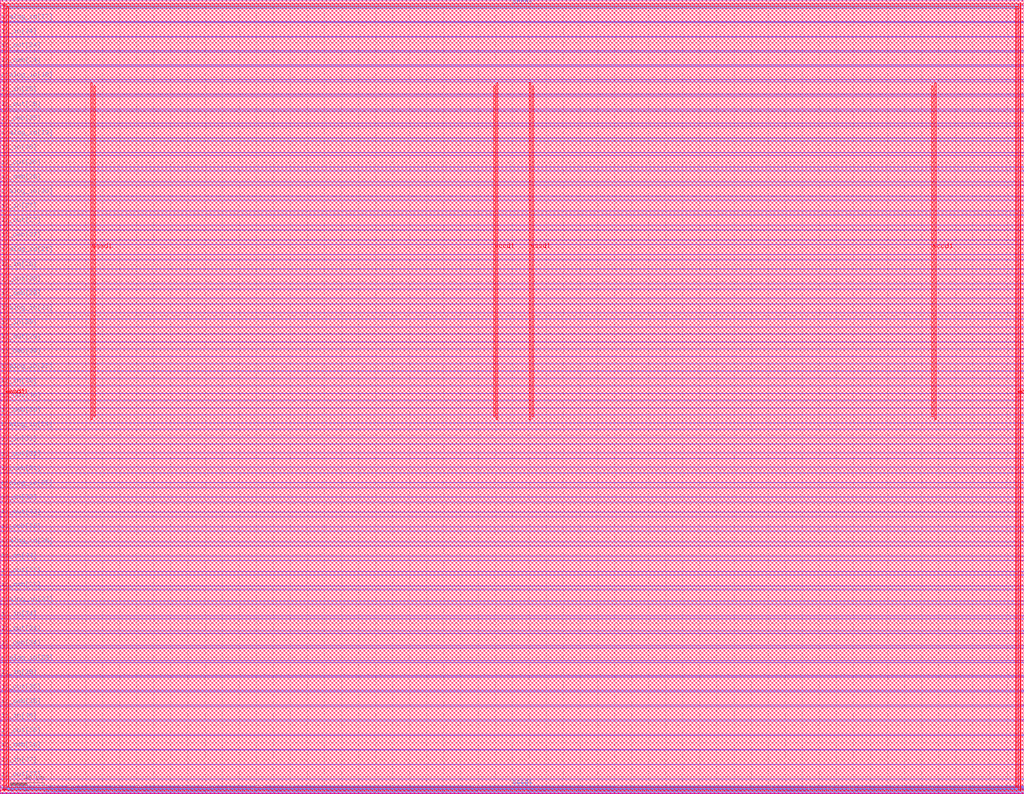
<source format=lef>
##
## LEF for PtnCells ;
## created by Innovus v20.10-p004_1 on Sun Jun  5 21:30:06 2022
##

VERSION 5.8 ;

BUSBITCHARS "[]" ;
DIVIDERCHAR "/" ;

MACRO soc_now_caravel_top
  CLASS BLOCK ;
  SIZE 1200.140000 BY 930.580000 ;
  FOREIGN soc_now_caravel_top 0.000000 0.000000 ;
  ORIGIN 0 0 ;
  SYMMETRY X Y R90 ;
  PIN wb_clk_i
    DIRECTION INPUT ;
    USE SIGNAL ;
    ANTENNAPARTIALMETALAREA 13.9573 LAYER met2  ;
    ANTENNAPARTIALMETALSIDEAREA 69.6255 LAYER met2  ;
    ANTENNAPARTIALCUTAREA 0.04 LAYER via2  ;
    ANTENNAPARTIALMETALAREA 80.164 LAYER met3  ;
    ANTENNAPARTIALMETALSIDEAREA 428.008 LAYER met3  ;
    ANTENNAPARTIALCUTAREA 0.04 LAYER via3  ;
    ANTENNAPARTIALMETALAREA 9.4482 LAYER met4  ;
    ANTENNAPARTIALMETALSIDEAREA 64.032 LAYER met4  ;
    ANTENNAMODEL OXIDE1 ;
    ANTENNAGATEAREA 2.556 LAYER met4  ;
    ANTENNAMAXAREACAR 77.6376 LAYER met4  ;
    ANTENNAMAXSIDEAREACAR 419.405 LAYER met4  ;
    ANTENNAMAXCUTCAR 0.248122 LAYER via4  ;
    PORT
      LAYER met2 ;
        RECT 2.330000 0.000000 2.470000 0.490000 ;
    END
  END wb_clk_i
  PIN wb_rst_i
    DIRECTION INPUT ;
    USE SIGNAL ;
    ANTENNAPARTIALMETALAREA 31.9764 LAYER met3  ;
    ANTENNAPARTIALMETALSIDEAREA 170.536 LAYER met3  ;
    ANTENNAMODEL OXIDE1 ;
    ANTENNAGATEAREA 0.708 LAYER met3  ;
    ANTENNAMAXAREACAR 111.102 LAYER met3  ;
    ANTENNAMAXSIDEAREACAR 564.925 LAYER met3  ;
    ANTENNAMAXCUTCAR 0.403446 LAYER via3  ;
    PORT
      LAYER met3 ;
        RECT 0.000000 0.530000 0.800000 0.830000 ;
    END
  END wb_rst_i
  PIN wbs_stb_i
    DIRECTION INPUT ;
    USE SIGNAL ;
    PORT
      LAYER met2 ;
        RECT 251.330000 0.000000 251.470000 0.490000 ;
    END
  END wbs_stb_i
  PIN wbs_cyc_i
    DIRECTION INPUT ;
    USE SIGNAL ;
    PORT
      LAYER met2 ;
        RECT 84.530000 0.000000 84.670000 0.490000 ;
    END
  END wbs_cyc_i
  PIN wbs_we_i
    DIRECTION INPUT ;
    USE SIGNAL ;
    PORT
      LAYER met2 ;
        RECT 253.730000 0.000000 253.870000 0.490000 ;
    END
  END wbs_we_i
  PIN wbs_sel_i[3]
    DIRECTION INPUT ;
    USE SIGNAL ;
    PORT
      LAYER met2 ;
        RECT 248.830000 0.000000 248.970000 0.490000 ;
    END
  END wbs_sel_i[3]
  PIN wbs_sel_i[2]
    DIRECTION INPUT ;
    USE SIGNAL ;
    PORT
      LAYER met2 ;
        RECT 246.430000 0.000000 246.570000 0.490000 ;
    END
  END wbs_sel_i[2]
  PIN wbs_sel_i[1]
    DIRECTION INPUT ;
    USE SIGNAL ;
    PORT
      LAYER met2 ;
        RECT 244.130000 0.000000 244.270000 0.490000 ;
    END
  END wbs_sel_i[1]
  PIN wbs_sel_i[0]
    DIRECTION INPUT ;
    USE SIGNAL ;
    PORT
      LAYER met2 ;
        RECT 241.630000 0.000000 241.770000 0.490000 ;
    END
  END wbs_sel_i[0]
  PIN wbs_dat_i[31]
    DIRECTION INPUT ;
    USE SIGNAL ;
    PORT
      LAYER met2 ;
        RECT 161.830000 0.000000 161.970000 0.490000 ;
    END
  END wbs_dat_i[31]
  PIN wbs_dat_i[30]
    DIRECTION INPUT ;
    USE SIGNAL ;
    PORT
      LAYER met2 ;
        RECT 159.430000 0.000000 159.570000 0.490000 ;
    END
  END wbs_dat_i[30]
  PIN wbs_dat_i[29]
    DIRECTION INPUT ;
    USE SIGNAL ;
    PORT
      LAYER met2 ;
        RECT 157.030000 0.000000 157.170000 0.490000 ;
    END
  END wbs_dat_i[29]
  PIN wbs_dat_i[28]
    DIRECTION INPUT ;
    USE SIGNAL ;
    PORT
      LAYER met2 ;
        RECT 154.630000 0.000000 154.770000 0.490000 ;
    END
  END wbs_dat_i[28]
  PIN wbs_dat_i[27]
    DIRECTION INPUT ;
    USE SIGNAL ;
    PORT
      LAYER met2 ;
        RECT 152.130000 0.000000 152.270000 0.490000 ;
    END
  END wbs_dat_i[27]
  PIN wbs_dat_i[26]
    DIRECTION INPUT ;
    USE SIGNAL ;
    PORT
      LAYER met2 ;
        RECT 149.730000 0.000000 149.870000 0.490000 ;
    END
  END wbs_dat_i[26]
  PIN wbs_dat_i[25]
    DIRECTION INPUT ;
    USE SIGNAL ;
    PORT
      LAYER met2 ;
        RECT 147.330000 0.000000 147.470000 0.490000 ;
    END
  END wbs_dat_i[25]
  PIN wbs_dat_i[24]
    DIRECTION INPUT ;
    USE SIGNAL ;
    PORT
      LAYER met2 ;
        RECT 144.930000 0.000000 145.070000 0.490000 ;
    END
  END wbs_dat_i[24]
  PIN wbs_dat_i[23]
    DIRECTION INPUT ;
    USE SIGNAL ;
    PORT
      LAYER met2 ;
        RECT 142.530000 0.000000 142.670000 0.490000 ;
    END
  END wbs_dat_i[23]
  PIN wbs_dat_i[22]
    DIRECTION INPUT ;
    USE SIGNAL ;
    PORT
      LAYER met2 ;
        RECT 140.030000 0.000000 140.170000 0.490000 ;
    END
  END wbs_dat_i[22]
  PIN wbs_dat_i[21]
    DIRECTION INPUT ;
    USE SIGNAL ;
    PORT
      LAYER met2 ;
        RECT 137.630000 0.000000 137.770000 0.490000 ;
    END
  END wbs_dat_i[21]
  PIN wbs_dat_i[20]
    DIRECTION INPUT ;
    USE SIGNAL ;
    PORT
      LAYER met2 ;
        RECT 135.230000 0.000000 135.370000 0.490000 ;
    END
  END wbs_dat_i[20]
  PIN wbs_dat_i[19]
    DIRECTION INPUT ;
    USE SIGNAL ;
    PORT
      LAYER met2 ;
        RECT 132.830000 0.000000 132.970000 0.490000 ;
    END
  END wbs_dat_i[19]
  PIN wbs_dat_i[18]
    DIRECTION INPUT ;
    USE SIGNAL ;
    PORT
      LAYER met2 ;
        RECT 130.430000 0.000000 130.570000 0.490000 ;
    END
  END wbs_dat_i[18]
  PIN wbs_dat_i[17]
    DIRECTION INPUT ;
    USE SIGNAL ;
    PORT
      LAYER met2 ;
        RECT 127.930000 0.000000 128.070000 0.490000 ;
    END
  END wbs_dat_i[17]
  PIN wbs_dat_i[16]
    DIRECTION INPUT ;
    USE SIGNAL ;
    PORT
      LAYER met2 ;
        RECT 125.530000 0.000000 125.670000 0.490000 ;
    END
  END wbs_dat_i[16]
  PIN wbs_dat_i[15]
    DIRECTION INPUT ;
    USE SIGNAL ;
    PORT
      LAYER met2 ;
        RECT 123.230000 0.000000 123.370000 0.490000 ;
    END
  END wbs_dat_i[15]
  PIN wbs_dat_i[14]
    DIRECTION INPUT ;
    USE SIGNAL ;
    PORT
      LAYER met2 ;
        RECT 120.730000 0.000000 120.870000 0.490000 ;
    END
  END wbs_dat_i[14]
  PIN wbs_dat_i[13]
    DIRECTION INPUT ;
    USE SIGNAL ;
    PORT
      LAYER met2 ;
        RECT 118.330000 0.000000 118.470000 0.490000 ;
    END
  END wbs_dat_i[13]
  PIN wbs_dat_i[12]
    DIRECTION INPUT ;
    USE SIGNAL ;
    PORT
      LAYER met2 ;
        RECT 115.930000 0.000000 116.070000 0.490000 ;
    END
  END wbs_dat_i[12]
  PIN wbs_dat_i[11]
    DIRECTION INPUT ;
    USE SIGNAL ;
    PORT
      LAYER met2 ;
        RECT 113.530000 0.000000 113.670000 0.490000 ;
    END
  END wbs_dat_i[11]
  PIN wbs_dat_i[10]
    DIRECTION INPUT ;
    USE SIGNAL ;
    PORT
      LAYER met2 ;
        RECT 111.130000 0.000000 111.270000 0.490000 ;
    END
  END wbs_dat_i[10]
  PIN wbs_dat_i[9]
    DIRECTION INPUT ;
    USE SIGNAL ;
    PORT
      LAYER met2 ;
        RECT 108.630000 0.000000 108.770000 0.490000 ;
    END
  END wbs_dat_i[9]
  PIN wbs_dat_i[8]
    DIRECTION INPUT ;
    USE SIGNAL ;
    PORT
      LAYER met2 ;
        RECT 106.230000 0.000000 106.370000 0.490000 ;
    END
  END wbs_dat_i[8]
  PIN wbs_dat_i[7]
    DIRECTION INPUT ;
    USE SIGNAL ;
    PORT
      LAYER met2 ;
        RECT 103.830000 0.000000 103.970000 0.490000 ;
    END
  END wbs_dat_i[7]
  PIN wbs_dat_i[6]
    DIRECTION INPUT ;
    USE SIGNAL ;
    PORT
      LAYER met2 ;
        RECT 101.430000 0.000000 101.570000 0.490000 ;
    END
  END wbs_dat_i[6]
  PIN wbs_dat_i[5]
    DIRECTION INPUT ;
    USE SIGNAL ;
    PORT
      LAYER met2 ;
        RECT 99.030000 0.000000 99.170000 0.490000 ;
    END
  END wbs_dat_i[5]
  PIN wbs_dat_i[4]
    DIRECTION INPUT ;
    USE SIGNAL ;
    PORT
      LAYER met2 ;
        RECT 96.630000 0.000000 96.770000 0.490000 ;
    END
  END wbs_dat_i[4]
  PIN wbs_dat_i[3]
    DIRECTION INPUT ;
    USE SIGNAL ;
    PORT
      LAYER met2 ;
        RECT 94.130000 0.000000 94.270000 0.490000 ;
    END
  END wbs_dat_i[3]
  PIN wbs_dat_i[2]
    DIRECTION INPUT ;
    USE SIGNAL ;
    PORT
      LAYER met2 ;
        RECT 91.730000 0.000000 91.870000 0.490000 ;
    END
  END wbs_dat_i[2]
  PIN wbs_dat_i[1]
    DIRECTION INPUT ;
    USE SIGNAL ;
    PORT
      LAYER met2 ;
        RECT 89.330000 0.000000 89.470000 0.490000 ;
    END
  END wbs_dat_i[1]
  PIN wbs_dat_i[0]
    DIRECTION INPUT ;
    USE SIGNAL ;
    PORT
      LAYER met2 ;
        RECT 86.930000 0.000000 87.070000 0.490000 ;
    END
  END wbs_dat_i[0]
  PIN wbs_adr_i[31]
    DIRECTION INPUT ;
    USE SIGNAL ;
    PORT
      LAYER met2 ;
        RECT 82.030000 0.000000 82.170000 0.490000 ;
    END
  END wbs_adr_i[31]
  PIN wbs_adr_i[30]
    DIRECTION INPUT ;
    USE SIGNAL ;
    PORT
      LAYER met2 ;
        RECT 79.630000 0.000000 79.770000 0.490000 ;
    END
  END wbs_adr_i[30]
  PIN wbs_adr_i[29]
    DIRECTION INPUT ;
    USE SIGNAL ;
    PORT
      LAYER met2 ;
        RECT 77.230000 0.000000 77.370000 0.490000 ;
    END
  END wbs_adr_i[29]
  PIN wbs_adr_i[28]
    DIRECTION INPUT ;
    USE SIGNAL ;
    PORT
      LAYER met2 ;
        RECT 74.830000 0.000000 74.970000 0.490000 ;
    END
  END wbs_adr_i[28]
  PIN wbs_adr_i[27]
    DIRECTION INPUT ;
    USE SIGNAL ;
    PORT
      LAYER met2 ;
        RECT 72.430000 0.000000 72.570000 0.490000 ;
    END
  END wbs_adr_i[27]
  PIN wbs_adr_i[26]
    DIRECTION INPUT ;
    USE SIGNAL ;
    PORT
      LAYER met2 ;
        RECT 69.930000 0.000000 70.070000 0.490000 ;
    END
  END wbs_adr_i[26]
  PIN wbs_adr_i[25]
    DIRECTION INPUT ;
    USE SIGNAL ;
    PORT
      LAYER met2 ;
        RECT 67.530000 0.000000 67.670000 0.490000 ;
    END
  END wbs_adr_i[25]
  PIN wbs_adr_i[24]
    DIRECTION INPUT ;
    USE SIGNAL ;
    PORT
      LAYER met2 ;
        RECT 65.130000 0.000000 65.270000 0.490000 ;
    END
  END wbs_adr_i[24]
  PIN wbs_adr_i[23]
    DIRECTION INPUT ;
    USE SIGNAL ;
    PORT
      LAYER met2 ;
        RECT 62.730000 0.000000 62.870000 0.490000 ;
    END
  END wbs_adr_i[23]
  PIN wbs_adr_i[22]
    DIRECTION INPUT ;
    USE SIGNAL ;
    PORT
      LAYER met2 ;
        RECT 60.330000 0.000000 60.470000 0.490000 ;
    END
  END wbs_adr_i[22]
  PIN wbs_adr_i[21]
    DIRECTION INPUT ;
    USE SIGNAL ;
    PORT
      LAYER met2 ;
        RECT 57.830000 0.000000 57.970000 0.490000 ;
    END
  END wbs_adr_i[21]
  PIN wbs_adr_i[20]
    DIRECTION INPUT ;
    USE SIGNAL ;
    PORT
      LAYER met2 ;
        RECT 55.430000 0.000000 55.570000 0.490000 ;
    END
  END wbs_adr_i[20]
  PIN wbs_adr_i[19]
    DIRECTION INPUT ;
    USE SIGNAL ;
    PORT
      LAYER met2 ;
        RECT 53.030000 0.000000 53.170000 0.490000 ;
    END
  END wbs_adr_i[19]
  PIN wbs_adr_i[18]
    DIRECTION INPUT ;
    USE SIGNAL ;
    PORT
      LAYER met2 ;
        RECT 50.630000 0.000000 50.770000 0.490000 ;
    END
  END wbs_adr_i[18]
  PIN wbs_adr_i[17]
    DIRECTION INPUT ;
    USE SIGNAL ;
    PORT
      LAYER met2 ;
        RECT 48.230000 0.000000 48.370000 0.490000 ;
    END
  END wbs_adr_i[17]
  PIN wbs_adr_i[16]
    DIRECTION INPUT ;
    USE SIGNAL ;
    PORT
      LAYER met2 ;
        RECT 45.830000 0.000000 45.970000 0.490000 ;
    END
  END wbs_adr_i[16]
  PIN wbs_adr_i[15]
    DIRECTION INPUT ;
    USE SIGNAL ;
    PORT
      LAYER met2 ;
        RECT 43.330000 0.000000 43.470000 0.490000 ;
    END
  END wbs_adr_i[15]
  PIN wbs_adr_i[14]
    DIRECTION INPUT ;
    USE SIGNAL ;
    PORT
      LAYER met2 ;
        RECT 40.930000 0.000000 41.070000 0.490000 ;
    END
  END wbs_adr_i[14]
  PIN wbs_adr_i[13]
    DIRECTION INPUT ;
    USE SIGNAL ;
    PORT
      LAYER met2 ;
        RECT 38.530000 0.000000 38.670000 0.490000 ;
    END
  END wbs_adr_i[13]
  PIN wbs_adr_i[12]
    DIRECTION INPUT ;
    USE SIGNAL ;
    PORT
      LAYER met2 ;
        RECT 36.130000 0.000000 36.270000 0.490000 ;
    END
  END wbs_adr_i[12]
  PIN wbs_adr_i[11]
    DIRECTION INPUT ;
    USE SIGNAL ;
    PORT
      LAYER met2 ;
        RECT 33.730000 0.000000 33.870000 0.490000 ;
    END
  END wbs_adr_i[11]
  PIN wbs_adr_i[10]
    DIRECTION INPUT ;
    USE SIGNAL ;
    PORT
      LAYER met2 ;
        RECT 31.230000 0.000000 31.370000 0.490000 ;
    END
  END wbs_adr_i[10]
  PIN wbs_adr_i[9]
    DIRECTION INPUT ;
    USE SIGNAL ;
    PORT
      LAYER met2 ;
        RECT 28.830000 0.000000 28.970000 0.490000 ;
    END
  END wbs_adr_i[9]
  PIN wbs_adr_i[8]
    DIRECTION INPUT ;
    USE SIGNAL ;
    PORT
      LAYER met2 ;
        RECT 26.430000 0.000000 26.570000 0.490000 ;
    END
  END wbs_adr_i[8]
  PIN wbs_adr_i[7]
    DIRECTION INPUT ;
    USE SIGNAL ;
    PORT
      LAYER met2 ;
        RECT 24.030000 0.000000 24.170000 0.490000 ;
    END
  END wbs_adr_i[7]
  PIN wbs_adr_i[6]
    DIRECTION INPUT ;
    USE SIGNAL ;
    PORT
      LAYER met2 ;
        RECT 21.630000 0.000000 21.770000 0.490000 ;
    END
  END wbs_adr_i[6]
  PIN wbs_adr_i[5]
    DIRECTION INPUT ;
    USE SIGNAL ;
    PORT
      LAYER met2 ;
        RECT 19.130000 0.000000 19.270000 0.490000 ;
    END
  END wbs_adr_i[5]
  PIN wbs_adr_i[4]
    DIRECTION INPUT ;
    USE SIGNAL ;
    PORT
      LAYER met2 ;
        RECT 16.730000 0.000000 16.870000 0.490000 ;
    END
  END wbs_adr_i[4]
  PIN wbs_adr_i[3]
    DIRECTION INPUT ;
    USE SIGNAL ;
    PORT
      LAYER met2 ;
        RECT 14.330000 0.000000 14.470000 0.490000 ;
    END
  END wbs_adr_i[3]
  PIN wbs_adr_i[2]
    DIRECTION INPUT ;
    USE SIGNAL ;
    PORT
      LAYER met2 ;
        RECT 11.930000 0.000000 12.070000 0.490000 ;
    END
  END wbs_adr_i[2]
  PIN wbs_adr_i[1]
    DIRECTION INPUT ;
    USE SIGNAL ;
    PORT
      LAYER met2 ;
        RECT 9.530000 0.000000 9.670000 0.490000 ;
    END
  END wbs_adr_i[1]
  PIN wbs_adr_i[0]
    DIRECTION INPUT ;
    USE SIGNAL ;
    PORT
      LAYER met2 ;
        RECT 7.130000 0.000000 7.270000 0.490000 ;
    END
  END wbs_adr_i[0]
  PIN wbs_ack_o
    DIRECTION OUTPUT ;
    USE SIGNAL ;
    ANTENNADIFFAREA 0.3834 LAYER met2  ;
    ANTENNAPARTIALMETALAREA 27.2584 LAYER met2  ;
    ANTENNAPARTIALMETALSIDEAREA 135.758 LAYER met2  ;
    PORT
      LAYER met2 ;
        RECT 4.630000 0.000000 4.770000 0.490000 ;
    END
  END wbs_ack_o
  PIN wbs_dat_o[31]
    DIRECTION OUTPUT ;
    USE SIGNAL ;
    ANTENNADIFFAREA 0.3834 LAYER met2  ;
    ANTENNAPARTIALMETALAREA 27.2584 LAYER met2  ;
    ANTENNAPARTIALMETALSIDEAREA 135.758 LAYER met2  ;
    PORT
      LAYER met2 ;
        RECT 239.230000 0.000000 239.370000 0.490000 ;
    END
  END wbs_dat_o[31]
  PIN wbs_dat_o[30]
    DIRECTION OUTPUT ;
    USE SIGNAL ;
    ANTENNADIFFAREA 0.3834 LAYER met2  ;
    ANTENNAPARTIALMETALAREA 27.2682 LAYER met2  ;
    ANTENNAPARTIALMETALSIDEAREA 135.807 LAYER met2  ;
    PORT
      LAYER met2 ;
        RECT 236.830000 0.000000 236.970000 0.490000 ;
    END
  END wbs_dat_o[30]
  PIN wbs_dat_o[29]
    DIRECTION OUTPUT ;
    USE SIGNAL ;
    ANTENNADIFFAREA 0.3834 LAYER met2  ;
    ANTENNAPARTIALMETALAREA 27.2682 LAYER met2  ;
    ANTENNAPARTIALMETALSIDEAREA 135.859 LAYER met2  ;
    PORT
      LAYER met2 ;
        RECT 234.430000 0.000000 234.570000 0.490000 ;
    END
  END wbs_dat_o[29]
  PIN wbs_dat_o[28]
    DIRECTION OUTPUT ;
    USE SIGNAL ;
    ANTENNADIFFAREA 0.3834 LAYER met2  ;
    ANTENNAPARTIALMETALAREA 27.2682 LAYER met2  ;
    ANTENNAPARTIALMETALSIDEAREA 135.807 LAYER met2  ;
    PORT
      LAYER met2 ;
        RECT 232.030000 0.000000 232.170000 0.490000 ;
    END
  END wbs_dat_o[28]
  PIN wbs_dat_o[27]
    DIRECTION OUTPUT ;
    USE SIGNAL ;
    ANTENNADIFFAREA 0.3834 LAYER met2  ;
    ANTENNAPARTIALMETALAREA 27.2682 LAYER met2  ;
    ANTENNAPARTIALMETALSIDEAREA 135.859 LAYER met2  ;
    PORT
      LAYER met2 ;
        RECT 229.530000 0.000000 229.670000 0.490000 ;
    END
  END wbs_dat_o[27]
  PIN wbs_dat_o[26]
    DIRECTION OUTPUT ;
    USE SIGNAL ;
    ANTENNADIFFAREA 0.3834 LAYER met2  ;
    ANTENNAPARTIALMETALAREA 27.2682 LAYER met2  ;
    ANTENNAPARTIALMETALSIDEAREA 135.859 LAYER met2  ;
    PORT
      LAYER met2 ;
        RECT 227.130000 0.000000 227.270000 0.490000 ;
    END
  END wbs_dat_o[26]
  PIN wbs_dat_o[25]
    DIRECTION OUTPUT ;
    USE SIGNAL ;
    ANTENNADIFFAREA 0.3834 LAYER met2  ;
    ANTENNAPARTIALMETALAREA 27.2682 LAYER met2  ;
    ANTENNAPARTIALMETALSIDEAREA 135.807 LAYER met2  ;
    PORT
      LAYER met2 ;
        RECT 224.730000 0.000000 224.870000 0.490000 ;
    END
  END wbs_dat_o[25]
  PIN wbs_dat_o[24]
    DIRECTION OUTPUT ;
    USE SIGNAL ;
    ANTENNADIFFAREA 0.3834 LAYER met2  ;
    ANTENNAPARTIALMETALAREA 27.2682 LAYER met2  ;
    ANTENNAPARTIALMETALSIDEAREA 135.807 LAYER met2  ;
    PORT
      LAYER met2 ;
        RECT 222.330000 0.000000 222.470000 0.490000 ;
    END
  END wbs_dat_o[24]
  PIN wbs_dat_o[23]
    DIRECTION OUTPUT ;
    USE SIGNAL ;
    ANTENNADIFFAREA 0.3834 LAYER met2  ;
    ANTENNAPARTIALMETALAREA 27.2682 LAYER met2  ;
    ANTENNAPARTIALMETALSIDEAREA 135.807 LAYER met2  ;
    PORT
      LAYER met2 ;
        RECT 219.930000 0.000000 220.070000 0.490000 ;
    END
  END wbs_dat_o[23]
  PIN wbs_dat_o[22]
    DIRECTION OUTPUT ;
    USE SIGNAL ;
    ANTENNADIFFAREA 0.3834 LAYER met2  ;
    ANTENNAPARTIALMETALAREA 27.2682 LAYER met2  ;
    ANTENNAPARTIALMETALSIDEAREA 135.807 LAYER met2  ;
    PORT
      LAYER met2 ;
        RECT 217.430000 0.000000 217.570000 0.490000 ;
    END
  END wbs_dat_o[22]
  PIN wbs_dat_o[21]
    DIRECTION OUTPUT ;
    USE SIGNAL ;
    ANTENNADIFFAREA 0.3834 LAYER met2  ;
    ANTENNAPARTIALMETALAREA 27.2584 LAYER met2  ;
    ANTENNAPARTIALMETALSIDEAREA 135.758 LAYER met2  ;
    PORT
      LAYER met2 ;
        RECT 215.030000 0.000000 215.170000 0.490000 ;
    END
  END wbs_dat_o[21]
  PIN wbs_dat_o[20]
    DIRECTION OUTPUT ;
    USE SIGNAL ;
    ANTENNADIFFAREA 0.3834 LAYER met2  ;
    ANTENNAPARTIALMETALAREA 27.2584 LAYER met2  ;
    ANTENNAPARTIALMETALSIDEAREA 135.758 LAYER met2  ;
    PORT
      LAYER met2 ;
        RECT 212.630000 0.000000 212.770000 0.490000 ;
    END
  END wbs_dat_o[20]
  PIN wbs_dat_o[19]
    DIRECTION OUTPUT ;
    USE SIGNAL ;
    ANTENNADIFFAREA 0.3834 LAYER met2  ;
    ANTENNAPARTIALMETALAREA 27.2584 LAYER met2  ;
    ANTENNAPARTIALMETALSIDEAREA 135.758 LAYER met2  ;
    PORT
      LAYER met2 ;
        RECT 210.230000 0.000000 210.370000 0.490000 ;
    END
  END wbs_dat_o[19]
  PIN wbs_dat_o[18]
    DIRECTION OUTPUT ;
    USE SIGNAL ;
    ANTENNADIFFAREA 0.3834 LAYER met2  ;
    ANTENNAPARTIALMETALAREA 27.2584 LAYER met2  ;
    ANTENNAPARTIALMETALSIDEAREA 135.758 LAYER met2  ;
    PORT
      LAYER met2 ;
        RECT 207.830000 0.000000 207.970000 0.490000 ;
    END
  END wbs_dat_o[18]
  PIN wbs_dat_o[17]
    DIRECTION OUTPUT ;
    USE SIGNAL ;
    ANTENNADIFFAREA 0.3834 LAYER met2  ;
    ANTENNAPARTIALMETALAREA 27.2584 LAYER met2  ;
    ANTENNAPARTIALMETALSIDEAREA 135.758 LAYER met2  ;
    PORT
      LAYER met2 ;
        RECT 205.330000 0.000000 205.470000 0.490000 ;
    END
  END wbs_dat_o[17]
  PIN wbs_dat_o[16]
    DIRECTION OUTPUT ;
    USE SIGNAL ;
    ANTENNADIFFAREA 0.3834 LAYER met2  ;
    ANTENNAPARTIALMETALAREA 27.2584 LAYER met2  ;
    ANTENNAPARTIALMETALSIDEAREA 135.758 LAYER met2  ;
    PORT
      LAYER met2 ;
        RECT 202.930000 0.000000 203.070000 0.490000 ;
    END
  END wbs_dat_o[16]
  PIN wbs_dat_o[15]
    DIRECTION OUTPUT ;
    USE SIGNAL ;
    ANTENNADIFFAREA 0.3834 LAYER met2  ;
    ANTENNAPARTIALMETALAREA 27.2584 LAYER met2  ;
    ANTENNAPARTIALMETALSIDEAREA 135.758 LAYER met2  ;
    PORT
      LAYER met2 ;
        RECT 200.530000 0.000000 200.670000 0.490000 ;
    END
  END wbs_dat_o[15]
  PIN wbs_dat_o[14]
    DIRECTION OUTPUT ;
    USE SIGNAL ;
    ANTENNADIFFAREA 0.3834 LAYER met2  ;
    ANTENNAPARTIALMETALAREA 27.2584 LAYER met2  ;
    ANTENNAPARTIALMETALSIDEAREA 135.758 LAYER met2  ;
    PORT
      LAYER met2 ;
        RECT 198.130000 0.000000 198.270000 0.490000 ;
    END
  END wbs_dat_o[14]
  PIN wbs_dat_o[13]
    DIRECTION OUTPUT ;
    USE SIGNAL ;
    ANTENNADIFFAREA 0.3834 LAYER met2  ;
    ANTENNAPARTIALMETALAREA 27.2584 LAYER met2  ;
    ANTENNAPARTIALMETALSIDEAREA 135.758 LAYER met2  ;
    PORT
      LAYER met2 ;
        RECT 195.730000 0.000000 195.870000 0.490000 ;
    END
  END wbs_dat_o[13]
  PIN wbs_dat_o[12]
    DIRECTION OUTPUT ;
    USE SIGNAL ;
    ANTENNADIFFAREA 0.3834 LAYER met2  ;
    ANTENNAPARTIALMETALAREA 27.2584 LAYER met2  ;
    ANTENNAPARTIALMETALSIDEAREA 135.758 LAYER met2  ;
    PORT
      LAYER met2 ;
        RECT 193.330000 0.000000 193.470000 0.490000 ;
    END
  END wbs_dat_o[12]
  PIN wbs_dat_o[11]
    DIRECTION OUTPUT ;
    USE SIGNAL ;
    ANTENNADIFFAREA 0.3834 LAYER met2  ;
    ANTENNAPARTIALMETALAREA 27.2584 LAYER met2  ;
    ANTENNAPARTIALMETALSIDEAREA 135.758 LAYER met2  ;
    PORT
      LAYER met2 ;
        RECT 190.830000 0.000000 190.970000 0.490000 ;
    END
  END wbs_dat_o[11]
  PIN wbs_dat_o[10]
    DIRECTION OUTPUT ;
    USE SIGNAL ;
    ANTENNADIFFAREA 0.3834 LAYER met2  ;
    ANTENNAPARTIALMETALAREA 27.2584 LAYER met2  ;
    ANTENNAPARTIALMETALSIDEAREA 135.758 LAYER met2  ;
    PORT
      LAYER met2 ;
        RECT 188.430000 0.000000 188.570000 0.490000 ;
    END
  END wbs_dat_o[10]
  PIN wbs_dat_o[9]
    DIRECTION OUTPUT ;
    USE SIGNAL ;
    ANTENNADIFFAREA 0.3834 LAYER met2  ;
    ANTENNAPARTIALMETALAREA 27.2584 LAYER met2  ;
    ANTENNAPARTIALMETALSIDEAREA 135.758 LAYER met2  ;
    PORT
      LAYER met2 ;
        RECT 186.030000 0.000000 186.170000 0.490000 ;
    END
  END wbs_dat_o[9]
  PIN wbs_dat_o[8]
    DIRECTION OUTPUT ;
    USE SIGNAL ;
    ANTENNADIFFAREA 0.3834 LAYER met2  ;
    ANTENNAPARTIALMETALAREA 27.2584 LAYER met2  ;
    ANTENNAPARTIALMETALSIDEAREA 135.758 LAYER met2  ;
    PORT
      LAYER met2 ;
        RECT 183.630000 0.000000 183.770000 0.490000 ;
    END
  END wbs_dat_o[8]
  PIN wbs_dat_o[7]
    DIRECTION OUTPUT ;
    USE SIGNAL ;
    ANTENNADIFFAREA 0.3834 LAYER met2  ;
    ANTENNAPARTIALMETALAREA 27.2584 LAYER met2  ;
    ANTENNAPARTIALMETALSIDEAREA 135.758 LAYER met2  ;
    PORT
      LAYER met2 ;
        RECT 181.230000 0.000000 181.370000 0.490000 ;
    END
  END wbs_dat_o[7]
  PIN wbs_dat_o[6]
    DIRECTION OUTPUT ;
    USE SIGNAL ;
    ANTENNADIFFAREA 0.3834 LAYER met2  ;
    ANTENNAPARTIALMETALAREA 27.2584 LAYER met2  ;
    ANTENNAPARTIALMETALSIDEAREA 135.758 LAYER met2  ;
    PORT
      LAYER met2 ;
        RECT 178.730000 0.000000 178.870000 0.490000 ;
    END
  END wbs_dat_o[6]
  PIN wbs_dat_o[5]
    DIRECTION OUTPUT ;
    USE SIGNAL ;
    ANTENNADIFFAREA 0.3834 LAYER met2  ;
    ANTENNAPARTIALMETALAREA 27.2584 LAYER met2  ;
    ANTENNAPARTIALMETALSIDEAREA 135.758 LAYER met2  ;
    PORT
      LAYER met2 ;
        RECT 176.330000 0.000000 176.470000 0.490000 ;
    END
  END wbs_dat_o[5]
  PIN wbs_dat_o[4]
    DIRECTION OUTPUT ;
    USE SIGNAL ;
    ANTENNADIFFAREA 0.3834 LAYER met2  ;
    ANTENNAPARTIALMETALAREA 27.2584 LAYER met2  ;
    ANTENNAPARTIALMETALSIDEAREA 135.758 LAYER met2  ;
    PORT
      LAYER met2 ;
        RECT 173.930000 0.000000 174.070000 0.490000 ;
    END
  END wbs_dat_o[4]
  PIN wbs_dat_o[3]
    DIRECTION OUTPUT ;
    USE SIGNAL ;
    ANTENNADIFFAREA 0.3834 LAYER met2  ;
    ANTENNAPARTIALMETALAREA 27.2682 LAYER met2  ;
    ANTENNAPARTIALMETALSIDEAREA 135.859 LAYER met2  ;
    PORT
      LAYER met2 ;
        RECT 171.530000 0.000000 171.670000 0.490000 ;
    END
  END wbs_dat_o[3]
  PIN wbs_dat_o[2]
    DIRECTION OUTPUT ;
    USE SIGNAL ;
    ANTENNADIFFAREA 0.3834 LAYER met2  ;
    ANTENNAPARTIALMETALAREA 27.2682 LAYER met2  ;
    ANTENNAPARTIALMETALSIDEAREA 135.859 LAYER met2  ;
    PORT
      LAYER met2 ;
        RECT 169.130000 0.000000 169.270000 0.490000 ;
    END
  END wbs_dat_o[2]
  PIN wbs_dat_o[1]
    DIRECTION OUTPUT ;
    USE SIGNAL ;
    ANTENNADIFFAREA 0.3834 LAYER met2  ;
    ANTENNAPARTIALMETALAREA 27.2682 LAYER met2  ;
    ANTENNAPARTIALMETALSIDEAREA 135.859 LAYER met2  ;
    PORT
      LAYER met2 ;
        RECT 166.630000 0.000000 166.770000 0.490000 ;
    END
  END wbs_dat_o[1]
  PIN wbs_dat_o[0]
    DIRECTION OUTPUT ;
    USE SIGNAL ;
    ANTENNADIFFAREA 0.3834 LAYER met2  ;
    ANTENNAPARTIALMETALAREA 27.2584 LAYER met2  ;
    ANTENNAPARTIALMETALSIDEAREA 135.758 LAYER met2  ;
    PORT
      LAYER met2 ;
        RECT 164.230000 0.000000 164.370000 0.490000 ;
    END
  END wbs_dat_o[0]
  PIN la_data_in[127]
    DIRECTION INPUT ;
    USE SIGNAL ;
    PORT
      LAYER met2 ;
        RECT 563.230000 0.000000 563.370000 0.490000 ;
    END
  END la_data_in[127]
  PIN la_data_in[126]
    DIRECTION INPUT ;
    USE SIGNAL ;
    PORT
      LAYER met2 ;
        RECT 560.830000 0.000000 560.970000 0.490000 ;
    END
  END la_data_in[126]
  PIN la_data_in[125]
    DIRECTION INPUT ;
    USE SIGNAL ;
    PORT
      LAYER met2 ;
        RECT 558.330000 0.000000 558.470000 0.490000 ;
    END
  END la_data_in[125]
  PIN la_data_in[124]
    DIRECTION INPUT ;
    USE SIGNAL ;
    PORT
      LAYER met2 ;
        RECT 555.930000 0.000000 556.070000 0.490000 ;
    END
  END la_data_in[124]
  PIN la_data_in[123]
    DIRECTION INPUT ;
    USE SIGNAL ;
    PORT
      LAYER met2 ;
        RECT 553.530000 0.000000 553.670000 0.490000 ;
    END
  END la_data_in[123]
  PIN la_data_in[122]
    DIRECTION INPUT ;
    USE SIGNAL ;
    PORT
      LAYER met2 ;
        RECT 551.130000 0.000000 551.270000 0.490000 ;
    END
  END la_data_in[122]
  PIN la_data_in[121]
    DIRECTION INPUT ;
    USE SIGNAL ;
    PORT
      LAYER met2 ;
        RECT 548.730000 0.000000 548.870000 0.490000 ;
    END
  END la_data_in[121]
  PIN la_data_in[120]
    DIRECTION INPUT ;
    USE SIGNAL ;
    PORT
      LAYER met2 ;
        RECT 546.330000 0.000000 546.470000 0.490000 ;
    END
  END la_data_in[120]
  PIN la_data_in[119]
    DIRECTION INPUT ;
    USE SIGNAL ;
    PORT
      LAYER met2 ;
        RECT 543.830000 0.000000 543.970000 0.490000 ;
    END
  END la_data_in[119]
  PIN la_data_in[118]
    DIRECTION INPUT ;
    USE SIGNAL ;
    PORT
      LAYER met2 ;
        RECT 541.430000 0.000000 541.570000 0.490000 ;
    END
  END la_data_in[118]
  PIN la_data_in[117]
    DIRECTION INPUT ;
    USE SIGNAL ;
    PORT
      LAYER met2 ;
        RECT 539.030000 0.000000 539.170000 0.490000 ;
    END
  END la_data_in[117]
  PIN la_data_in[116]
    DIRECTION INPUT ;
    USE SIGNAL ;
    PORT
      LAYER met2 ;
        RECT 536.630000 0.000000 536.770000 0.490000 ;
    END
  END la_data_in[116]
  PIN la_data_in[115]
    DIRECTION INPUT ;
    USE SIGNAL ;
    PORT
      LAYER met2 ;
        RECT 534.230000 0.000000 534.370000 0.490000 ;
    END
  END la_data_in[115]
  PIN la_data_in[114]
    DIRECTION INPUT ;
    USE SIGNAL ;
    PORT
      LAYER met2 ;
        RECT 531.730000 0.000000 531.870000 0.490000 ;
    END
  END la_data_in[114]
  PIN la_data_in[113]
    DIRECTION INPUT ;
    USE SIGNAL ;
    PORT
      LAYER met2 ;
        RECT 529.330000 0.000000 529.470000 0.490000 ;
    END
  END la_data_in[113]
  PIN la_data_in[112]
    DIRECTION INPUT ;
    USE SIGNAL ;
    PORT
      LAYER met2 ;
        RECT 526.930000 0.000000 527.070000 0.490000 ;
    END
  END la_data_in[112]
  PIN la_data_in[111]
    DIRECTION INPUT ;
    USE SIGNAL ;
    PORT
      LAYER met2 ;
        RECT 524.530000 0.000000 524.670000 0.490000 ;
    END
  END la_data_in[111]
  PIN la_data_in[110]
    DIRECTION INPUT ;
    USE SIGNAL ;
    PORT
      LAYER met2 ;
        RECT 522.130000 0.000000 522.270000 0.490000 ;
    END
  END la_data_in[110]
  PIN la_data_in[109]
    DIRECTION INPUT ;
    USE SIGNAL ;
    PORT
      LAYER met2 ;
        RECT 519.630000 0.000000 519.770000 0.490000 ;
    END
  END la_data_in[109]
  PIN la_data_in[108]
    DIRECTION INPUT ;
    USE SIGNAL ;
    PORT
      LAYER met2 ;
        RECT 517.230000 0.000000 517.370000 0.490000 ;
    END
  END la_data_in[108]
  PIN la_data_in[107]
    DIRECTION INPUT ;
    USE SIGNAL ;
    PORT
      LAYER met2 ;
        RECT 514.830000 0.000000 514.970000 0.490000 ;
    END
  END la_data_in[107]
  PIN la_data_in[106]
    DIRECTION INPUT ;
    USE SIGNAL ;
    PORT
      LAYER met2 ;
        RECT 512.430000 0.000000 512.570000 0.490000 ;
    END
  END la_data_in[106]
  PIN la_data_in[105]
    DIRECTION INPUT ;
    USE SIGNAL ;
    PORT
      LAYER met2 ;
        RECT 510.030000 0.000000 510.170000 0.490000 ;
    END
  END la_data_in[105]
  PIN la_data_in[104]
    DIRECTION INPUT ;
    USE SIGNAL ;
    PORT
      LAYER met2 ;
        RECT 507.530000 0.000000 507.670000 0.490000 ;
    END
  END la_data_in[104]
  PIN la_data_in[103]
    DIRECTION INPUT ;
    USE SIGNAL ;
    PORT
      LAYER met2 ;
        RECT 505.130000 0.000000 505.270000 0.490000 ;
    END
  END la_data_in[103]
  PIN la_data_in[102]
    DIRECTION INPUT ;
    USE SIGNAL ;
    PORT
      LAYER met2 ;
        RECT 502.730000 0.000000 502.870000 0.490000 ;
    END
  END la_data_in[102]
  PIN la_data_in[101]
    DIRECTION INPUT ;
    USE SIGNAL ;
    PORT
      LAYER met2 ;
        RECT 500.330000 0.000000 500.470000 0.490000 ;
    END
  END la_data_in[101]
  PIN la_data_in[100]
    DIRECTION INPUT ;
    USE SIGNAL ;
    PORT
      LAYER met2 ;
        RECT 497.930000 0.000000 498.070000 0.490000 ;
    END
  END la_data_in[100]
  PIN la_data_in[99]
    DIRECTION INPUT ;
    USE SIGNAL ;
    PORT
      LAYER met2 ;
        RECT 495.530000 0.000000 495.670000 0.490000 ;
    END
  END la_data_in[99]
  PIN la_data_in[98]
    DIRECTION INPUT ;
    USE SIGNAL ;
    PORT
      LAYER met2 ;
        RECT 493.030000 0.000000 493.170000 0.490000 ;
    END
  END la_data_in[98]
  PIN la_data_in[97]
    DIRECTION INPUT ;
    USE SIGNAL ;
    PORT
      LAYER met2 ;
        RECT 490.630000 0.000000 490.770000 0.490000 ;
    END
  END la_data_in[97]
  PIN la_data_in[96]
    DIRECTION INPUT ;
    USE SIGNAL ;
    PORT
      LAYER met2 ;
        RECT 488.230000 0.000000 488.370000 0.490000 ;
    END
  END la_data_in[96]
  PIN la_data_in[95]
    DIRECTION INPUT ;
    USE SIGNAL ;
    PORT
      LAYER met2 ;
        RECT 485.830000 0.000000 485.970000 0.490000 ;
    END
  END la_data_in[95]
  PIN la_data_in[94]
    DIRECTION INPUT ;
    USE SIGNAL ;
    PORT
      LAYER met2 ;
        RECT 483.430000 0.000000 483.570000 0.490000 ;
    END
  END la_data_in[94]
  PIN la_data_in[93]
    DIRECTION INPUT ;
    USE SIGNAL ;
    PORT
      LAYER met2 ;
        RECT 481.030000 0.000000 481.170000 0.490000 ;
    END
  END la_data_in[93]
  PIN la_data_in[92]
    DIRECTION INPUT ;
    USE SIGNAL ;
    PORT
      LAYER met2 ;
        RECT 478.630000 0.000000 478.770000 0.490000 ;
    END
  END la_data_in[92]
  PIN la_data_in[91]
    DIRECTION INPUT ;
    USE SIGNAL ;
    PORT
      LAYER met2 ;
        RECT 476.230000 0.000000 476.370000 0.490000 ;
    END
  END la_data_in[91]
  PIN la_data_in[90]
    DIRECTION INPUT ;
    USE SIGNAL ;
    PORT
      LAYER met2 ;
        RECT 473.730000 0.000000 473.870000 0.490000 ;
    END
  END la_data_in[90]
  PIN la_data_in[89]
    DIRECTION INPUT ;
    USE SIGNAL ;
    PORT
      LAYER met2 ;
        RECT 471.330000 0.000000 471.470000 0.490000 ;
    END
  END la_data_in[89]
  PIN la_data_in[88]
    DIRECTION INPUT ;
    USE SIGNAL ;
    PORT
      LAYER met2 ;
        RECT 468.930000 0.000000 469.070000 0.490000 ;
    END
  END la_data_in[88]
  PIN la_data_in[87]
    DIRECTION INPUT ;
    USE SIGNAL ;
    PORT
      LAYER met2 ;
        RECT 466.530000 0.000000 466.670000 0.490000 ;
    END
  END la_data_in[87]
  PIN la_data_in[86]
    DIRECTION INPUT ;
    USE SIGNAL ;
    PORT
      LAYER met2 ;
        RECT 464.130000 0.000000 464.270000 0.490000 ;
    END
  END la_data_in[86]
  PIN la_data_in[85]
    DIRECTION INPUT ;
    USE SIGNAL ;
    PORT
      LAYER met2 ;
        RECT 461.630000 0.000000 461.770000 0.490000 ;
    END
  END la_data_in[85]
  PIN la_data_in[84]
    DIRECTION INPUT ;
    USE SIGNAL ;
    PORT
      LAYER met2 ;
        RECT 459.230000 0.000000 459.370000 0.490000 ;
    END
  END la_data_in[84]
  PIN la_data_in[83]
    DIRECTION INPUT ;
    USE SIGNAL ;
    PORT
      LAYER met2 ;
        RECT 456.830000 0.000000 456.970000 0.490000 ;
    END
  END la_data_in[83]
  PIN la_data_in[82]
    DIRECTION INPUT ;
    USE SIGNAL ;
    PORT
      LAYER met2 ;
        RECT 454.430000 0.000000 454.570000 0.490000 ;
    END
  END la_data_in[82]
  PIN la_data_in[81]
    DIRECTION INPUT ;
    USE SIGNAL ;
    PORT
      LAYER met2 ;
        RECT 452.030000 0.000000 452.170000 0.490000 ;
    END
  END la_data_in[81]
  PIN la_data_in[80]
    DIRECTION INPUT ;
    USE SIGNAL ;
    PORT
      LAYER met2 ;
        RECT 449.630000 0.000000 449.770000 0.490000 ;
    END
  END la_data_in[80]
  PIN la_data_in[79]
    DIRECTION INPUT ;
    USE SIGNAL ;
    PORT
      LAYER met2 ;
        RECT 447.130000 0.000000 447.270000 0.490000 ;
    END
  END la_data_in[79]
  PIN la_data_in[78]
    DIRECTION INPUT ;
    USE SIGNAL ;
    PORT
      LAYER met2 ;
        RECT 444.730000 0.000000 444.870000 0.490000 ;
    END
  END la_data_in[78]
  PIN la_data_in[77]
    DIRECTION INPUT ;
    USE SIGNAL ;
    PORT
      LAYER met2 ;
        RECT 442.330000 0.000000 442.470000 0.490000 ;
    END
  END la_data_in[77]
  PIN la_data_in[76]
    DIRECTION INPUT ;
    USE SIGNAL ;
    PORT
      LAYER met2 ;
        RECT 439.930000 0.000000 440.070000 0.490000 ;
    END
  END la_data_in[76]
  PIN la_data_in[75]
    DIRECTION INPUT ;
    USE SIGNAL ;
    PORT
      LAYER met2 ;
        RECT 437.530000 0.000000 437.670000 0.490000 ;
    END
  END la_data_in[75]
  PIN la_data_in[74]
    DIRECTION INPUT ;
    USE SIGNAL ;
    PORT
      LAYER met2 ;
        RECT 435.030000 0.000000 435.170000 0.490000 ;
    END
  END la_data_in[74]
  PIN la_data_in[73]
    DIRECTION INPUT ;
    USE SIGNAL ;
    PORT
      LAYER met2 ;
        RECT 432.630000 0.000000 432.770000 0.490000 ;
    END
  END la_data_in[73]
  PIN la_data_in[72]
    DIRECTION INPUT ;
    USE SIGNAL ;
    PORT
      LAYER met2 ;
        RECT 430.230000 0.000000 430.370000 0.490000 ;
    END
  END la_data_in[72]
  PIN la_data_in[71]
    DIRECTION INPUT ;
    USE SIGNAL ;
    PORT
      LAYER met2 ;
        RECT 427.830000 0.000000 427.970000 0.490000 ;
    END
  END la_data_in[71]
  PIN la_data_in[70]
    DIRECTION INPUT ;
    USE SIGNAL ;
    PORT
      LAYER met2 ;
        RECT 425.430000 0.000000 425.570000 0.490000 ;
    END
  END la_data_in[70]
  PIN la_data_in[69]
    DIRECTION INPUT ;
    USE SIGNAL ;
    PORT
      LAYER met2 ;
        RECT 422.930000 0.000000 423.070000 0.490000 ;
    END
  END la_data_in[69]
  PIN la_data_in[68]
    DIRECTION INPUT ;
    USE SIGNAL ;
    PORT
      LAYER met2 ;
        RECT 420.530000 0.000000 420.670000 0.490000 ;
    END
  END la_data_in[68]
  PIN la_data_in[67]
    DIRECTION INPUT ;
    USE SIGNAL ;
    PORT
      LAYER met2 ;
        RECT 418.130000 0.000000 418.270000 0.490000 ;
    END
  END la_data_in[67]
  PIN la_data_in[66]
    DIRECTION INPUT ;
    USE SIGNAL ;
    PORT
      LAYER met2 ;
        RECT 415.730000 0.000000 415.870000 0.490000 ;
    END
  END la_data_in[66]
  PIN la_data_in[65]
    DIRECTION INPUT ;
    USE SIGNAL ;
    PORT
      LAYER met2 ;
        RECT 413.330000 0.000000 413.470000 0.490000 ;
    END
  END la_data_in[65]
  PIN la_data_in[64]
    DIRECTION INPUT ;
    USE SIGNAL ;
    PORT
      LAYER met2 ;
        RECT 410.830000 0.000000 410.970000 0.490000 ;
    END
  END la_data_in[64]
  PIN la_data_in[63]
    DIRECTION INPUT ;
    USE SIGNAL ;
    PORT
      LAYER met2 ;
        RECT 408.430000 0.000000 408.570000 0.490000 ;
    END
  END la_data_in[63]
  PIN la_data_in[62]
    DIRECTION INPUT ;
    USE SIGNAL ;
    PORT
      LAYER met2 ;
        RECT 406.030000 0.000000 406.170000 0.490000 ;
    END
  END la_data_in[62]
  PIN la_data_in[61]
    DIRECTION INPUT ;
    USE SIGNAL ;
    PORT
      LAYER met2 ;
        RECT 403.630000 0.000000 403.770000 0.490000 ;
    END
  END la_data_in[61]
  PIN la_data_in[60]
    DIRECTION INPUT ;
    USE SIGNAL ;
    PORT
      LAYER met2 ;
        RECT 401.230000 0.000000 401.370000 0.490000 ;
    END
  END la_data_in[60]
  PIN la_data_in[59]
    DIRECTION INPUT ;
    USE SIGNAL ;
    PORT
      LAYER met2 ;
        RECT 398.830000 0.000000 398.970000 0.490000 ;
    END
  END la_data_in[59]
  PIN la_data_in[58]
    DIRECTION INPUT ;
    USE SIGNAL ;
    PORT
      LAYER met2 ;
        RECT 396.330000 0.000000 396.470000 0.490000 ;
    END
  END la_data_in[58]
  PIN la_data_in[57]
    DIRECTION INPUT ;
    USE SIGNAL ;
    PORT
      LAYER met2 ;
        RECT 393.930000 0.000000 394.070000 0.490000 ;
    END
  END la_data_in[57]
  PIN la_data_in[56]
    DIRECTION INPUT ;
    USE SIGNAL ;
    PORT
      LAYER met2 ;
        RECT 391.530000 0.000000 391.670000 0.490000 ;
    END
  END la_data_in[56]
  PIN la_data_in[55]
    DIRECTION INPUT ;
    USE SIGNAL ;
    PORT
      LAYER met2 ;
        RECT 389.130000 0.000000 389.270000 0.490000 ;
    END
  END la_data_in[55]
  PIN la_data_in[54]
    DIRECTION INPUT ;
    USE SIGNAL ;
    PORT
      LAYER met2 ;
        RECT 386.730000 0.000000 386.870000 0.490000 ;
    END
  END la_data_in[54]
  PIN la_data_in[53]
    DIRECTION INPUT ;
    USE SIGNAL ;
    PORT
      LAYER met2 ;
        RECT 384.230000 0.000000 384.370000 0.490000 ;
    END
  END la_data_in[53]
  PIN la_data_in[52]
    DIRECTION INPUT ;
    USE SIGNAL ;
    PORT
      LAYER met2 ;
        RECT 381.830000 0.000000 381.970000 0.490000 ;
    END
  END la_data_in[52]
  PIN la_data_in[51]
    DIRECTION INPUT ;
    USE SIGNAL ;
    PORT
      LAYER met2 ;
        RECT 379.430000 0.000000 379.570000 0.490000 ;
    END
  END la_data_in[51]
  PIN la_data_in[50]
    DIRECTION INPUT ;
    USE SIGNAL ;
    PORT
      LAYER met2 ;
        RECT 377.030000 0.000000 377.170000 0.490000 ;
    END
  END la_data_in[50]
  PIN la_data_in[49]
    DIRECTION INPUT ;
    USE SIGNAL ;
    PORT
      LAYER met2 ;
        RECT 374.630000 0.000000 374.770000 0.490000 ;
    END
  END la_data_in[49]
  PIN la_data_in[48]
    DIRECTION INPUT ;
    USE SIGNAL ;
    PORT
      LAYER met2 ;
        RECT 372.130000 0.000000 372.270000 0.490000 ;
    END
  END la_data_in[48]
  PIN la_data_in[47]
    DIRECTION INPUT ;
    USE SIGNAL ;
    PORT
      LAYER met2 ;
        RECT 369.730000 0.000000 369.870000 0.490000 ;
    END
  END la_data_in[47]
  PIN la_data_in[46]
    DIRECTION INPUT ;
    USE SIGNAL ;
    PORT
      LAYER met2 ;
        RECT 367.330000 0.000000 367.470000 0.490000 ;
    END
  END la_data_in[46]
  PIN la_data_in[45]
    DIRECTION INPUT ;
    USE SIGNAL ;
    PORT
      LAYER met2 ;
        RECT 364.930000 0.000000 365.070000 0.490000 ;
    END
  END la_data_in[45]
  PIN la_data_in[44]
    DIRECTION INPUT ;
    USE SIGNAL ;
    PORT
      LAYER met2 ;
        RECT 362.530000 0.000000 362.670000 0.490000 ;
    END
  END la_data_in[44]
  PIN la_data_in[43]
    DIRECTION INPUT ;
    USE SIGNAL ;
    PORT
      LAYER met2 ;
        RECT 360.130000 0.000000 360.270000 0.490000 ;
    END
  END la_data_in[43]
  PIN la_data_in[42]
    DIRECTION INPUT ;
    USE SIGNAL ;
    PORT
      LAYER met2 ;
        RECT 357.730000 0.000000 357.870000 0.490000 ;
    END
  END la_data_in[42]
  PIN la_data_in[41]
    DIRECTION INPUT ;
    USE SIGNAL ;
    PORT
      LAYER met2 ;
        RECT 355.330000 0.000000 355.470000 0.490000 ;
    END
  END la_data_in[41]
  PIN la_data_in[40]
    DIRECTION INPUT ;
    USE SIGNAL ;
    PORT
      LAYER met2 ;
        RECT 352.830000 0.000000 352.970000 0.490000 ;
    END
  END la_data_in[40]
  PIN la_data_in[39]
    DIRECTION INPUT ;
    USE SIGNAL ;
    PORT
      LAYER met2 ;
        RECT 350.430000 0.000000 350.570000 0.490000 ;
    END
  END la_data_in[39]
  PIN la_data_in[38]
    DIRECTION INPUT ;
    USE SIGNAL ;
    PORT
      LAYER met2 ;
        RECT 348.030000 0.000000 348.170000 0.490000 ;
    END
  END la_data_in[38]
  PIN la_data_in[37]
    DIRECTION INPUT ;
    USE SIGNAL ;
    PORT
      LAYER met2 ;
        RECT 345.630000 0.000000 345.770000 0.490000 ;
    END
  END la_data_in[37]
  PIN la_data_in[36]
    DIRECTION INPUT ;
    USE SIGNAL ;
    PORT
      LAYER met2 ;
        RECT 343.230000 0.000000 343.370000 0.490000 ;
    END
  END la_data_in[36]
  PIN la_data_in[35]
    DIRECTION INPUT ;
    USE SIGNAL ;
    PORT
      LAYER met2 ;
        RECT 340.830000 0.000000 340.970000 0.490000 ;
    END
  END la_data_in[35]
  PIN la_data_in[34]
    DIRECTION INPUT ;
    USE SIGNAL ;
    PORT
      LAYER met2 ;
        RECT 338.330000 0.000000 338.470000 0.490000 ;
    END
  END la_data_in[34]
  PIN la_data_in[33]
    DIRECTION INPUT ;
    USE SIGNAL ;
    PORT
      LAYER met2 ;
        RECT 335.930000 0.000000 336.070000 0.490000 ;
    END
  END la_data_in[33]
  PIN la_data_in[32]
    DIRECTION INPUT ;
    USE SIGNAL ;
    PORT
      LAYER met2 ;
        RECT 333.530000 0.000000 333.670000 0.490000 ;
    END
  END la_data_in[32]
  PIN la_data_in[31]
    DIRECTION INPUT ;
    USE SIGNAL ;
    PORT
      LAYER met2 ;
        RECT 331.130000 0.000000 331.270000 0.490000 ;
    END
  END la_data_in[31]
  PIN la_data_in[30]
    DIRECTION INPUT ;
    USE SIGNAL ;
    PORT
      LAYER met2 ;
        RECT 328.730000 0.000000 328.870000 0.490000 ;
    END
  END la_data_in[30]
  PIN la_data_in[29]
    DIRECTION INPUT ;
    USE SIGNAL ;
    PORT
      LAYER met2 ;
        RECT 326.230000 0.000000 326.370000 0.490000 ;
    END
  END la_data_in[29]
  PIN la_data_in[28]
    DIRECTION INPUT ;
    USE SIGNAL ;
    PORT
      LAYER met2 ;
        RECT 323.830000 0.000000 323.970000 0.490000 ;
    END
  END la_data_in[28]
  PIN la_data_in[27]
    DIRECTION INPUT ;
    USE SIGNAL ;
    PORT
      LAYER met2 ;
        RECT 321.430000 0.000000 321.570000 0.490000 ;
    END
  END la_data_in[27]
  PIN la_data_in[26]
    DIRECTION INPUT ;
    USE SIGNAL ;
    PORT
      LAYER met2 ;
        RECT 319.030000 0.000000 319.170000 0.490000 ;
    END
  END la_data_in[26]
  PIN la_data_in[25]
    DIRECTION INPUT ;
    USE SIGNAL ;
    PORT
      LAYER met2 ;
        RECT 316.630000 0.000000 316.770000 0.490000 ;
    END
  END la_data_in[25]
  PIN la_data_in[24]
    DIRECTION INPUT ;
    USE SIGNAL ;
    PORT
      LAYER met2 ;
        RECT 314.130000 0.000000 314.270000 0.490000 ;
    END
  END la_data_in[24]
  PIN la_data_in[23]
    DIRECTION INPUT ;
    USE SIGNAL ;
    PORT
      LAYER met2 ;
        RECT 311.730000 0.000000 311.870000 0.490000 ;
    END
  END la_data_in[23]
  PIN la_data_in[22]
    DIRECTION INPUT ;
    USE SIGNAL ;
    PORT
      LAYER met2 ;
        RECT 309.330000 0.000000 309.470000 0.490000 ;
    END
  END la_data_in[22]
  PIN la_data_in[21]
    DIRECTION INPUT ;
    USE SIGNAL ;
    PORT
      LAYER met2 ;
        RECT 306.930000 0.000000 307.070000 0.490000 ;
    END
  END la_data_in[21]
  PIN la_data_in[20]
    DIRECTION INPUT ;
    USE SIGNAL ;
    PORT
      LAYER met2 ;
        RECT 304.530000 0.000000 304.670000 0.490000 ;
    END
  END la_data_in[20]
  PIN la_data_in[19]
    DIRECTION INPUT ;
    USE SIGNAL ;
    PORT
      LAYER met2 ;
        RECT 302.130000 0.000000 302.270000 0.490000 ;
    END
  END la_data_in[19]
  PIN la_data_in[18]
    DIRECTION INPUT ;
    USE SIGNAL ;
    PORT
      LAYER met2 ;
        RECT 299.630000 0.000000 299.770000 0.490000 ;
    END
  END la_data_in[18]
  PIN la_data_in[17]
    DIRECTION INPUT ;
    USE SIGNAL ;
    PORT
      LAYER met2 ;
        RECT 297.230000 0.000000 297.370000 0.490000 ;
    END
  END la_data_in[17]
  PIN la_data_in[16]
    DIRECTION INPUT ;
    USE SIGNAL ;
    PORT
      LAYER met2 ;
        RECT 294.830000 0.000000 294.970000 0.490000 ;
    END
  END la_data_in[16]
  PIN la_data_in[15]
    DIRECTION INPUT ;
    USE SIGNAL ;
    ANTENNAPARTIALMETALAREA 2.4316 LAYER met2  ;
    ANTENNAPARTIALMETALSIDEAREA 11.942 LAYER met2  ;
    ANTENNAMODEL OXIDE1 ;
    ANTENNAGATEAREA 0.252 LAYER met2  ;
    ANTENNAMAXAREACAR 14.4242 LAYER met2  ;
    ANTENNAMAXSIDEAREACAR 55.2262 LAYER met2  ;
    ANTENNAMAXCUTCAR 0.407937 LAYER via2  ;
    PORT
      LAYER met2 ;
        RECT 292.430000 0.000000 292.570000 0.490000 ;
    END
  END la_data_in[15]
  PIN la_data_in[14]
    DIRECTION INPUT ;
    USE SIGNAL ;
    ANTENNAPARTIALMETALAREA 2.1124 LAYER met2  ;
    ANTENNAPARTIALMETALSIDEAREA 10.346 LAYER met2  ;
    ANTENNAMODEL OXIDE1 ;
    ANTENNAGATEAREA 0.252 LAYER met2  ;
    ANTENNAMAXAREACAR 13.2381 LAYER met2  ;
    ANTENNAMAXSIDEAREACAR 57.9722 LAYER met2  ;
    ANTENNAMAXCUTCAR 0.407937 LAYER via2  ;
    PORT
      LAYER met2 ;
        RECT 290.030000 0.000000 290.170000 0.490000 ;
    END
  END la_data_in[14]
  PIN la_data_in[13]
    DIRECTION INPUT ;
    USE SIGNAL ;
    ANTENNAPARTIALMETALAREA 2.1474 LAYER met2  ;
    ANTENNAPARTIALMETALSIDEAREA 10.521 LAYER met2  ;
    ANTENNAMODEL OXIDE1 ;
    ANTENNAGATEAREA 0.252 LAYER met2  ;
    ANTENNAMAXAREACAR 16.248 LAYER met2  ;
    ANTENNAMAXSIDEAREACAR 63.8095 LAYER met2  ;
    ANTENNAMAXCUTCAR 0.407937 LAYER via2  ;
    PORT
      LAYER met2 ;
        RECT 287.530000 0.000000 287.670000 0.490000 ;
    END
  END la_data_in[13]
  PIN la_data_in[12]
    DIRECTION INPUT ;
    USE SIGNAL ;
    ANTENNAPARTIALMETALAREA 2.3651 LAYER met2  ;
    ANTENNAPARTIALMETALSIDEAREA 11.6095 LAYER met2  ;
    ANTENNAMODEL OXIDE1 ;
    ANTENNAGATEAREA 0.3735 LAYER met2  ;
    ANTENNAMAXAREACAR 11.1073 LAYER met2  ;
    ANTENNAMAXSIDEAREACAR 38.9203 LAYER met2  ;
    ANTENNAMAXCUTCAR 0.407937 LAYER via2  ;
    PORT
      LAYER met2 ;
        RECT 285.130000 0.000000 285.270000 0.490000 ;
    END
  END la_data_in[12]
  PIN la_data_in[11]
    DIRECTION INPUT ;
    USE SIGNAL ;
    ANTENNAPARTIALMETALAREA 3.1623 LAYER met2  ;
    ANTENNAPARTIALMETALSIDEAREA 15.5855 LAYER met2  ;
    ANTENNAMODEL OXIDE1 ;
    ANTENNAGATEAREA 0.495 LAYER met2  ;
    ANTENNAMAXAREACAR 9.23495 LAYER met2  ;
    ANTENNAMAXSIDEAREACAR 39.0556 LAYER met2  ;
    ANTENNAMAXCUTCAR 0.298586 LAYER via2  ;
    PORT
      LAYER met2 ;
        RECT 282.730000 0.000000 282.870000 0.490000 ;
    END
  END la_data_in[11]
  PIN la_data_in[10]
    DIRECTION INPUT ;
    USE SIGNAL ;
    ANTENNAPARTIALMETALAREA 3.0748 LAYER met2  ;
    ANTENNAPARTIALMETALSIDEAREA 15.148 LAYER met2  ;
    ANTENNAMODEL OXIDE1 ;
    ANTENNAGATEAREA 0.495 LAYER met2  ;
    ANTENNAMAXAREACAR 10.9112 LAYER met2  ;
    ANTENNAMAXSIDEAREACAR 47.1232 LAYER met2  ;
    ANTENNAMAXCUTCAR 0.298586 LAYER via2  ;
    PORT
      LAYER met2 ;
        RECT 280.330000 0.000000 280.470000 0.490000 ;
    END
  END la_data_in[10]
  PIN la_data_in[9]
    DIRECTION INPUT ;
    USE SIGNAL ;
    ANTENNAPARTIALMETALAREA 1.7884 LAYER met2  ;
    ANTENNAPARTIALMETALSIDEAREA 8.834 LAYER met2  ;
    ANTENNAMODEL OXIDE1 ;
    ANTENNAGATEAREA 0.495 LAYER met2  ;
    ANTENNAMAXAREACAR 4.83232 LAYER met2  ;
    ANTENNAMAXSIDEAREACAR 22.9788 LAYER met2  ;
    ANTENNAMAXCUTCAR 0.103838 LAYER via2  ;
    PORT
      LAYER met2 ;
        RECT 277.930000 0.000000 278.070000 0.490000 ;
    END
  END la_data_in[9]
  PIN la_data_in[8]
    DIRECTION INPUT ;
    USE SIGNAL ;
    ANTENNAPARTIALMETALAREA 2.496 LAYER met2  ;
    ANTENNAPARTIALMETALSIDEAREA 12.264 LAYER met2  ;
    ANTENNAMODEL OXIDE1 ;
    ANTENNAGATEAREA 0.495 LAYER met2  ;
    ANTENNAMAXAREACAR 6.38929 LAYER met2  ;
    ANTENNAMAXSIDEAREACAR 29.7354 LAYER met2  ;
    ANTENNAMAXCUTCAR 0.207677 LAYER via2  ;
    PORT
      LAYER met2 ;
        RECT 275.430000 0.000000 275.570000 0.490000 ;
    END
  END la_data_in[8]
  PIN la_data_in[7]
    DIRECTION INPUT ;
    USE SIGNAL ;
    ANTENNAPARTIALMETALAREA 2.0662 LAYER met2  ;
    ANTENNAPARTIALMETALSIDEAREA 10.115 LAYER met2  ;
    ANTENNAMODEL OXIDE1 ;
    ANTENNAGATEAREA 0.8685 LAYER met2  ;
    ANTENNAMAXAREACAR 4.89716 LAYER met2  ;
    ANTENNAMAXSIDEAREACAR 20.7075 LAYER met2  ;
    ANTENNAMAXCUTCAR 0.289606 LAYER via2  ;
    PORT
      LAYER met2 ;
        RECT 273.030000 0.000000 273.170000 0.490000 ;
    END
  END la_data_in[7]
  PIN la_data_in[6]
    DIRECTION INPUT ;
    USE SIGNAL ;
    ANTENNAPARTIALMETALAREA 2.1642 LAYER met2  ;
    ANTENNAPARTIALMETALSIDEAREA 10.605 LAYER met2  ;
    ANTENNAMODEL OXIDE1 ;
    ANTENNAGATEAREA 0.495 LAYER met2  ;
    ANTENNAMAXAREACAR 5.66667 LAYER met2  ;
    ANTENNAMAXSIDEAREACAR 25.2727 LAYER met2  ;
    ANTENNAMAXCUTCAR 0.207677 LAYER via2  ;
    PORT
      LAYER met2 ;
        RECT 270.630000 0.000000 270.770000 0.490000 ;
    END
  END la_data_in[6]
  PIN la_data_in[5]
    DIRECTION INPUT ;
    USE SIGNAL ;
    ANTENNAPARTIALMETALAREA 3.2937 LAYER met2  ;
    ANTENNAPARTIALMETALSIDEAREA 15.9845 LAYER met2  ;
    ANTENNAMODEL OXIDE1 ;
    ANTENNAGATEAREA 0.8685 LAYER met2  ;
    ANTENNAMAXAREACAR 5.42494 LAYER met2  ;
    ANTENNAMAXSIDEAREACAR 24.0912 LAYER met2  ;
    ANTENNAMAXCUTCAR 0.407937 LAYER via2  ;
    PORT
      LAYER met2 ;
        RECT 268.230000 0.000000 268.370000 0.490000 ;
    END
  END la_data_in[5]
  PIN la_data_in[4]
    DIRECTION INPUT ;
    USE SIGNAL ;
    ANTENNAPARTIALMETALAREA 2.7179 LAYER met2  ;
    ANTENNAPARTIALMETALSIDEAREA 13.3735 LAYER met2  ;
    ANTENNAMODEL OXIDE1 ;
    ANTENNAGATEAREA 0.495 LAYER met2  ;
    ANTENNAMAXAREACAR 7.82606 LAYER met2  ;
    ANTENNAMAXSIDEAREACAR 36.0697 LAYER met2  ;
    ANTENNAMAXCUTCAR 0.207677 LAYER via2  ;
    PORT
      LAYER met2 ;
        RECT 265.830000 0.000000 265.970000 0.490000 ;
    END
  END la_data_in[4]
  PIN la_data_in[3]
    DIRECTION INPUT ;
    USE SIGNAL ;
    ANTENNAPARTIALMETALAREA 2.5036 LAYER met2  ;
    ANTENNAPARTIALMETALSIDEAREA 12.194 LAYER met2  ;
    ANTENNAMODEL OXIDE1 ;
    ANTENNAGATEAREA 0.8685 LAYER met2  ;
    ANTENNAMAXAREACAR 6.97883 LAYER met2  ;
    ANTENNAMAXSIDEAREACAR 30.7251 LAYER met2  ;
    ANTENNAMAXCUTCAR 0.407937 LAYER via2  ;
    PORT
      LAYER met2 ;
        RECT 263.330000 0.000000 263.470000 0.490000 ;
    END
  END la_data_in[3]
  PIN la_data_in[2]
    DIRECTION INPUT ;
    USE SIGNAL ;
    ANTENNAPARTIALMETALAREA 2.3104 LAYER met2  ;
    ANTENNAPARTIALMETALSIDEAREA 11.326 LAYER met2  ;
    ANTENNAMODEL OXIDE1 ;
    ANTENNAGATEAREA 0.495 LAYER met2  ;
    ANTENNAMAXAREACAR 8.2295 LAYER met2  ;
    ANTENNAMAXSIDEAREACAR 35.303 LAYER met2  ;
    ANTENNAMAXCUTCAR 0.298586 LAYER via2  ;
    PORT
      LAYER met2 ;
        RECT 260.930000 0.000000 261.070000 0.490000 ;
    END
  END la_data_in[2]
  PIN la_data_in[1]
    DIRECTION INPUT ;
    USE SIGNAL ;
    ANTENNAPARTIALMETALAREA 1.8206 LAYER met2  ;
    ANTENNAPARTIALMETALSIDEAREA 8.995 LAYER met2  ;
    ANTENNAMODEL OXIDE1 ;
    ANTENNAGATEAREA 0.7425 LAYER met2  ;
    ANTENNAMAXAREACAR 5.38633 LAYER met2  ;
    ANTENNAMAXSIDEAREACAR 22.301 LAYER met2  ;
    ANTENNAMAXCUTCAR 0.147071 LAYER via2  ;
    PORT
      LAYER met2 ;
        RECT 258.530000 0.000000 258.670000 0.490000 ;
    END
  END la_data_in[1]
  PIN la_data_in[0]
    DIRECTION INPUT ;
    USE SIGNAL ;
    ANTENNAPARTIALMETALAREA 2.7276 LAYER met2  ;
    ANTENNAPARTIALMETALSIDEAREA 13.412 LAYER met2  ;
    ANTENNAMODEL OXIDE1 ;
    ANTENNAGATEAREA 0.8685 LAYER met2  ;
    ANTENNAMAXAREACAR 6.1017 LAYER met2  ;
    ANTENNAMAXSIDEAREACAR 23.1372 LAYER met2  ;
    ANTENNAMAXCUTCAR 0.407937 LAYER via2  ;
    PORT
      LAYER met2 ;
        RECT 256.130000 0.000000 256.270000 0.490000 ;
    END
  END la_data_in[0]
  PIN la_data_out[127]
    DIRECTION OUTPUT ;
    USE SIGNAL ;
    ANTENNAPARTIALMETALAREA 9.4546 LAYER met2  ;
    ANTENNAPARTIALMETALSIDEAREA 46.984 LAYER met2  ;
    ANTENNAMODEL OXIDE1 ;
    ANTENNAGATEAREA 0.1965 LAYER met2  ;
    ANTENNAMAXAREACAR 48.115 LAYER met2  ;
    ANTENNAMAXSIDEAREACAR 239.104 LAYER met2  ;
    ANTENNAPARTIALCUTAREA 0.04 LAYER via2  ;
    ANTENNAMAXCUTCAR 0.203562 LAYER via2  ;
    ANTENNAPARTIALMETALAREA 10.6842 LAYER met3  ;
    ANTENNAPARTIALMETALSIDEAREA 62.2 LAYER met3  ;
    ANTENNAGATEAREA 0.1965 LAYER met3  ;
    ANTENNAMAXAREACAR 102.488 LAYER met3  ;
    ANTENNAMAXSIDEAREACAR 555.644 LAYER met3  ;
    ANTENNAMAXCUTCAR 0.203562 LAYER via3  ;
    PORT
      LAYER met2 ;
        RECT 872.630000 0.000000 872.770000 0.490000 ;
    END
  END la_data_out[127]
  PIN la_data_out[126]
    DIRECTION OUTPUT ;
    USE SIGNAL ;
    ANTENNAPARTIALMETALAREA 9.4644 LAYER met2  ;
    ANTENNAPARTIALMETALSIDEAREA 47.0855 LAYER met2  ;
    ANTENNAMODEL OXIDE1 ;
    ANTENNAGATEAREA 0.1965 LAYER met2  ;
    ANTENNAMAXAREACAR 48.1649 LAYER met2  ;
    ANTENNAMAXSIDEAREACAR 239.621 LAYER met2  ;
    ANTENNAPARTIALCUTAREA 0.04 LAYER via2  ;
    ANTENNAMAXCUTCAR 0.203562 LAYER via2  ;
    ANTENNAPARTIALMETALAREA 10.6842 LAYER met3  ;
    ANTENNAPARTIALMETALSIDEAREA 62.2 LAYER met3  ;
    ANTENNAGATEAREA 0.1965 LAYER met3  ;
    ANTENNAMAXAREACAR 102.537 LAYER met3  ;
    ANTENNAMAXSIDEAREACAR 556.16 LAYER met3  ;
    ANTENNAMAXCUTCAR 0.203562 LAYER via3  ;
    PORT
      LAYER met2 ;
        RECT 870.230000 0.000000 870.370000 0.490000 ;
    END
  END la_data_out[126]
  PIN la_data_out[125]
    DIRECTION OUTPUT ;
    USE SIGNAL ;
    ANTENNAPARTIALMETALAREA 9.4644 LAYER met2  ;
    ANTENNAPARTIALMETALSIDEAREA 47.0855 LAYER met2  ;
    ANTENNAMODEL OXIDE1 ;
    ANTENNAGATEAREA 0.1965 LAYER met2  ;
    ANTENNAMAXAREACAR 48.1649 LAYER met2  ;
    ANTENNAMAXSIDEAREACAR 239.621 LAYER met2  ;
    ANTENNAPARTIALCUTAREA 0.04 LAYER via2  ;
    ANTENNAMAXCUTCAR 0.203562 LAYER via2  ;
    ANTENNAPARTIALMETALAREA 10.6842 LAYER met3  ;
    ANTENNAPARTIALMETALSIDEAREA 62.2 LAYER met3  ;
    ANTENNAGATEAREA 0.1965 LAYER met3  ;
    ANTENNAMAXAREACAR 102.537 LAYER met3  ;
    ANTENNAMAXSIDEAREACAR 556.16 LAYER met3  ;
    ANTENNAMAXCUTCAR 0.203562 LAYER via3  ;
    PORT
      LAYER met2 ;
        RECT 867.830000 0.000000 867.970000 0.490000 ;
    END
  END la_data_out[125]
  PIN la_data_out[124]
    DIRECTION OUTPUT ;
    USE SIGNAL ;
    ANTENNAPARTIALMETALAREA 9.4644 LAYER met2  ;
    ANTENNAPARTIALMETALSIDEAREA 47.0855 LAYER met2  ;
    ANTENNAMODEL OXIDE1 ;
    ANTENNAGATEAREA 0.1965 LAYER met2  ;
    ANTENNAMAXAREACAR 48.1649 LAYER met2  ;
    ANTENNAMAXSIDEAREACAR 239.621 LAYER met2  ;
    ANTENNAPARTIALCUTAREA 0.04 LAYER via2  ;
    ANTENNAMAXCUTCAR 0.203562 LAYER via2  ;
    ANTENNAPARTIALMETALAREA 10.6842 LAYER met3  ;
    ANTENNAPARTIALMETALSIDEAREA 62.2 LAYER met3  ;
    ANTENNAGATEAREA 0.1965 LAYER met3  ;
    ANTENNAMAXAREACAR 102.537 LAYER met3  ;
    ANTENNAMAXSIDEAREACAR 556.16 LAYER met3  ;
    ANTENNAMAXCUTCAR 0.203562 LAYER via3  ;
    PORT
      LAYER met2 ;
        RECT 865.430000 0.000000 865.570000 0.490000 ;
    END
  END la_data_out[124]
  PIN la_data_out[123]
    DIRECTION OUTPUT ;
    USE SIGNAL ;
    ANTENNAPARTIALMETALAREA 9.4644 LAYER met2  ;
    ANTENNAPARTIALMETALSIDEAREA 47.0855 LAYER met2  ;
    ANTENNAMODEL OXIDE1 ;
    ANTENNAGATEAREA 0.1965 LAYER met2  ;
    ANTENNAMAXAREACAR 48.1649 LAYER met2  ;
    ANTENNAMAXSIDEAREACAR 239.621 LAYER met2  ;
    ANTENNAPARTIALCUTAREA 0.04 LAYER via2  ;
    ANTENNAMAXCUTCAR 0.203562 LAYER via2  ;
    ANTENNAPARTIALMETALAREA 10.6842 LAYER met3  ;
    ANTENNAPARTIALMETALSIDEAREA 62.2 LAYER met3  ;
    ANTENNAGATEAREA 0.1965 LAYER met3  ;
    ANTENNAMAXAREACAR 102.537 LAYER met3  ;
    ANTENNAMAXSIDEAREACAR 556.16 LAYER met3  ;
    ANTENNAMAXCUTCAR 0.203562 LAYER via3  ;
    PORT
      LAYER met2 ;
        RECT 863.030000 0.000000 863.170000 0.490000 ;
    END
  END la_data_out[123]
  PIN la_data_out[122]
    DIRECTION OUTPUT ;
    USE SIGNAL ;
    ANTENNAPARTIALMETALAREA 9.4644 LAYER met2  ;
    ANTENNAPARTIALMETALSIDEAREA 47.0855 LAYER met2  ;
    ANTENNAMODEL OXIDE1 ;
    ANTENNAGATEAREA 0.1965 LAYER met2  ;
    ANTENNAMAXAREACAR 48.1649 LAYER met2  ;
    ANTENNAMAXSIDEAREACAR 239.621 LAYER met2  ;
    ANTENNAPARTIALCUTAREA 0.04 LAYER via2  ;
    ANTENNAMAXCUTCAR 0.203562 LAYER via2  ;
    ANTENNAPARTIALMETALAREA 10.6842 LAYER met3  ;
    ANTENNAPARTIALMETALSIDEAREA 62.2 LAYER met3  ;
    ANTENNAGATEAREA 0.1965 LAYER met3  ;
    ANTENNAMAXAREACAR 102.537 LAYER met3  ;
    ANTENNAMAXSIDEAREACAR 556.16 LAYER met3  ;
    ANTENNAMAXCUTCAR 0.203562 LAYER via3  ;
    PORT
      LAYER met2 ;
        RECT 860.530000 0.000000 860.670000 0.490000 ;
    END
  END la_data_out[122]
  PIN la_data_out[121]
    DIRECTION OUTPUT ;
    USE SIGNAL ;
    ANTENNAPARTIALMETALAREA 9.4644 LAYER met2  ;
    ANTENNAPARTIALMETALSIDEAREA 47.0855 LAYER met2  ;
    ANTENNAMODEL OXIDE1 ;
    ANTENNAGATEAREA 0.1965 LAYER met2  ;
    ANTENNAMAXAREACAR 48.1649 LAYER met2  ;
    ANTENNAMAXSIDEAREACAR 239.621 LAYER met2  ;
    ANTENNAPARTIALCUTAREA 0.04 LAYER via2  ;
    ANTENNAMAXCUTCAR 0.203562 LAYER via2  ;
    ANTENNAPARTIALMETALAREA 10.6842 LAYER met3  ;
    ANTENNAPARTIALMETALSIDEAREA 62.2 LAYER met3  ;
    ANTENNAGATEAREA 0.1965 LAYER met3  ;
    ANTENNAMAXAREACAR 102.537 LAYER met3  ;
    ANTENNAMAXSIDEAREACAR 556.16 LAYER met3  ;
    ANTENNAMAXCUTCAR 0.203562 LAYER via3  ;
    PORT
      LAYER met2 ;
        RECT 858.130000 0.000000 858.270000 0.490000 ;
    END
  END la_data_out[121]
  PIN la_data_out[120]
    DIRECTION OUTPUT ;
    USE SIGNAL ;
    ANTENNAPARTIALMETALAREA 9.4644 LAYER met2  ;
    ANTENNAPARTIALMETALSIDEAREA 47.033 LAYER met2  ;
    ANTENNAMODEL OXIDE1 ;
    ANTENNAGATEAREA 0.1965 LAYER met2  ;
    ANTENNAMAXAREACAR 48.1649 LAYER met2  ;
    ANTENNAMAXSIDEAREACAR 239.354 LAYER met2  ;
    ANTENNAPARTIALCUTAREA 0.04 LAYER via2  ;
    ANTENNAMAXCUTCAR 0.203562 LAYER via2  ;
    ANTENNAPARTIALMETALAREA 10.6842 LAYER met3  ;
    ANTENNAPARTIALMETALSIDEAREA 62.2 LAYER met3  ;
    ANTENNAGATEAREA 0.1965 LAYER met3  ;
    ANTENNAMAXAREACAR 102.537 LAYER met3  ;
    ANTENNAMAXSIDEAREACAR 555.893 LAYER met3  ;
    ANTENNAMAXCUTCAR 0.203562 LAYER via3  ;
    PORT
      LAYER met2 ;
        RECT 855.730000 0.000000 855.870000 0.490000 ;
    END
  END la_data_out[120]
  PIN la_data_out[119]
    DIRECTION OUTPUT ;
    USE SIGNAL ;
    ANTENNAPARTIALMETALAREA 9.4644 LAYER met2  ;
    ANTENNAPARTIALMETALSIDEAREA 47.033 LAYER met2  ;
    ANTENNAMODEL OXIDE1 ;
    ANTENNAGATEAREA 0.1965 LAYER met2  ;
    ANTENNAMAXAREACAR 48.1649 LAYER met2  ;
    ANTENNAMAXSIDEAREACAR 239.354 LAYER met2  ;
    ANTENNAPARTIALCUTAREA 0.04 LAYER via2  ;
    ANTENNAMAXCUTCAR 0.203562 LAYER via2  ;
    ANTENNAPARTIALMETALAREA 10.6842 LAYER met3  ;
    ANTENNAPARTIALMETALSIDEAREA 62.2 LAYER met3  ;
    ANTENNAGATEAREA 0.1965 LAYER met3  ;
    ANTENNAMAXAREACAR 102.537 LAYER met3  ;
    ANTENNAMAXSIDEAREACAR 555.893 LAYER met3  ;
    ANTENNAMAXCUTCAR 0.203562 LAYER via3  ;
    PORT
      LAYER met2 ;
        RECT 853.330000 0.000000 853.470000 0.490000 ;
    END
  END la_data_out[119]
  PIN la_data_out[118]
    DIRECTION OUTPUT ;
    USE SIGNAL ;
    ANTENNAPARTIALMETALAREA 9.4644 LAYER met2  ;
    ANTENNAPARTIALMETALSIDEAREA 47.0855 LAYER met2  ;
    ANTENNAMODEL OXIDE1 ;
    ANTENNAGATEAREA 0.1965 LAYER met2  ;
    ANTENNAMAXAREACAR 48.1649 LAYER met2  ;
    ANTENNAMAXSIDEAREACAR 239.621 LAYER met2  ;
    ANTENNAPARTIALCUTAREA 0.04 LAYER via2  ;
    ANTENNAMAXCUTCAR 0.203562 LAYER via2  ;
    ANTENNAPARTIALMETALAREA 10.6842 LAYER met3  ;
    ANTENNAPARTIALMETALSIDEAREA 62.2 LAYER met3  ;
    ANTENNAGATEAREA 0.1965 LAYER met3  ;
    ANTENNAMAXAREACAR 102.537 LAYER met3  ;
    ANTENNAMAXSIDEAREACAR 556.16 LAYER met3  ;
    ANTENNAMAXCUTCAR 0.203562 LAYER via3  ;
    PORT
      LAYER met2 ;
        RECT 850.930000 0.000000 851.070000 0.490000 ;
    END
  END la_data_out[118]
  PIN la_data_out[117]
    DIRECTION OUTPUT ;
    USE SIGNAL ;
    ANTENNAPARTIALMETALAREA 9.4644 LAYER met2  ;
    ANTENNAPARTIALMETALSIDEAREA 47.0855 LAYER met2  ;
    ANTENNAMODEL OXIDE1 ;
    ANTENNAGATEAREA 0.1965 LAYER met2  ;
    ANTENNAMAXAREACAR 50.6641 LAYER met2  ;
    ANTENNAMAXSIDEAREACAR 249.328 LAYER met2  ;
    ANTENNAPARTIALCUTAREA 0.04 LAYER via2  ;
    ANTENNAMAXCUTCAR 0.46514 LAYER via2  ;
    ANTENNAPARTIALMETALAREA 10.6842 LAYER met3  ;
    ANTENNAPARTIALMETALSIDEAREA 62.2 LAYER met3  ;
    ANTENNAGATEAREA 0.1965 LAYER met3  ;
    ANTENNAMAXAREACAR 105.037 LAYER met3  ;
    ANTENNAMAXSIDEAREACAR 565.868 LAYER met3  ;
    ANTENNAMAXCUTCAR 0.46514 LAYER via3  ;
    PORT
      LAYER met2 ;
        RECT 848.530000 0.000000 848.670000 0.490000 ;
    END
  END la_data_out[117]
  PIN la_data_out[116]
    DIRECTION OUTPUT ;
    USE SIGNAL ;
    ANTENNAPARTIALMETALAREA 9.4791 LAYER met2  ;
    ANTENNAPARTIALMETALSIDEAREA 47.1065 LAYER met2  ;
    ANTENNAMODEL OXIDE1 ;
    ANTENNAGATEAREA 0.1965 LAYER met2  ;
    ANTENNAMAXAREACAR 48.2397 LAYER met2  ;
    ANTENNAMAXSIDEAREACAR 239.728 LAYER met2  ;
    ANTENNAPARTIALCUTAREA 0.04 LAYER via2  ;
    ANTENNAMAXCUTCAR 0.203562 LAYER via2  ;
    ANTENNAPARTIALMETALAREA 10.6842 LAYER met3  ;
    ANTENNAPARTIALMETALSIDEAREA 62.2 LAYER met3  ;
    ANTENNAGATEAREA 0.1965 LAYER met3  ;
    ANTENNAMAXAREACAR 102.612 LAYER met3  ;
    ANTENNAMAXSIDEAREACAR 556.267 LAYER met3  ;
    ANTENNAMAXCUTCAR 0.203562 LAYER via3  ;
    PORT
      LAYER met2 ;
        RECT 846.130000 0.000000 846.270000 0.490000 ;
    END
  END la_data_out[116]
  PIN la_data_out[115]
    DIRECTION OUTPUT ;
    USE SIGNAL ;
    ANTENNADIFFAREA 0.3406 LAYER met2  ;
    ANTENNAPARTIALMETALAREA 26.0198 LAYER met2  ;
    ANTENNAPARTIALMETALSIDEAREA 129.374 LAYER met2  ;
    ANTENNAMODEL OXIDE1 ;
    ANTENNAGATEAREA 0.213 LAYER met2  ;
    ANTENNAMAXAREACAR 122.159 LAYER met2  ;
    ANTENNAMAXSIDEAREACAR 607.39 LAYER met2  ;
    PORT
      LAYER met2 ;
        RECT 843.730000 0.000000 843.870000 0.490000 ;
    END
  END la_data_out[115]
  PIN la_data_out[114]
    DIRECTION OUTPUT ;
    USE SIGNAL ;
    ANTENNADIFFAREA 0.3406 LAYER met2  ;
    ANTENNAPARTIALMETALAREA 26.0198 LAYER met2  ;
    ANTENNAPARTIALMETALSIDEAREA 129.374 LAYER met2  ;
    ANTENNAMODEL OXIDE1 ;
    ANTENNAGATEAREA 0.213 LAYER met2  ;
    ANTENNAMAXAREACAR 122.159 LAYER met2  ;
    ANTENNAMAXSIDEAREACAR 607.39 LAYER met2  ;
    PORT
      LAYER met2 ;
        RECT 841.330000 0.000000 841.470000 0.490000 ;
    END
  END la_data_out[114]
  PIN la_data_out[113]
    DIRECTION OUTPUT ;
    USE SIGNAL ;
    ANTENNADIFFAREA 0.3406 LAYER met2  ;
    ANTENNAPARTIALMETALAREA 26.0198 LAYER met2  ;
    ANTENNAPARTIALMETALSIDEAREA 129.374 LAYER met2  ;
    ANTENNAMODEL OXIDE1 ;
    ANTENNAGATEAREA 0.213 LAYER met2  ;
    ANTENNAMAXAREACAR 122.159 LAYER met2  ;
    ANTENNAMAXSIDEAREACAR 607.39 LAYER met2  ;
    PORT
      LAYER met2 ;
        RECT 838.830000 0.000000 838.970000 0.490000 ;
    END
  END la_data_out[113]
  PIN la_data_out[112]
    DIRECTION OUTPUT ;
    USE SIGNAL ;
    ANTENNADIFFAREA 0.3406 LAYER met2  ;
    ANTENNAPARTIALMETALAREA 26.0198 LAYER met2  ;
    ANTENNAPARTIALMETALSIDEAREA 129.374 LAYER met2  ;
    ANTENNAMODEL OXIDE1 ;
    ANTENNAGATEAREA 0.213 LAYER met2  ;
    ANTENNAMAXAREACAR 122.159 LAYER met2  ;
    ANTENNAMAXSIDEAREACAR 607.39 LAYER met2  ;
    PORT
      LAYER met2 ;
        RECT 836.430000 0.000000 836.570000 0.490000 ;
    END
  END la_data_out[112]
  PIN la_data_out[111]
    DIRECTION OUTPUT ;
    USE SIGNAL ;
    ANTENNADIFFAREA 0.3406 LAYER met2  ;
    ANTENNAPARTIALMETALAREA 26.0198 LAYER met2  ;
    ANTENNAPARTIALMETALSIDEAREA 129.374 LAYER met2  ;
    ANTENNAMODEL OXIDE1 ;
    ANTENNAGATEAREA 0.213 LAYER met2  ;
    ANTENNAMAXAREACAR 123.711 LAYER met2  ;
    ANTENNAMAXSIDEAREACAR 611.082 LAYER met2  ;
    ANTENNAMAXCUTCAR 0.241315 LAYER via2  ;
    PORT
      LAYER met2 ;
        RECT 834.030000 0.000000 834.170000 0.490000 ;
    END
  END la_data_out[111]
  PIN la_data_out[110]
    DIRECTION OUTPUT ;
    USE SIGNAL ;
    ANTENNADIFFAREA 0.3406 LAYER met2  ;
    ANTENNAPARTIALMETALAREA 26.0198 LAYER met2  ;
    ANTENNAPARTIALMETALSIDEAREA 129.374 LAYER met2  ;
    ANTENNAMODEL OXIDE1 ;
    ANTENNAGATEAREA 0.213 LAYER met2  ;
    ANTENNAMAXAREACAR 122.159 LAYER met2  ;
    ANTENNAMAXSIDEAREACAR 607.39 LAYER met2  ;
    PORT
      LAYER met2 ;
        RECT 831.630000 0.000000 831.770000 0.490000 ;
    END
  END la_data_out[110]
  PIN la_data_out[109]
    DIRECTION OUTPUT ;
    USE SIGNAL ;
    ANTENNADIFFAREA 0.3406 LAYER met2  ;
    ANTENNAPARTIALMETALAREA 26.0198 LAYER met2  ;
    ANTENNAPARTIALMETALSIDEAREA 129.374 LAYER met2  ;
    ANTENNAMODEL OXIDE1 ;
    ANTENNAGATEAREA 0.213 LAYER met2  ;
    ANTENNAMAXAREACAR 122.159 LAYER met2  ;
    ANTENNAMAXSIDEAREACAR 607.39 LAYER met2  ;
    PORT
      LAYER met2 ;
        RECT 829.230000 0.000000 829.370000 0.490000 ;
    END
  END la_data_out[109]
  PIN la_data_out[108]
    DIRECTION OUTPUT ;
    USE SIGNAL ;
    ANTENNADIFFAREA 0.3406 LAYER met2  ;
    ANTENNAPARTIALMETALAREA 26.0198 LAYER met2  ;
    ANTENNAPARTIALMETALSIDEAREA 129.374 LAYER met2  ;
    ANTENNAMODEL OXIDE1 ;
    ANTENNAGATEAREA 0.213 LAYER met2  ;
    ANTENNAMAXAREACAR 122.159 LAYER met2  ;
    ANTENNAMAXSIDEAREACAR 607.39 LAYER met2  ;
    PORT
      LAYER met2 ;
        RECT 826.730000 0.000000 826.870000 0.490000 ;
    END
  END la_data_out[108]
  PIN la_data_out[107]
    DIRECTION OUTPUT ;
    USE SIGNAL ;
    ANTENNADIFFAREA 0.3406 LAYER met2  ;
    ANTENNAPARTIALMETALAREA 26.0296 LAYER met2  ;
    ANTENNAPARTIALMETALSIDEAREA 129.423 LAYER met2  ;
    ANTENNAMODEL OXIDE1 ;
    ANTENNAGATEAREA 0.213 LAYER met2  ;
    ANTENNAMAXAREACAR 122.205 LAYER met2  ;
    ANTENNAMAXSIDEAREACAR 607.62 LAYER met2  ;
    PORT
      LAYER met2 ;
        RECT 824.330000 0.000000 824.470000 0.490000 ;
    END
  END la_data_out[107]
  PIN la_data_out[106]
    DIRECTION OUTPUT ;
    USE SIGNAL ;
    ANTENNADIFFAREA 0.3406 LAYER met2  ;
    ANTENNAPARTIALMETALAREA 26.0296 LAYER met2  ;
    ANTENNAPARTIALMETALSIDEAREA 129.423 LAYER met2  ;
    ANTENNAMODEL OXIDE1 ;
    ANTENNAGATEAREA 0.213 LAYER met2  ;
    ANTENNAMAXAREACAR 122.205 LAYER met2  ;
    ANTENNAMAXSIDEAREACAR 607.62 LAYER met2  ;
    PORT
      LAYER met2 ;
        RECT 821.930000 0.000000 822.070000 0.490000 ;
    END
  END la_data_out[106]
  PIN la_data_out[105]
    DIRECTION OUTPUT ;
    USE SIGNAL ;
    ANTENNADIFFAREA 0.3406 LAYER met2  ;
    ANTENNAPARTIALMETALAREA 26.0296 LAYER met2  ;
    ANTENNAPARTIALMETALSIDEAREA 129.423 LAYER met2  ;
    ANTENNAMODEL OXIDE1 ;
    ANTENNAGATEAREA 0.213 LAYER met2  ;
    ANTENNAMAXAREACAR 122.205 LAYER met2  ;
    ANTENNAMAXSIDEAREACAR 607.62 LAYER met2  ;
    PORT
      LAYER met2 ;
        RECT 819.530000 0.000000 819.670000 0.490000 ;
    END
  END la_data_out[105]
  PIN la_data_out[104]
    DIRECTION OUTPUT ;
    USE SIGNAL ;
    ANTENNADIFFAREA 0.3406 LAYER met2  ;
    ANTENNAPARTIALMETALAREA 26.0198 LAYER met2  ;
    ANTENNAPARTIALMETALSIDEAREA 129.374 LAYER met2  ;
    ANTENNAMODEL OXIDE1 ;
    ANTENNAGATEAREA 0.213 LAYER met2  ;
    ANTENNAMAXAREACAR 122.159 LAYER met2  ;
    ANTENNAMAXSIDEAREACAR 607.39 LAYER met2  ;
    PORT
      LAYER met2 ;
        RECT 817.130000 0.000000 817.270000 0.490000 ;
    END
  END la_data_out[104]
  PIN la_data_out[103]
    DIRECTION OUTPUT ;
    USE SIGNAL ;
    ANTENNADIFFAREA 0.3406 LAYER met2  ;
    ANTENNAPARTIALMETALAREA 26.0198 LAYER met2  ;
    ANTENNAPARTIALMETALSIDEAREA 129.374 LAYER met2  ;
    ANTENNAMODEL OXIDE1 ;
    ANTENNAGATEAREA 0.213 LAYER met2  ;
    ANTENNAMAXAREACAR 122.159 LAYER met2  ;
    ANTENNAMAXSIDEAREACAR 607.39 LAYER met2  ;
    PORT
      LAYER met2 ;
        RECT 814.630000 0.000000 814.770000 0.490000 ;
    END
  END la_data_out[103]
  PIN la_data_out[102]
    DIRECTION OUTPUT ;
    USE SIGNAL ;
    ANTENNADIFFAREA 0.3406 LAYER met2  ;
    ANTENNAPARTIALMETALAREA 26.0198 LAYER met2  ;
    ANTENNAPARTIALMETALSIDEAREA 129.374 LAYER met2  ;
    ANTENNAMODEL OXIDE1 ;
    ANTENNAGATEAREA 0.213 LAYER met2  ;
    ANTENNAMAXAREACAR 122.159 LAYER met2  ;
    ANTENNAMAXSIDEAREACAR 607.39 LAYER met2  ;
    PORT
      LAYER met2 ;
        RECT 812.230000 0.000000 812.370000 0.490000 ;
    END
  END la_data_out[102]
  PIN la_data_out[101]
    DIRECTION OUTPUT ;
    USE SIGNAL ;
    ANTENNADIFFAREA 0.3406 LAYER met2  ;
    ANTENNAPARTIALMETALAREA 26.0198 LAYER met2  ;
    ANTENNAPARTIALMETALSIDEAREA 129.374 LAYER met2  ;
    ANTENNAMODEL OXIDE1 ;
    ANTENNAGATEAREA 0.213 LAYER met2  ;
    ANTENNAMAXAREACAR 122.159 LAYER met2  ;
    ANTENNAMAXSIDEAREACAR 607.39 LAYER met2  ;
    PORT
      LAYER met2 ;
        RECT 809.830000 0.000000 809.970000 0.490000 ;
    END
  END la_data_out[101]
  PIN la_data_out[100]
    DIRECTION OUTPUT ;
    USE SIGNAL ;
    ANTENNADIFFAREA 0.3406 LAYER met2  ;
    ANTENNAPARTIALMETALAREA 26.0198 LAYER met2  ;
    ANTENNAPARTIALMETALSIDEAREA 129.374 LAYER met2  ;
    ANTENNAMODEL OXIDE1 ;
    ANTENNAGATEAREA 0.213 LAYER met2  ;
    ANTENNAMAXAREACAR 122.159 LAYER met2  ;
    ANTENNAMAXSIDEAREACAR 607.39 LAYER met2  ;
    PORT
      LAYER met2 ;
        RECT 807.430000 0.000000 807.570000 0.490000 ;
    END
  END la_data_out[100]
  PIN la_data_out[99]
    DIRECTION OUTPUT ;
    USE SIGNAL ;
    ANTENNADIFFAREA 0.3406 LAYER met2  ;
    ANTENNAPARTIALMETALAREA 26.0198 LAYER met2  ;
    ANTENNAPARTIALMETALSIDEAREA 129.374 LAYER met2  ;
    ANTENNAMODEL OXIDE1 ;
    ANTENNAGATEAREA 0.213 LAYER met2  ;
    ANTENNAMAXAREACAR 122.159 LAYER met2  ;
    ANTENNAMAXSIDEAREACAR 607.39 LAYER met2  ;
    PORT
      LAYER met2 ;
        RECT 805.030000 0.000000 805.170000 0.490000 ;
    END
  END la_data_out[99]
  PIN la_data_out[98]
    DIRECTION OUTPUT ;
    USE SIGNAL ;
    ANTENNADIFFAREA 0.3406 LAYER met2  ;
    ANTENNAPARTIALMETALAREA 26.0198 LAYER met2  ;
    ANTENNAPARTIALMETALSIDEAREA 129.374 LAYER met2  ;
    ANTENNAMODEL OXIDE1 ;
    ANTENNAGATEAREA 0.213 LAYER met2  ;
    ANTENNAMAXAREACAR 122.159 LAYER met2  ;
    ANTENNAMAXSIDEAREACAR 607.39 LAYER met2  ;
    PORT
      LAYER met2 ;
        RECT 802.530000 0.000000 802.670000 0.490000 ;
    END
  END la_data_out[98]
  PIN la_data_out[97]
    DIRECTION OUTPUT ;
    USE SIGNAL ;
    ANTENNADIFFAREA 0.3406 LAYER met2  ;
    ANTENNAPARTIALMETALAREA 26.0198 LAYER met2  ;
    ANTENNAPARTIALMETALSIDEAREA 129.374 LAYER met2  ;
    ANTENNAMODEL OXIDE1 ;
    ANTENNAGATEAREA 0.213 LAYER met2  ;
    ANTENNAMAXAREACAR 122.159 LAYER met2  ;
    ANTENNAMAXSIDEAREACAR 607.39 LAYER met2  ;
    PORT
      LAYER met2 ;
        RECT 800.130000 0.000000 800.270000 0.490000 ;
    END
  END la_data_out[97]
  PIN la_data_out[96]
    DIRECTION OUTPUT ;
    USE SIGNAL ;
    ANTENNADIFFAREA 0.3406 LAYER met2  ;
    ANTENNAPARTIALMETALAREA 26.0198 LAYER met2  ;
    ANTENNAPARTIALMETALSIDEAREA 129.374 LAYER met2  ;
    ANTENNAMODEL OXIDE1 ;
    ANTENNAGATEAREA 0.213 LAYER met2  ;
    ANTENNAMAXAREACAR 122.159 LAYER met2  ;
    ANTENNAMAXSIDEAREACAR 607.39 LAYER met2  ;
    PORT
      LAYER met2 ;
        RECT 797.730000 0.000000 797.870000 0.490000 ;
    END
  END la_data_out[96]
  PIN la_data_out[95]
    DIRECTION OUTPUT ;
    USE SIGNAL ;
    ANTENNADIFFAREA 0.3406 LAYER met2  ;
    ANTENNAPARTIALMETALAREA 26.0198 LAYER met2  ;
    ANTENNAPARTIALMETALSIDEAREA 129.374 LAYER met2  ;
    ANTENNAMODEL OXIDE1 ;
    ANTENNAGATEAREA 0.213 LAYER met2  ;
    ANTENNAMAXAREACAR 122.159 LAYER met2  ;
    ANTENNAMAXSIDEAREACAR 607.39 LAYER met2  ;
    PORT
      LAYER met2 ;
        RECT 795.330000 0.000000 795.470000 0.490000 ;
    END
  END la_data_out[95]
  PIN la_data_out[94]
    DIRECTION OUTPUT ;
    USE SIGNAL ;
    ANTENNADIFFAREA 0.3406 LAYER met2  ;
    ANTENNAPARTIALMETALAREA 26.0198 LAYER met2  ;
    ANTENNAPARTIALMETALSIDEAREA 129.374 LAYER met2  ;
    ANTENNAMODEL OXIDE1 ;
    ANTENNAGATEAREA 0.213 LAYER met2  ;
    ANTENNAMAXAREACAR 122.159 LAYER met2  ;
    ANTENNAMAXSIDEAREACAR 607.39 LAYER met2  ;
    PORT
      LAYER met2 ;
        RECT 792.930000 0.000000 793.070000 0.490000 ;
    END
  END la_data_out[94]
  PIN la_data_out[93]
    DIRECTION OUTPUT ;
    USE SIGNAL ;
    ANTENNADIFFAREA 0.3406 LAYER met2  ;
    ANTENNAPARTIALMETALAREA 26.0198 LAYER met2  ;
    ANTENNAPARTIALMETALSIDEAREA 129.374 LAYER met2  ;
    ANTENNAMODEL OXIDE1 ;
    ANTENNAGATEAREA 0.213 LAYER met2  ;
    ANTENNAMAXAREACAR 122.159 LAYER met2  ;
    ANTENNAMAXSIDEAREACAR 607.39 LAYER met2  ;
    PORT
      LAYER met2 ;
        RECT 790.530000 0.000000 790.670000 0.490000 ;
    END
  END la_data_out[93]
  PIN la_data_out[92]
    DIRECTION OUTPUT ;
    USE SIGNAL ;
    ANTENNADIFFAREA 0.3406 LAYER met2  ;
    ANTENNAPARTIALMETALAREA 26.0198 LAYER met2  ;
    ANTENNAPARTIALMETALSIDEAREA 129.374 LAYER met2  ;
    ANTENNAMODEL OXIDE1 ;
    ANTENNAGATEAREA 0.213 LAYER met2  ;
    ANTENNAMAXAREACAR 122.159 LAYER met2  ;
    ANTENNAMAXSIDEAREACAR 607.39 LAYER met2  ;
    PORT
      LAYER met2 ;
        RECT 788.030000 0.000000 788.170000 0.490000 ;
    END
  END la_data_out[92]
  PIN la_data_out[91]
    DIRECTION OUTPUT ;
    USE SIGNAL ;
    ANTENNADIFFAREA 0.3406 LAYER met2  ;
    ANTENNAPARTIALMETALAREA 26.0198 LAYER met2  ;
    ANTENNAPARTIALMETALSIDEAREA 129.374 LAYER met2  ;
    ANTENNAMODEL OXIDE1 ;
    ANTENNAGATEAREA 0.213 LAYER met2  ;
    ANTENNAMAXAREACAR 122.159 LAYER met2  ;
    ANTENNAMAXSIDEAREACAR 607.39 LAYER met2  ;
    PORT
      LAYER met2 ;
        RECT 785.630000 0.000000 785.770000 0.490000 ;
    END
  END la_data_out[91]
  PIN la_data_out[90]
    DIRECTION OUTPUT ;
    USE SIGNAL ;
    ANTENNADIFFAREA 0.3406 LAYER met2  ;
    ANTENNAPARTIALMETALAREA 26.0198 LAYER met2  ;
    ANTENNAPARTIALMETALSIDEAREA 129.374 LAYER met2  ;
    ANTENNAMODEL OXIDE1 ;
    ANTENNAGATEAREA 0.213 LAYER met2  ;
    ANTENNAMAXAREACAR 122.159 LAYER met2  ;
    ANTENNAMAXSIDEAREACAR 607.39 LAYER met2  ;
    PORT
      LAYER met2 ;
        RECT 783.230000 0.000000 783.370000 0.490000 ;
    END
  END la_data_out[90]
  PIN la_data_out[89]
    DIRECTION OUTPUT ;
    USE SIGNAL ;
    ANTENNADIFFAREA 0.3406 LAYER met2  ;
    ANTENNAPARTIALMETALAREA 26.0198 LAYER met2  ;
    ANTENNAPARTIALMETALSIDEAREA 129.374 LAYER met2  ;
    ANTENNAMODEL OXIDE1 ;
    ANTENNAGATEAREA 0.213 LAYER met2  ;
    ANTENNAMAXAREACAR 122.159 LAYER met2  ;
    ANTENNAMAXSIDEAREACAR 607.39 LAYER met2  ;
    PORT
      LAYER met2 ;
        RECT 780.830000 0.000000 780.970000 0.490000 ;
    END
  END la_data_out[89]
  PIN la_data_out[88]
    DIRECTION OUTPUT ;
    USE SIGNAL ;
    ANTENNADIFFAREA 0.3406 LAYER met2  ;
    ANTENNAPARTIALMETALAREA 26.0198 LAYER met2  ;
    ANTENNAPARTIALMETALSIDEAREA 129.374 LAYER met2  ;
    ANTENNAMODEL OXIDE1 ;
    ANTENNAGATEAREA 0.213 LAYER met2  ;
    ANTENNAMAXAREACAR 122.159 LAYER met2  ;
    ANTENNAMAXSIDEAREACAR 607.39 LAYER met2  ;
    PORT
      LAYER met2 ;
        RECT 778.430000 0.000000 778.570000 0.490000 ;
    END
  END la_data_out[88]
  PIN la_data_out[87]
    DIRECTION OUTPUT ;
    USE SIGNAL ;
    ANTENNADIFFAREA 0.3406 LAYER met2  ;
    ANTENNAPARTIALMETALAREA 26.0198 LAYER met2  ;
    ANTENNAPARTIALMETALSIDEAREA 129.374 LAYER met2  ;
    ANTENNAMODEL OXIDE1 ;
    ANTENNAGATEAREA 0.213 LAYER met2  ;
    ANTENNAMAXAREACAR 122.159 LAYER met2  ;
    ANTENNAMAXSIDEAREACAR 607.39 LAYER met2  ;
    PORT
      LAYER met2 ;
        RECT 775.930000 0.000000 776.070000 0.490000 ;
    END
  END la_data_out[87]
  PIN la_data_out[86]
    DIRECTION OUTPUT ;
    USE SIGNAL ;
    ANTENNADIFFAREA 0.3406 LAYER met2  ;
    ANTENNAPARTIALMETALAREA 26.0198 LAYER met2  ;
    ANTENNAPARTIALMETALSIDEAREA 129.374 LAYER met2  ;
    ANTENNAMODEL OXIDE1 ;
    ANTENNAGATEAREA 0.213 LAYER met2  ;
    ANTENNAMAXAREACAR 122.159 LAYER met2  ;
    ANTENNAMAXSIDEAREACAR 607.39 LAYER met2  ;
    PORT
      LAYER met2 ;
        RECT 773.530000 0.000000 773.670000 0.490000 ;
    END
  END la_data_out[86]
  PIN la_data_out[85]
    DIRECTION OUTPUT ;
    USE SIGNAL ;
    ANTENNADIFFAREA 0.3406 LAYER met2  ;
    ANTENNAPARTIALMETALAREA 26.0198 LAYER met2  ;
    ANTENNAPARTIALMETALSIDEAREA 129.374 LAYER met2  ;
    ANTENNAMODEL OXIDE1 ;
    ANTENNAGATEAREA 0.213 LAYER met2  ;
    ANTENNAMAXAREACAR 122.159 LAYER met2  ;
    ANTENNAMAXSIDEAREACAR 607.39 LAYER met2  ;
    PORT
      LAYER met2 ;
        RECT 771.130000 0.000000 771.270000 0.490000 ;
    END
  END la_data_out[85]
  PIN la_data_out[84]
    DIRECTION OUTPUT ;
    USE SIGNAL ;
    ANTENNADIFFAREA 0.3406 LAYER met2  ;
    ANTENNAPARTIALMETALAREA 26.0198 LAYER met2  ;
    ANTENNAPARTIALMETALSIDEAREA 129.374 LAYER met2  ;
    ANTENNAMODEL OXIDE1 ;
    ANTENNAGATEAREA 0.213 LAYER met2  ;
    ANTENNAMAXAREACAR 122.159 LAYER met2  ;
    ANTENNAMAXSIDEAREACAR 607.39 LAYER met2  ;
    PORT
      LAYER met2 ;
        RECT 768.730000 0.000000 768.870000 0.490000 ;
    END
  END la_data_out[84]
  PIN la_data_out[83]
    DIRECTION OUTPUT ;
    USE SIGNAL ;
    ANTENNADIFFAREA 0.3406 LAYER met2  ;
    ANTENNAPARTIALMETALAREA 26.0198 LAYER met2  ;
    ANTENNAPARTIALMETALSIDEAREA 129.374 LAYER met2  ;
    ANTENNAMODEL OXIDE1 ;
    ANTENNAGATEAREA 0.213 LAYER met2  ;
    ANTENNAMAXAREACAR 122.159 LAYER met2  ;
    ANTENNAMAXSIDEAREACAR 607.39 LAYER met2  ;
    PORT
      LAYER met2 ;
        RECT 766.330000 0.000000 766.470000 0.490000 ;
    END
  END la_data_out[83]
  PIN la_data_out[82]
    DIRECTION OUTPUT ;
    USE SIGNAL ;
    ANTENNADIFFAREA 0.3406 LAYER met2  ;
    ANTENNAPARTIALMETALAREA 26.0198 LAYER met2  ;
    ANTENNAPARTIALMETALSIDEAREA 129.374 LAYER met2  ;
    ANTENNAMODEL OXIDE1 ;
    ANTENNAGATEAREA 0.213 LAYER met2  ;
    ANTENNAMAXAREACAR 122.159 LAYER met2  ;
    ANTENNAMAXSIDEAREACAR 607.39 LAYER met2  ;
    PORT
      LAYER met2 ;
        RECT 763.830000 0.000000 763.970000 0.490000 ;
    END
  END la_data_out[82]
  PIN la_data_out[81]
    DIRECTION OUTPUT ;
    USE SIGNAL ;
    ANTENNADIFFAREA 0.3406 LAYER met2  ;
    ANTENNAPARTIALMETALAREA 26.0198 LAYER met2  ;
    ANTENNAPARTIALMETALSIDEAREA 129.374 LAYER met2  ;
    ANTENNAMODEL OXIDE1 ;
    ANTENNAGATEAREA 0.213 LAYER met2  ;
    ANTENNAMAXAREACAR 122.159 LAYER met2  ;
    ANTENNAMAXSIDEAREACAR 607.39 LAYER met2  ;
    PORT
      LAYER met2 ;
        RECT 761.430000 0.000000 761.570000 0.490000 ;
    END
  END la_data_out[81]
  PIN la_data_out[80]
    DIRECTION OUTPUT ;
    USE SIGNAL ;
    ANTENNADIFFAREA 0.3406 LAYER met2  ;
    ANTENNAPARTIALMETALAREA 26.0198 LAYER met2  ;
    ANTENNAPARTIALMETALSIDEAREA 129.374 LAYER met2  ;
    ANTENNAMODEL OXIDE1 ;
    ANTENNAGATEAREA 0.213 LAYER met2  ;
    ANTENNAMAXAREACAR 122.159 LAYER met2  ;
    ANTENNAMAXSIDEAREACAR 607.39 LAYER met2  ;
    PORT
      LAYER met2 ;
        RECT 759.030000 0.000000 759.170000 0.490000 ;
    END
  END la_data_out[80]
  PIN la_data_out[79]
    DIRECTION OUTPUT ;
    USE SIGNAL ;
    ANTENNADIFFAREA 0.3406 LAYER met2  ;
    ANTENNAPARTIALMETALAREA 26.0198 LAYER met2  ;
    ANTENNAPARTIALMETALSIDEAREA 129.374 LAYER met2  ;
    ANTENNAMODEL OXIDE1 ;
    ANTENNAGATEAREA 0.213 LAYER met2  ;
    ANTENNAMAXAREACAR 122.159 LAYER met2  ;
    ANTENNAMAXSIDEAREACAR 607.39 LAYER met2  ;
    PORT
      LAYER met2 ;
        RECT 756.630000 0.000000 756.770000 0.490000 ;
    END
  END la_data_out[79]
  PIN la_data_out[78]
    DIRECTION OUTPUT ;
    USE SIGNAL ;
    ANTENNADIFFAREA 0.3406 LAYER met2  ;
    ANTENNAPARTIALMETALAREA 26.0198 LAYER met2  ;
    ANTENNAPARTIALMETALSIDEAREA 129.374 LAYER met2  ;
    ANTENNAMODEL OXIDE1 ;
    ANTENNAGATEAREA 0.213 LAYER met2  ;
    ANTENNAMAXAREACAR 122.159 LAYER met2  ;
    ANTENNAMAXSIDEAREACAR 607.39 LAYER met2  ;
    PORT
      LAYER met2 ;
        RECT 754.230000 0.000000 754.370000 0.490000 ;
    END
  END la_data_out[78]
  PIN la_data_out[77]
    DIRECTION OUTPUT ;
    USE SIGNAL ;
    ANTENNADIFFAREA 0.3406 LAYER met2  ;
    ANTENNAPARTIALMETALAREA 26.0419 LAYER met2  ;
    ANTENNAPARTIALMETALSIDEAREA 129.546 LAYER met2  ;
    ANTENNAMODEL OXIDE1 ;
    ANTENNAGATEAREA 0.213 LAYER met2  ;
    ANTENNAMAXAREACAR 122.262 LAYER met2  ;
    ANTENNAMAXSIDEAREACAR 608.195 LAYER met2  ;
    PORT
      LAYER met2 ;
        RECT 751.730000 0.000000 751.870000 0.490000 ;
    END
  END la_data_out[77]
  PIN la_data_out[76]
    DIRECTION OUTPUT ;
    USE SIGNAL ;
    ANTENNADIFFAREA 0.3406 LAYER met2  ;
    ANTENNAPARTIALMETALAREA 26.0296 LAYER met2  ;
    ANTENNAPARTIALMETALSIDEAREA 129.423 LAYER met2  ;
    ANTENNAMODEL OXIDE1 ;
    ANTENNAGATEAREA 0.213 LAYER met2  ;
    ANTENNAMAXAREACAR 122.205 LAYER met2  ;
    ANTENNAMAXSIDEAREACAR 607.62 LAYER met2  ;
    PORT
      LAYER met2 ;
        RECT 749.330000 0.000000 749.470000 0.490000 ;
    END
  END la_data_out[76]
  PIN la_data_out[75]
    DIRECTION OUTPUT ;
    USE SIGNAL ;
    ANTENNADIFFAREA 0.3406 LAYER met2  ;
    ANTENNAPARTIALMETALAREA 26.0296 LAYER met2  ;
    ANTENNAPARTIALMETALSIDEAREA 129.423 LAYER met2  ;
    ANTENNAMODEL OXIDE1 ;
    ANTENNAGATEAREA 0.213 LAYER met2  ;
    ANTENNAMAXAREACAR 122.205 LAYER met2  ;
    ANTENNAMAXSIDEAREACAR 607.62 LAYER met2  ;
    PORT
      LAYER met2 ;
        RECT 746.930000 0.000000 747.070000 0.490000 ;
    END
  END la_data_out[75]
  PIN la_data_out[74]
    DIRECTION OUTPUT ;
    USE SIGNAL ;
    ANTENNADIFFAREA 0.3406 LAYER met2  ;
    ANTENNAPARTIALMETALAREA 26.0296 LAYER met2  ;
    ANTENNAPARTIALMETALSIDEAREA 129.476 LAYER met2  ;
    ANTENNAMODEL OXIDE1 ;
    ANTENNAGATEAREA 0.213 LAYER met2  ;
    ANTENNAMAXAREACAR 122.205 LAYER met2  ;
    ANTENNAMAXSIDEAREACAR 607.866 LAYER met2  ;
    PORT
      LAYER met2 ;
        RECT 744.530000 0.000000 744.670000 0.490000 ;
    END
  END la_data_out[74]
  PIN la_data_out[73]
    DIRECTION OUTPUT ;
    USE SIGNAL ;
    ANTENNADIFFAREA 0.3406 LAYER met2  ;
    ANTENNAPARTIALMETALAREA 26.0296 LAYER met2  ;
    ANTENNAPARTIALMETALSIDEAREA 129.476 LAYER met2  ;
    ANTENNAMODEL OXIDE1 ;
    ANTENNAGATEAREA 0.213 LAYER met2  ;
    ANTENNAMAXAREACAR 122.205 LAYER met2  ;
    ANTENNAMAXSIDEAREACAR 607.866 LAYER met2  ;
    PORT
      LAYER met2 ;
        RECT 742.130000 0.000000 742.270000 0.490000 ;
    END
  END la_data_out[73]
  PIN la_data_out[72]
    DIRECTION OUTPUT ;
    USE SIGNAL ;
    ANTENNADIFFAREA 0.3406 LAYER met2  ;
    ANTENNAPARTIALMETALAREA 26.0296 LAYER met2  ;
    ANTENNAPARTIALMETALSIDEAREA 129.423 LAYER met2  ;
    ANTENNAMODEL OXIDE1 ;
    ANTENNAGATEAREA 0.213 LAYER met2  ;
    ANTENNAMAXAREACAR 122.205 LAYER met2  ;
    ANTENNAMAXSIDEAREACAR 607.62 LAYER met2  ;
    PORT
      LAYER met2 ;
        RECT 739.730000 0.000000 739.870000 0.490000 ;
    END
  END la_data_out[72]
  PIN la_data_out[71]
    DIRECTION OUTPUT ;
    USE SIGNAL ;
    ANTENNADIFFAREA 0.3406 LAYER met2  ;
    ANTENNAPARTIALMETALAREA 26.0296 LAYER met2  ;
    ANTENNAPARTIALMETALSIDEAREA 129.423 LAYER met2  ;
    ANTENNAMODEL OXIDE1 ;
    ANTENNAGATEAREA 0.213 LAYER met2  ;
    ANTENNAMAXAREACAR 122.205 LAYER met2  ;
    ANTENNAMAXSIDEAREACAR 607.62 LAYER met2  ;
    PORT
      LAYER met2 ;
        RECT 737.230000 0.000000 737.370000 0.490000 ;
    END
  END la_data_out[71]
  PIN la_data_out[70]
    DIRECTION OUTPUT ;
    USE SIGNAL ;
    ANTENNADIFFAREA 0.3406 LAYER met2  ;
    ANTENNAPARTIALMETALAREA 26.0296 LAYER met2  ;
    ANTENNAPARTIALMETALSIDEAREA 129.423 LAYER met2  ;
    ANTENNAMODEL OXIDE1 ;
    ANTENNAGATEAREA 0.213 LAYER met2  ;
    ANTENNAMAXAREACAR 122.205 LAYER met2  ;
    ANTENNAMAXSIDEAREACAR 607.62 LAYER met2  ;
    PORT
      LAYER met2 ;
        RECT 734.830000 0.000000 734.970000 0.490000 ;
    END
  END la_data_out[70]
  PIN la_data_out[69]
    DIRECTION OUTPUT ;
    USE SIGNAL ;
    ANTENNADIFFAREA 0.3406 LAYER met2  ;
    ANTENNAPARTIALMETALAREA 26.0296 LAYER met2  ;
    ANTENNAPARTIALMETALSIDEAREA 129.423 LAYER met2  ;
    ANTENNAMODEL OXIDE1 ;
    ANTENNAGATEAREA 0.213 LAYER met2  ;
    ANTENNAMAXAREACAR 122.205 LAYER met2  ;
    ANTENNAMAXSIDEAREACAR 607.62 LAYER met2  ;
    PORT
      LAYER met2 ;
        RECT 732.430000 0.000000 732.570000 0.490000 ;
    END
  END la_data_out[69]
  PIN la_data_out[68]
    DIRECTION OUTPUT ;
    USE SIGNAL ;
    ANTENNADIFFAREA 0.3406 LAYER met2  ;
    ANTENNAPARTIALMETALAREA 26.0296 LAYER met2  ;
    ANTENNAPARTIALMETALSIDEAREA 129.476 LAYER met2  ;
    ANTENNAMODEL OXIDE1 ;
    ANTENNAGATEAREA 0.213 LAYER met2  ;
    ANTENNAMAXAREACAR 122.205 LAYER met2  ;
    ANTENNAMAXSIDEAREACAR 607.866 LAYER met2  ;
    PORT
      LAYER met2 ;
        RECT 730.030000 0.000000 730.170000 0.490000 ;
    END
  END la_data_out[68]
  PIN la_data_out[67]
    DIRECTION OUTPUT ;
    USE SIGNAL ;
    ANTENNADIFFAREA 0.3406 LAYER met2  ;
    ANTENNAPARTIALMETALAREA 26.0296 LAYER met2  ;
    ANTENNAPARTIALMETALSIDEAREA 129.423 LAYER met2  ;
    ANTENNAMODEL OXIDE1 ;
    ANTENNAGATEAREA 0.213 LAYER met2  ;
    ANTENNAMAXAREACAR 122.205 LAYER met2  ;
    ANTENNAMAXSIDEAREACAR 607.62 LAYER met2  ;
    PORT
      LAYER met2 ;
        RECT 727.630000 0.000000 727.770000 0.490000 ;
    END
  END la_data_out[67]
  PIN la_data_out[66]
    DIRECTION OUTPUT ;
    USE SIGNAL ;
    ANTENNADIFFAREA 0.3406 LAYER met2  ;
    ANTENNAPARTIALMETALAREA 26.0296 LAYER met2  ;
    ANTENNAPARTIALMETALSIDEAREA 129.476 LAYER met2  ;
    ANTENNAMODEL OXIDE1 ;
    ANTENNAGATEAREA 0.213 LAYER met2  ;
    ANTENNAMAXAREACAR 122.205 LAYER met2  ;
    ANTENNAMAXSIDEAREACAR 607.866 LAYER met2  ;
    PORT
      LAYER met2 ;
        RECT 725.230000 0.000000 725.370000 0.490000 ;
    END
  END la_data_out[66]
  PIN la_data_out[65]
    DIRECTION OUTPUT ;
    USE SIGNAL ;
    ANTENNADIFFAREA 0.3406 LAYER met2  ;
    ANTENNAPARTIALMETALAREA 26.0296 LAYER met2  ;
    ANTENNAPARTIALMETALSIDEAREA 129.423 LAYER met2  ;
    ANTENNAMODEL OXIDE1 ;
    ANTENNAGATEAREA 0.213 LAYER met2  ;
    ANTENNAMAXAREACAR 122.205 LAYER met2  ;
    ANTENNAMAXSIDEAREACAR 607.62 LAYER met2  ;
    PORT
      LAYER met2 ;
        RECT 722.830000 0.000000 722.970000 0.490000 ;
    END
  END la_data_out[65]
  PIN la_data_out[64]
    DIRECTION OUTPUT ;
    USE SIGNAL ;
    ANTENNADIFFAREA 0.3406 LAYER met2  ;
    ANTENNAPARTIALMETALAREA 26.0296 LAYER met2  ;
    ANTENNAPARTIALMETALSIDEAREA 129.476 LAYER met2  ;
    ANTENNAMODEL OXIDE1 ;
    ANTENNAGATEAREA 0.213 LAYER met2  ;
    ANTENNAMAXAREACAR 122.205 LAYER met2  ;
    ANTENNAMAXSIDEAREACAR 607.866 LAYER met2  ;
    PORT
      LAYER met2 ;
        RECT 720.430000 0.000000 720.570000 0.490000 ;
    END
  END la_data_out[64]
  PIN la_data_out[63]
    DIRECTION OUTPUT ;
    USE SIGNAL ;
    ANTENNADIFFAREA 0.3406 LAYER met2  ;
    ANTENNAPARTIALMETALAREA 26.0296 LAYER met2  ;
    ANTENNAPARTIALMETALSIDEAREA 129.476 LAYER met2  ;
    ANTENNAMODEL OXIDE1 ;
    ANTENNAGATEAREA 0.213 LAYER met2  ;
    ANTENNAMAXAREACAR 122.205 LAYER met2  ;
    ANTENNAMAXSIDEAREACAR 607.866 LAYER met2  ;
    PORT
      LAYER met2 ;
        RECT 717.930000 0.000000 718.070000 0.490000 ;
    END
  END la_data_out[63]
  PIN la_data_out[62]
    DIRECTION OUTPUT ;
    USE SIGNAL ;
    ANTENNADIFFAREA 0.3406 LAYER met2  ;
    ANTENNAPARTIALMETALAREA 26.0296 LAYER met2  ;
    ANTENNAPARTIALMETALSIDEAREA 129.476 LAYER met2  ;
    ANTENNAMODEL OXIDE1 ;
    ANTENNAGATEAREA 0.213 LAYER met2  ;
    ANTENNAMAXAREACAR 122.205 LAYER met2  ;
    ANTENNAMAXSIDEAREACAR 607.866 LAYER met2  ;
    PORT
      LAYER met2 ;
        RECT 715.530000 0.000000 715.670000 0.490000 ;
    END
  END la_data_out[62]
  PIN la_data_out[61]
    DIRECTION OUTPUT ;
    USE SIGNAL ;
    ANTENNADIFFAREA 0.3406 LAYER met2  ;
    ANTENNAPARTIALMETALAREA 26.0296 LAYER met2  ;
    ANTENNAPARTIALMETALSIDEAREA 129.476 LAYER met2  ;
    ANTENNAMODEL OXIDE1 ;
    ANTENNAGATEAREA 0.213 LAYER met2  ;
    ANTENNAMAXAREACAR 122.205 LAYER met2  ;
    ANTENNAMAXSIDEAREACAR 607.866 LAYER met2  ;
    PORT
      LAYER met2 ;
        RECT 713.130000 0.000000 713.270000 0.490000 ;
    END
  END la_data_out[61]
  PIN la_data_out[60]
    DIRECTION OUTPUT ;
    USE SIGNAL ;
    ANTENNADIFFAREA 0.3406 LAYER met2  ;
    ANTENNAPARTIALMETALAREA 26.0296 LAYER met2  ;
    ANTENNAPARTIALMETALSIDEAREA 129.423 LAYER met2  ;
    ANTENNAMODEL OXIDE1 ;
    ANTENNAGATEAREA 0.213 LAYER met2  ;
    ANTENNAMAXAREACAR 122.205 LAYER met2  ;
    ANTENNAMAXSIDEAREACAR 607.62 LAYER met2  ;
    PORT
      LAYER met2 ;
        RECT 710.730000 0.000000 710.870000 0.490000 ;
    END
  END la_data_out[60]
  PIN la_data_out[59]
    DIRECTION OUTPUT ;
    USE SIGNAL ;
    ANTENNADIFFAREA 0.3406 LAYER met2  ;
    ANTENNAPARTIALMETALAREA 26.0296 LAYER met2  ;
    ANTENNAPARTIALMETALSIDEAREA 129.423 LAYER met2  ;
    ANTENNAMODEL OXIDE1 ;
    ANTENNAGATEAREA 0.213 LAYER met2  ;
    ANTENNAMAXAREACAR 122.205 LAYER met2  ;
    ANTENNAMAXSIDEAREACAR 607.62 LAYER met2  ;
    PORT
      LAYER met2 ;
        RECT 708.330000 0.000000 708.470000 0.490000 ;
    END
  END la_data_out[59]
  PIN la_data_out[58]
    DIRECTION OUTPUT ;
    USE SIGNAL ;
    ANTENNADIFFAREA 0.3406 LAYER met2  ;
    ANTENNAPARTIALMETALAREA 26.0296 LAYER met2  ;
    ANTENNAPARTIALMETALSIDEAREA 129.423 LAYER met2  ;
    ANTENNAMODEL OXIDE1 ;
    ANTENNAGATEAREA 0.213 LAYER met2  ;
    ANTENNAMAXAREACAR 122.205 LAYER met2  ;
    ANTENNAMAXSIDEAREACAR 607.62 LAYER met2  ;
    PORT
      LAYER met2 ;
        RECT 705.830000 0.000000 705.970000 0.490000 ;
    END
  END la_data_out[58]
  PIN la_data_out[57]
    DIRECTION OUTPUT ;
    USE SIGNAL ;
    ANTENNADIFFAREA 0.3406 LAYER met2  ;
    ANTENNAPARTIALMETALAREA 26.0296 LAYER met2  ;
    ANTENNAPARTIALMETALSIDEAREA 129.476 LAYER met2  ;
    ANTENNAMODEL OXIDE1 ;
    ANTENNAGATEAREA 0.213 LAYER met2  ;
    ANTENNAMAXAREACAR 122.205 LAYER met2  ;
    ANTENNAMAXSIDEAREACAR 607.866 LAYER met2  ;
    PORT
      LAYER met2 ;
        RECT 703.430000 0.000000 703.570000 0.490000 ;
    END
  END la_data_out[57]
  PIN la_data_out[56]
    DIRECTION OUTPUT ;
    USE SIGNAL ;
    ANTENNADIFFAREA 0.3406 LAYER met2  ;
    ANTENNAPARTIALMETALAREA 26.0296 LAYER met2  ;
    ANTENNAPARTIALMETALSIDEAREA 129.423 LAYER met2  ;
    ANTENNAMODEL OXIDE1 ;
    ANTENNAGATEAREA 0.213 LAYER met2  ;
    ANTENNAMAXAREACAR 122.205 LAYER met2  ;
    ANTENNAMAXSIDEAREACAR 607.62 LAYER met2  ;
    PORT
      LAYER met2 ;
        RECT 701.030000 0.000000 701.170000 0.490000 ;
    END
  END la_data_out[56]
  PIN la_data_out[55]
    DIRECTION OUTPUT ;
    USE SIGNAL ;
    ANTENNADIFFAREA 0.3406 LAYER met2  ;
    ANTENNAPARTIALMETALAREA 26.0296 LAYER met2  ;
    ANTENNAPARTIALMETALSIDEAREA 129.423 LAYER met2  ;
    ANTENNAMODEL OXIDE1 ;
    ANTENNAGATEAREA 0.213 LAYER met2  ;
    ANTENNAMAXAREACAR 122.205 LAYER met2  ;
    ANTENNAMAXSIDEAREACAR 607.62 LAYER met2  ;
    PORT
      LAYER met2 ;
        RECT 698.630000 0.000000 698.770000 0.490000 ;
    END
  END la_data_out[55]
  PIN la_data_out[54]
    DIRECTION OUTPUT ;
    USE SIGNAL ;
    ANTENNADIFFAREA 0.3406 LAYER met2  ;
    ANTENNAPARTIALMETALAREA 26.0296 LAYER met2  ;
    ANTENNAPARTIALMETALSIDEAREA 129.423 LAYER met2  ;
    ANTENNAMODEL OXIDE1 ;
    ANTENNAGATEAREA 0.213 LAYER met2  ;
    ANTENNAMAXAREACAR 122.205 LAYER met2  ;
    ANTENNAMAXSIDEAREACAR 607.62 LAYER met2  ;
    PORT
      LAYER met2 ;
        RECT 696.230000 0.000000 696.370000 0.490000 ;
    END
  END la_data_out[54]
  PIN la_data_out[53]
    DIRECTION OUTPUT ;
    USE SIGNAL ;
    ANTENNADIFFAREA 0.3406 LAYER met2  ;
    ANTENNAPARTIALMETALAREA 26.0296 LAYER met2  ;
    ANTENNAPARTIALMETALSIDEAREA 129.476 LAYER met2  ;
    ANTENNAMODEL OXIDE1 ;
    ANTENNAGATEAREA 0.213 LAYER met2  ;
    ANTENNAMAXAREACAR 122.205 LAYER met2  ;
    ANTENNAMAXSIDEAREACAR 607.866 LAYER met2  ;
    PORT
      LAYER met2 ;
        RECT 693.830000 0.000000 693.970000 0.490000 ;
    END
  END la_data_out[53]
  PIN la_data_out[52]
    DIRECTION OUTPUT ;
    USE SIGNAL ;
    ANTENNADIFFAREA 0.3406 LAYER met2  ;
    ANTENNAPARTIALMETALAREA 26.0296 LAYER met2  ;
    ANTENNAPARTIALMETALSIDEAREA 129.476 LAYER met2  ;
    ANTENNAMODEL OXIDE1 ;
    ANTENNAGATEAREA 0.213 LAYER met2  ;
    ANTENNAMAXAREACAR 122.205 LAYER met2  ;
    ANTENNAMAXSIDEAREACAR 607.866 LAYER met2  ;
    PORT
      LAYER met2 ;
        RECT 691.330000 0.000000 691.470000 0.490000 ;
    END
  END la_data_out[52]
  PIN la_data_out[51]
    DIRECTION OUTPUT ;
    USE SIGNAL ;
    ANTENNADIFFAREA 0.3406 LAYER met2  ;
    ANTENNAPARTIALMETALAREA 26.0296 LAYER met2  ;
    ANTENNAPARTIALMETALSIDEAREA 129.423 LAYER met2  ;
    ANTENNAMODEL OXIDE1 ;
    ANTENNAGATEAREA 0.213 LAYER met2  ;
    ANTENNAMAXAREACAR 122.205 LAYER met2  ;
    ANTENNAMAXSIDEAREACAR 607.62 LAYER met2  ;
    PORT
      LAYER met2 ;
        RECT 688.930000 0.000000 689.070000 0.490000 ;
    END
  END la_data_out[51]
  PIN la_data_out[50]
    DIRECTION OUTPUT ;
    USE SIGNAL ;
    ANTENNADIFFAREA 0.3406 LAYER met2  ;
    ANTENNAPARTIALMETALAREA 26.0296 LAYER met2  ;
    ANTENNAPARTIALMETALSIDEAREA 129.476 LAYER met2  ;
    ANTENNAMODEL OXIDE1 ;
    ANTENNAGATEAREA 0.213 LAYER met2  ;
    ANTENNAMAXAREACAR 122.205 LAYER met2  ;
    ANTENNAMAXSIDEAREACAR 607.866 LAYER met2  ;
    PORT
      LAYER met2 ;
        RECT 686.530000 0.000000 686.670000 0.490000 ;
    END
  END la_data_out[50]
  PIN la_data_out[49]
    DIRECTION OUTPUT ;
    USE SIGNAL ;
    ANTENNADIFFAREA 0.3406 LAYER met2  ;
    ANTENNAPARTIALMETALAREA 26.0296 LAYER met2  ;
    ANTENNAPARTIALMETALSIDEAREA 129.476 LAYER met2  ;
    ANTENNAMODEL OXIDE1 ;
    ANTENNAGATEAREA 0.213 LAYER met2  ;
    ANTENNAMAXAREACAR 122.205 LAYER met2  ;
    ANTENNAMAXSIDEAREACAR 607.866 LAYER met2  ;
    PORT
      LAYER met2 ;
        RECT 684.130000 0.000000 684.270000 0.490000 ;
    END
  END la_data_out[49]
  PIN la_data_out[48]
    DIRECTION OUTPUT ;
    USE SIGNAL ;
    ANTENNADIFFAREA 0.3406 LAYER met2  ;
    ANTENNAPARTIALMETALAREA 26.0296 LAYER met2  ;
    ANTENNAPARTIALMETALSIDEAREA 129.423 LAYER met2  ;
    ANTENNAMODEL OXIDE1 ;
    ANTENNAGATEAREA 0.213 LAYER met2  ;
    ANTENNAMAXAREACAR 122.205 LAYER met2  ;
    ANTENNAMAXSIDEAREACAR 607.62 LAYER met2  ;
    PORT
      LAYER met2 ;
        RECT 681.730000 0.000000 681.870000 0.490000 ;
    END
  END la_data_out[48]
  PIN la_data_out[47]
    DIRECTION OUTPUT ;
    USE SIGNAL ;
    ANTENNADIFFAREA 0.3406 LAYER met2  ;
    ANTENNAPARTIALMETALAREA 26.0296 LAYER met2  ;
    ANTENNAPARTIALMETALSIDEAREA 129.423 LAYER met2  ;
    ANTENNAMODEL OXIDE1 ;
    ANTENNAGATEAREA 0.213 LAYER met2  ;
    ANTENNAMAXAREACAR 122.205 LAYER met2  ;
    ANTENNAMAXSIDEAREACAR 607.62 LAYER met2  ;
    PORT
      LAYER met2 ;
        RECT 679.230000 0.000000 679.370000 0.490000 ;
    END
  END la_data_out[47]
  PIN la_data_out[46]
    DIRECTION OUTPUT ;
    USE SIGNAL ;
    ANTENNADIFFAREA 0.3406 LAYER met2  ;
    ANTENNAPARTIALMETALAREA 26.0296 LAYER met2  ;
    ANTENNAPARTIALMETALSIDEAREA 129.476 LAYER met2  ;
    ANTENNAMODEL OXIDE1 ;
    ANTENNAGATEAREA 0.213 LAYER met2  ;
    ANTENNAMAXAREACAR 122.205 LAYER met2  ;
    ANTENNAMAXSIDEAREACAR 607.866 LAYER met2  ;
    PORT
      LAYER met2 ;
        RECT 676.830000 0.000000 676.970000 0.490000 ;
    END
  END la_data_out[46]
  PIN la_data_out[45]
    DIRECTION OUTPUT ;
    USE SIGNAL ;
    ANTENNADIFFAREA 0.3406 LAYER met2  ;
    ANTENNAPARTIALMETALAREA 26.0296 LAYER met2  ;
    ANTENNAPARTIALMETALSIDEAREA 129.476 LAYER met2  ;
    ANTENNAMODEL OXIDE1 ;
    ANTENNAGATEAREA 0.213 LAYER met2  ;
    ANTENNAMAXAREACAR 122.205 LAYER met2  ;
    ANTENNAMAXSIDEAREACAR 607.866 LAYER met2  ;
    PORT
      LAYER met2 ;
        RECT 674.430000 0.000000 674.570000 0.490000 ;
    END
  END la_data_out[45]
  PIN la_data_out[44]
    DIRECTION OUTPUT ;
    USE SIGNAL ;
    ANTENNADIFFAREA 0.3406 LAYER met2  ;
    ANTENNAPARTIALMETALAREA 26.0296 LAYER met2  ;
    ANTENNAPARTIALMETALSIDEAREA 129.476 LAYER met2  ;
    ANTENNAMODEL OXIDE1 ;
    ANTENNAGATEAREA 0.213 LAYER met2  ;
    ANTENNAMAXAREACAR 122.205 LAYER met2  ;
    ANTENNAMAXSIDEAREACAR 607.866 LAYER met2  ;
    PORT
      LAYER met2 ;
        RECT 672.030000 0.000000 672.170000 0.490000 ;
    END
  END la_data_out[44]
  PIN la_data_out[43]
    DIRECTION OUTPUT ;
    USE SIGNAL ;
    ANTENNADIFFAREA 0.3406 LAYER met2  ;
    ANTENNAPARTIALMETALAREA 26.0296 LAYER met2  ;
    ANTENNAPARTIALMETALSIDEAREA 129.476 LAYER met2  ;
    ANTENNAMODEL OXIDE1 ;
    ANTENNAGATEAREA 0.213 LAYER met2  ;
    ANTENNAMAXAREACAR 122.205 LAYER met2  ;
    ANTENNAMAXSIDEAREACAR 607.866 LAYER met2  ;
    PORT
      LAYER met2 ;
        RECT 669.630000 0.000000 669.770000 0.490000 ;
    END
  END la_data_out[43]
  PIN la_data_out[42]
    DIRECTION OUTPUT ;
    USE SIGNAL ;
    ANTENNADIFFAREA 0.3406 LAYER met2  ;
    ANTENNAPARTIALMETALAREA 26.0198 LAYER met2  ;
    ANTENNAPARTIALMETALSIDEAREA 129.374 LAYER met2  ;
    ANTENNAMODEL OXIDE1 ;
    ANTENNAGATEAREA 0.213 LAYER met2  ;
    ANTENNAMAXAREACAR 122.159 LAYER met2  ;
    ANTENNAMAXSIDEAREACAR 607.39 LAYER met2  ;
    PORT
      LAYER met2 ;
        RECT 667.130000 0.000000 667.270000 0.490000 ;
    END
  END la_data_out[42]
  PIN la_data_out[41]
    DIRECTION OUTPUT ;
    USE SIGNAL ;
    ANTENNADIFFAREA 0.3834 LAYER met2  ;
    ANTENNAPARTIALMETALAREA 27.2584 LAYER met2  ;
    ANTENNAPARTIALMETALSIDEAREA 135.758 LAYER met2  ;
    PORT
      LAYER met2 ;
        RECT 664.730000 0.000000 664.870000 0.490000 ;
    END
  END la_data_out[41]
  PIN la_data_out[40]
    DIRECTION OUTPUT ;
    USE SIGNAL ;
    ANTENNADIFFAREA 0.3834 LAYER met2  ;
    ANTENNAPARTIALMETALAREA 27.2682 LAYER met2  ;
    ANTENNAPARTIALMETALSIDEAREA 135.859 LAYER met2  ;
    PORT
      LAYER met2 ;
        RECT 662.330000 0.000000 662.470000 0.490000 ;
    END
  END la_data_out[40]
  PIN la_data_out[39]
    DIRECTION OUTPUT ;
    USE SIGNAL ;
    ANTENNADIFFAREA 0.3834 LAYER met2  ;
    ANTENNAPARTIALMETALAREA 27.2682 LAYER met2  ;
    ANTENNAPARTIALMETALSIDEAREA 135.807 LAYER met2  ;
    PORT
      LAYER met2 ;
        RECT 659.930000 0.000000 660.070000 0.490000 ;
    END
  END la_data_out[39]
  PIN la_data_out[38]
    DIRECTION OUTPUT ;
    USE SIGNAL ;
    ANTENNADIFFAREA 0.3834 LAYER met2  ;
    ANTENNAPARTIALMETALAREA 27.2682 LAYER met2  ;
    ANTENNAPARTIALMETALSIDEAREA 135.859 LAYER met2  ;
    PORT
      LAYER met2 ;
        RECT 657.530000 0.000000 657.670000 0.490000 ;
    END
  END la_data_out[38]
  PIN la_data_out[37]
    DIRECTION OUTPUT ;
    USE SIGNAL ;
    ANTENNADIFFAREA 0.3834 LAYER met2  ;
    ANTENNAPARTIALMETALAREA 27.2682 LAYER met2  ;
    ANTENNAPARTIALMETALSIDEAREA 135.807 LAYER met2  ;
    PORT
      LAYER met2 ;
        RECT 655.030000 0.000000 655.170000 0.490000 ;
    END
  END la_data_out[37]
  PIN la_data_out[36]
    DIRECTION OUTPUT ;
    USE SIGNAL ;
    ANTENNADIFFAREA 0.3834 LAYER met2  ;
    ANTENNAPARTIALMETALAREA 27.2682 LAYER met2  ;
    ANTENNAPARTIALMETALSIDEAREA 135.807 LAYER met2  ;
    PORT
      LAYER met2 ;
        RECT 652.630000 0.000000 652.770000 0.490000 ;
    END
  END la_data_out[36]
  PIN la_data_out[35]
    DIRECTION OUTPUT ;
    USE SIGNAL ;
    ANTENNADIFFAREA 0.3834 LAYER met2  ;
    ANTENNAPARTIALMETALAREA 27.2682 LAYER met2  ;
    ANTENNAPARTIALMETALSIDEAREA 135.859 LAYER met2  ;
    PORT
      LAYER met2 ;
        RECT 650.230000 0.000000 650.370000 0.490000 ;
    END
  END la_data_out[35]
  PIN la_data_out[34]
    DIRECTION OUTPUT ;
    USE SIGNAL ;
    ANTENNADIFFAREA 0.3834 LAYER met2  ;
    ANTENNAPARTIALMETALAREA 27.2682 LAYER met2  ;
    ANTENNAPARTIALMETALSIDEAREA 135.859 LAYER met2  ;
    PORT
      LAYER met2 ;
        RECT 647.830000 0.000000 647.970000 0.490000 ;
    END
  END la_data_out[34]
  PIN la_data_out[33]
    DIRECTION OUTPUT ;
    USE SIGNAL ;
    ANTENNADIFFAREA 0.3834 LAYER met2  ;
    ANTENNAPARTIALMETALAREA 27.2682 LAYER met2  ;
    ANTENNAPARTIALMETALSIDEAREA 135.859 LAYER met2  ;
    PORT
      LAYER met2 ;
        RECT 645.430000 0.000000 645.570000 0.490000 ;
    END
  END la_data_out[33]
  PIN la_data_out[32]
    DIRECTION OUTPUT ;
    USE SIGNAL ;
    ANTENNADIFFAREA 0.3834 LAYER met2  ;
    ANTENNAPARTIALMETALAREA 27.2682 LAYER met2  ;
    ANTENNAPARTIALMETALSIDEAREA 135.807 LAYER met2  ;
    PORT
      LAYER met2 ;
        RECT 643.030000 0.000000 643.170000 0.490000 ;
    END
  END la_data_out[32]
  PIN la_data_out[31]
    DIRECTION OUTPUT ;
    USE SIGNAL ;
    ANTENNADIFFAREA 0.3834 LAYER met2  ;
    ANTENNAPARTIALMETALAREA 27.2682 LAYER met2  ;
    ANTENNAPARTIALMETALSIDEAREA 135.859 LAYER met2  ;
    PORT
      LAYER met2 ;
        RECT 640.530000 0.000000 640.670000 0.490000 ;
    END
  END la_data_out[31]
  PIN la_data_out[30]
    DIRECTION OUTPUT ;
    USE SIGNAL ;
    ANTENNADIFFAREA 0.3834 LAYER met2  ;
    ANTENNAPARTIALMETALAREA 27.2682 LAYER met2  ;
    ANTENNAPARTIALMETALSIDEAREA 135.807 LAYER met2  ;
    PORT
      LAYER met2 ;
        RECT 638.130000 0.000000 638.270000 0.490000 ;
    END
  END la_data_out[30]
  PIN la_data_out[29]
    DIRECTION OUTPUT ;
    USE SIGNAL ;
    ANTENNADIFFAREA 0.3834 LAYER met2  ;
    ANTENNAPARTIALMETALAREA 27.2682 LAYER met2  ;
    ANTENNAPARTIALMETALSIDEAREA 135.859 LAYER met2  ;
    PORT
      LAYER met2 ;
        RECT 635.730000 0.000000 635.870000 0.490000 ;
    END
  END la_data_out[29]
  PIN la_data_out[28]
    DIRECTION OUTPUT ;
    USE SIGNAL ;
    ANTENNADIFFAREA 0.3834 LAYER met2  ;
    ANTENNAPARTIALMETALAREA 27.2682 LAYER met2  ;
    ANTENNAPARTIALMETALSIDEAREA 135.859 LAYER met2  ;
    PORT
      LAYER met2 ;
        RECT 633.330000 0.000000 633.470000 0.490000 ;
    END
  END la_data_out[28]
  PIN la_data_out[27]
    DIRECTION OUTPUT ;
    USE SIGNAL ;
    ANTENNADIFFAREA 0.3834 LAYER met2  ;
    ANTENNAPARTIALMETALAREA 27.2682 LAYER met2  ;
    ANTENNAPARTIALMETALSIDEAREA 135.807 LAYER met2  ;
    PORT
      LAYER met2 ;
        RECT 630.930000 0.000000 631.070000 0.490000 ;
    END
  END la_data_out[27]
  PIN la_data_out[26]
    DIRECTION OUTPUT ;
    USE SIGNAL ;
    ANTENNADIFFAREA 0.3834 LAYER met2  ;
    ANTENNAPARTIALMETALAREA 27.2682 LAYER met2  ;
    ANTENNAPARTIALMETALSIDEAREA 135.807 LAYER met2  ;
    PORT
      LAYER met2 ;
        RECT 628.430000 0.000000 628.570000 0.490000 ;
    END
  END la_data_out[26]
  PIN la_data_out[25]
    DIRECTION OUTPUT ;
    USE SIGNAL ;
    ANTENNADIFFAREA 0.3834 LAYER met2  ;
    ANTENNAPARTIALMETALAREA 27.2682 LAYER met2  ;
    ANTENNAPARTIALMETALSIDEAREA 135.807 LAYER met2  ;
    PORT
      LAYER met2 ;
        RECT 626.030000 0.000000 626.170000 0.490000 ;
    END
  END la_data_out[25]
  PIN la_data_out[24]
    DIRECTION OUTPUT ;
    USE SIGNAL ;
    ANTENNADIFFAREA 0.3834 LAYER met2  ;
    ANTENNAPARTIALMETALAREA 27.2682 LAYER met2  ;
    ANTENNAPARTIALMETALSIDEAREA 135.807 LAYER met2  ;
    PORT
      LAYER met2 ;
        RECT 623.630000 0.000000 623.770000 0.490000 ;
    END
  END la_data_out[24]
  PIN la_data_out[23]
    DIRECTION OUTPUT ;
    USE SIGNAL ;
    ANTENNADIFFAREA 0.3834 LAYER met2  ;
    ANTENNAPARTIALMETALAREA 27.2682 LAYER met2  ;
    ANTENNAPARTIALMETALSIDEAREA 135.807 LAYER met2  ;
    PORT
      LAYER met2 ;
        RECT 621.230000 0.000000 621.370000 0.490000 ;
    END
  END la_data_out[23]
  PIN la_data_out[22]
    DIRECTION OUTPUT ;
    USE SIGNAL ;
    ANTENNADIFFAREA 0.3834 LAYER met2  ;
    ANTENNAPARTIALMETALAREA 27.2682 LAYER met2  ;
    ANTENNAPARTIALMETALSIDEAREA 135.807 LAYER met2  ;
    PORT
      LAYER met2 ;
        RECT 618.830000 0.000000 618.970000 0.490000 ;
    END
  END la_data_out[22]
  PIN la_data_out[21]
    DIRECTION OUTPUT ;
    USE SIGNAL ;
    ANTENNADIFFAREA 0.3834 LAYER met2  ;
    ANTENNAPARTIALMETALAREA 27.2682 LAYER met2  ;
    ANTENNAPARTIALMETALSIDEAREA 135.807 LAYER met2  ;
    PORT
      LAYER met2 ;
        RECT 616.330000 0.000000 616.470000 0.490000 ;
    END
  END la_data_out[21]
  PIN la_data_out[20]
    DIRECTION OUTPUT ;
    USE SIGNAL ;
    ANTENNADIFFAREA 0.3834 LAYER met2  ;
    ANTENNAPARTIALMETALAREA 27.2682 LAYER met2  ;
    ANTENNAPARTIALMETALSIDEAREA 135.807 LAYER met2  ;
    PORT
      LAYER met2 ;
        RECT 613.930000 0.000000 614.070000 0.490000 ;
    END
  END la_data_out[20]
  PIN la_data_out[19]
    DIRECTION OUTPUT ;
    USE SIGNAL ;
    ANTENNADIFFAREA 0.3834 LAYER met2  ;
    ANTENNAPARTIALMETALAREA 27.2682 LAYER met2  ;
    ANTENNAPARTIALMETALSIDEAREA 135.807 LAYER met2  ;
    PORT
      LAYER met2 ;
        RECT 611.530000 0.000000 611.670000 0.490000 ;
    END
  END la_data_out[19]
  PIN la_data_out[18]
    DIRECTION OUTPUT ;
    USE SIGNAL ;
    ANTENNADIFFAREA 0.3834 LAYER met2  ;
    ANTENNAPARTIALMETALAREA 27.2682 LAYER met2  ;
    ANTENNAPARTIALMETALSIDEAREA 135.807 LAYER met2  ;
    PORT
      LAYER met2 ;
        RECT 609.130000 0.000000 609.270000 0.490000 ;
    END
  END la_data_out[18]
  PIN la_data_out[17]
    DIRECTION OUTPUT ;
    USE SIGNAL ;
    ANTENNADIFFAREA 0.3834 LAYER met2  ;
    ANTENNAPARTIALMETALAREA 27.2682 LAYER met2  ;
    ANTENNAPARTIALMETALSIDEAREA 135.807 LAYER met2  ;
    PORT
      LAYER met2 ;
        RECT 606.730000 0.000000 606.870000 0.490000 ;
    END
  END la_data_out[17]
  PIN la_data_out[16]
    DIRECTION OUTPUT ;
    USE SIGNAL ;
    ANTENNADIFFAREA 0.3834 LAYER met2  ;
    ANTENNAPARTIALMETALAREA 27.2682 LAYER met2  ;
    ANTENNAPARTIALMETALSIDEAREA 135.807 LAYER met2  ;
    PORT
      LAYER met2 ;
        RECT 604.330000 0.000000 604.470000 0.490000 ;
    END
  END la_data_out[16]
  PIN la_data_out[15]
    DIRECTION OUTPUT ;
    USE SIGNAL ;
    ANTENNADIFFAREA 0.3834 LAYER met2  ;
    ANTENNAPARTIALMETALAREA 27.2682 LAYER met2  ;
    ANTENNAPARTIALMETALSIDEAREA 135.859 LAYER met2  ;
    PORT
      LAYER met2 ;
        RECT 601.930000 0.000000 602.070000 0.490000 ;
    END
  END la_data_out[15]
  PIN la_data_out[14]
    DIRECTION OUTPUT ;
    USE SIGNAL ;
    ANTENNADIFFAREA 0.3834 LAYER met2  ;
    ANTENNAPARTIALMETALAREA 27.2682 LAYER met2  ;
    ANTENNAPARTIALMETALSIDEAREA 135.807 LAYER met2  ;
    PORT
      LAYER met2 ;
        RECT 599.530000 0.000000 599.670000 0.490000 ;
    END
  END la_data_out[14]
  PIN la_data_out[13]
    DIRECTION OUTPUT ;
    USE SIGNAL ;
    ANTENNADIFFAREA 0.3834 LAYER met2  ;
    ANTENNAPARTIALMETALAREA 27.2682 LAYER met2  ;
    ANTENNAPARTIALMETALSIDEAREA 135.807 LAYER met2  ;
    PORT
      LAYER met2 ;
        RECT 597.130000 0.000000 597.270000 0.490000 ;
    END
  END la_data_out[13]
  PIN la_data_out[12]
    DIRECTION OUTPUT ;
    USE SIGNAL ;
    ANTENNADIFFAREA 0.3834 LAYER met2  ;
    ANTENNAPARTIALMETALAREA 27.2682 LAYER met2  ;
    ANTENNAPARTIALMETALSIDEAREA 135.859 LAYER met2  ;
    PORT
      LAYER met2 ;
        RECT 594.630000 0.000000 594.770000 0.490000 ;
    END
  END la_data_out[12]
  PIN la_data_out[11]
    DIRECTION OUTPUT ;
    USE SIGNAL ;
    ANTENNADIFFAREA 0.3834 LAYER met2  ;
    ANTENNAPARTIALMETALAREA 27.2682 LAYER met2  ;
    ANTENNAPARTIALMETALSIDEAREA 135.859 LAYER met2  ;
    PORT
      LAYER met2 ;
        RECT 592.230000 0.000000 592.370000 0.490000 ;
    END
  END la_data_out[11]
  PIN la_data_out[10]
    DIRECTION OUTPUT ;
    USE SIGNAL ;
    ANTENNADIFFAREA 0.3834 LAYER met2  ;
    ANTENNAPARTIALMETALAREA 27.2682 LAYER met2  ;
    ANTENNAPARTIALMETALSIDEAREA 135.807 LAYER met2  ;
    PORT
      LAYER met2 ;
        RECT 589.830000 0.000000 589.970000 0.490000 ;
    END
  END la_data_out[10]
  PIN la_data_out[9]
    DIRECTION OUTPUT ;
    USE SIGNAL ;
    ANTENNADIFFAREA 0.3834 LAYER met2  ;
    ANTENNAPARTIALMETALAREA 27.2682 LAYER met2  ;
    ANTENNAPARTIALMETALSIDEAREA 135.859 LAYER met2  ;
    PORT
      LAYER met2 ;
        RECT 587.430000 0.000000 587.570000 0.490000 ;
    END
  END la_data_out[9]
  PIN la_data_out[8]
    DIRECTION OUTPUT ;
    USE SIGNAL ;
    ANTENNADIFFAREA 0.3834 LAYER met2  ;
    ANTENNAPARTIALMETALAREA 27.2682 LAYER met2  ;
    ANTENNAPARTIALMETALSIDEAREA 135.807 LAYER met2  ;
    PORT
      LAYER met2 ;
        RECT 585.030000 0.000000 585.170000 0.490000 ;
    END
  END la_data_out[8]
  PIN la_data_out[7]
    DIRECTION OUTPUT ;
    USE SIGNAL ;
    ANTENNADIFFAREA 0.3834 LAYER met2  ;
    ANTENNAPARTIALMETALAREA 27.2682 LAYER met2  ;
    ANTENNAPARTIALMETALSIDEAREA 135.859 LAYER met2  ;
    PORT
      LAYER met2 ;
        RECT 582.530000 0.000000 582.670000 0.490000 ;
    END
  END la_data_out[7]
  PIN la_data_out[6]
    DIRECTION OUTPUT ;
    USE SIGNAL ;
    ANTENNADIFFAREA 0.3834 LAYER met2  ;
    ANTENNAPARTIALMETALAREA 27.2682 LAYER met2  ;
    ANTENNAPARTIALMETALSIDEAREA 135.859 LAYER met2  ;
    PORT
      LAYER met2 ;
        RECT 580.130000 0.000000 580.270000 0.490000 ;
    END
  END la_data_out[6]
  PIN la_data_out[5]
    DIRECTION OUTPUT ;
    USE SIGNAL ;
    ANTENNADIFFAREA 0.3834 LAYER met2  ;
    ANTENNAPARTIALMETALAREA 27.2682 LAYER met2  ;
    ANTENNAPARTIALMETALSIDEAREA 135.859 LAYER met2  ;
    PORT
      LAYER met2 ;
        RECT 577.730000 0.000000 577.870000 0.490000 ;
    END
  END la_data_out[5]
  PIN la_data_out[4]
    DIRECTION OUTPUT ;
    USE SIGNAL ;
    ANTENNADIFFAREA 0.3834 LAYER met2  ;
    ANTENNAPARTIALMETALAREA 27.2682 LAYER met2  ;
    ANTENNAPARTIALMETALSIDEAREA 135.859 LAYER met2  ;
    PORT
      LAYER met2 ;
        RECT 575.330000 0.000000 575.470000 0.490000 ;
    END
  END la_data_out[4]
  PIN la_data_out[3]
    DIRECTION OUTPUT ;
    USE SIGNAL ;
    ANTENNADIFFAREA 0.3834 LAYER met2  ;
    ANTENNAPARTIALMETALAREA 27.2682 LAYER met2  ;
    ANTENNAPARTIALMETALSIDEAREA 135.859 LAYER met2  ;
    PORT
      LAYER met2 ;
        RECT 572.930000 0.000000 573.070000 0.490000 ;
    END
  END la_data_out[3]
  PIN la_data_out[2]
    DIRECTION OUTPUT ;
    USE SIGNAL ;
    ANTENNADIFFAREA 0.3834 LAYER met2  ;
    ANTENNAPARTIALMETALAREA 27.2682 LAYER met2  ;
    ANTENNAPARTIALMETALSIDEAREA 135.859 LAYER met2  ;
    PORT
      LAYER met2 ;
        RECT 570.430000 0.000000 570.570000 0.490000 ;
    END
  END la_data_out[2]
  PIN la_data_out[1]
    DIRECTION OUTPUT ;
    USE SIGNAL ;
    ANTENNADIFFAREA 0.3834 LAYER met2  ;
    ANTENNAPARTIALMETALAREA 27.2682 LAYER met2  ;
    ANTENNAPARTIALMETALSIDEAREA 135.807 LAYER met2  ;
    PORT
      LAYER met2 ;
        RECT 568.030000 0.000000 568.170000 0.490000 ;
    END
  END la_data_out[1]
  PIN la_data_out[0]
    DIRECTION OUTPUT ;
    USE SIGNAL ;
    ANTENNADIFFAREA 0.3834 LAYER met2  ;
    ANTENNAPARTIALMETALAREA 27.2584 LAYER met2  ;
    ANTENNAPARTIALMETALSIDEAREA 135.758 LAYER met2  ;
    PORT
      LAYER met2 ;
        RECT 565.630000 0.000000 565.770000 0.490000 ;
    END
  END la_data_out[0]
  PIN la_oenb[127]
    DIRECTION INPUT ;
    USE SIGNAL ;
    PORT
      LAYER met2 ;
        RECT 1182.230000 0.000000 1182.370000 0.490000 ;
    END
  END la_oenb[127]
  PIN la_oenb[126]
    DIRECTION INPUT ;
    USE SIGNAL ;
    PORT
      LAYER met2 ;
        RECT 1179.730000 0.000000 1179.870000 0.490000 ;
    END
  END la_oenb[126]
  PIN la_oenb[125]
    DIRECTION INPUT ;
    USE SIGNAL ;
    PORT
      LAYER met2 ;
        RECT 1177.330000 0.000000 1177.470000 0.490000 ;
    END
  END la_oenb[125]
  PIN la_oenb[124]
    DIRECTION INPUT ;
    USE SIGNAL ;
    PORT
      LAYER met2 ;
        RECT 1174.930000 0.000000 1175.070000 0.490000 ;
    END
  END la_oenb[124]
  PIN la_oenb[123]
    DIRECTION INPUT ;
    USE SIGNAL ;
    PORT
      LAYER met2 ;
        RECT 1172.530000 0.000000 1172.670000 0.490000 ;
    END
  END la_oenb[123]
  PIN la_oenb[122]
    DIRECTION INPUT ;
    USE SIGNAL ;
    PORT
      LAYER met2 ;
        RECT 1170.130000 0.000000 1170.270000 0.490000 ;
    END
  END la_oenb[122]
  PIN la_oenb[121]
    DIRECTION INPUT ;
    USE SIGNAL ;
    PORT
      LAYER met2 ;
        RECT 1167.630000 0.000000 1167.770000 0.490000 ;
    END
  END la_oenb[121]
  PIN la_oenb[120]
    DIRECTION INPUT ;
    USE SIGNAL ;
    PORT
      LAYER met2 ;
        RECT 1165.230000 0.000000 1165.370000 0.490000 ;
    END
  END la_oenb[120]
  PIN la_oenb[119]
    DIRECTION INPUT ;
    USE SIGNAL ;
    PORT
      LAYER met2 ;
        RECT 1162.830000 0.000000 1162.970000 0.490000 ;
    END
  END la_oenb[119]
  PIN la_oenb[118]
    DIRECTION INPUT ;
    USE SIGNAL ;
    PORT
      LAYER met2 ;
        RECT 1160.430000 0.000000 1160.570000 0.490000 ;
    END
  END la_oenb[118]
  PIN la_oenb[117]
    DIRECTION INPUT ;
    USE SIGNAL ;
    PORT
      LAYER met2 ;
        RECT 1158.030000 0.000000 1158.170000 0.490000 ;
    END
  END la_oenb[117]
  PIN la_oenb[116]
    DIRECTION INPUT ;
    USE SIGNAL ;
    PORT
      LAYER met2 ;
        RECT 1155.530000 0.000000 1155.670000 0.490000 ;
    END
  END la_oenb[116]
  PIN la_oenb[115]
    DIRECTION INPUT ;
    USE SIGNAL ;
    PORT
      LAYER met2 ;
        RECT 1153.130000 0.000000 1153.270000 0.490000 ;
    END
  END la_oenb[115]
  PIN la_oenb[114]
    DIRECTION INPUT ;
    USE SIGNAL ;
    PORT
      LAYER met2 ;
        RECT 1150.730000 0.000000 1150.870000 0.490000 ;
    END
  END la_oenb[114]
  PIN la_oenb[113]
    DIRECTION INPUT ;
    USE SIGNAL ;
    PORT
      LAYER met2 ;
        RECT 1148.330000 0.000000 1148.470000 0.490000 ;
    END
  END la_oenb[113]
  PIN la_oenb[112]
    DIRECTION INPUT ;
    USE SIGNAL ;
    PORT
      LAYER met2 ;
        RECT 1145.930000 0.000000 1146.070000 0.490000 ;
    END
  END la_oenb[112]
  PIN la_oenb[111]
    DIRECTION INPUT ;
    USE SIGNAL ;
    PORT
      LAYER met2 ;
        RECT 1143.430000 0.000000 1143.570000 0.490000 ;
    END
  END la_oenb[111]
  PIN la_oenb[110]
    DIRECTION INPUT ;
    USE SIGNAL ;
    PORT
      LAYER met2 ;
        RECT 1141.030000 0.000000 1141.170000 0.490000 ;
    END
  END la_oenb[110]
  PIN la_oenb[109]
    DIRECTION INPUT ;
    USE SIGNAL ;
    PORT
      LAYER met2 ;
        RECT 1138.630000 0.000000 1138.770000 0.490000 ;
    END
  END la_oenb[109]
  PIN la_oenb[108]
    DIRECTION INPUT ;
    USE SIGNAL ;
    PORT
      LAYER met2 ;
        RECT 1136.230000 0.000000 1136.370000 0.490000 ;
    END
  END la_oenb[108]
  PIN la_oenb[107]
    DIRECTION INPUT ;
    USE SIGNAL ;
    PORT
      LAYER met2 ;
        RECT 1133.830000 0.000000 1133.970000 0.490000 ;
    END
  END la_oenb[107]
  PIN la_oenb[106]
    DIRECTION INPUT ;
    USE SIGNAL ;
    PORT
      LAYER met2 ;
        RECT 1131.430000 0.000000 1131.570000 0.490000 ;
    END
  END la_oenb[106]
  PIN la_oenb[105]
    DIRECTION INPUT ;
    USE SIGNAL ;
    PORT
      LAYER met2 ;
        RECT 1128.930000 0.000000 1129.070000 0.490000 ;
    END
  END la_oenb[105]
  PIN la_oenb[104]
    DIRECTION INPUT ;
    USE SIGNAL ;
    PORT
      LAYER met2 ;
        RECT 1126.530000 0.000000 1126.670000 0.490000 ;
    END
  END la_oenb[104]
  PIN la_oenb[103]
    DIRECTION INPUT ;
    USE SIGNAL ;
    PORT
      LAYER met2 ;
        RECT 1124.130000 0.000000 1124.270000 0.490000 ;
    END
  END la_oenb[103]
  PIN la_oenb[102]
    DIRECTION INPUT ;
    USE SIGNAL ;
    PORT
      LAYER met2 ;
        RECT 1121.730000 0.000000 1121.870000 0.490000 ;
    END
  END la_oenb[102]
  PIN la_oenb[101]
    DIRECTION INPUT ;
    USE SIGNAL ;
    PORT
      LAYER met2 ;
        RECT 1119.330000 0.000000 1119.470000 0.490000 ;
    END
  END la_oenb[101]
  PIN la_oenb[100]
    DIRECTION INPUT ;
    USE SIGNAL ;
    PORT
      LAYER met2 ;
        RECT 1116.830000 0.000000 1116.970000 0.490000 ;
    END
  END la_oenb[100]
  PIN la_oenb[99]
    DIRECTION INPUT ;
    USE SIGNAL ;
    PORT
      LAYER met2 ;
        RECT 1114.430000 0.000000 1114.570000 0.490000 ;
    END
  END la_oenb[99]
  PIN la_oenb[98]
    DIRECTION INPUT ;
    USE SIGNAL ;
    PORT
      LAYER met2 ;
        RECT 1112.030000 0.000000 1112.170000 0.490000 ;
    END
  END la_oenb[98]
  PIN la_oenb[97]
    DIRECTION INPUT ;
    USE SIGNAL ;
    PORT
      LAYER met2 ;
        RECT 1109.630000 0.000000 1109.770000 0.490000 ;
    END
  END la_oenb[97]
  PIN la_oenb[96]
    DIRECTION INPUT ;
    USE SIGNAL ;
    PORT
      LAYER met2 ;
        RECT 1107.230000 0.000000 1107.370000 0.490000 ;
    END
  END la_oenb[96]
  PIN la_oenb[95]
    DIRECTION INPUT ;
    USE SIGNAL ;
    PORT
      LAYER met2 ;
        RECT 1104.730000 0.000000 1104.870000 0.490000 ;
    END
  END la_oenb[95]
  PIN la_oenb[94]
    DIRECTION INPUT ;
    USE SIGNAL ;
    PORT
      LAYER met2 ;
        RECT 1102.330000 0.000000 1102.470000 0.490000 ;
    END
  END la_oenb[94]
  PIN la_oenb[93]
    DIRECTION INPUT ;
    USE SIGNAL ;
    PORT
      LAYER met2 ;
        RECT 1099.930000 0.000000 1100.070000 0.490000 ;
    END
  END la_oenb[93]
  PIN la_oenb[92]
    DIRECTION INPUT ;
    USE SIGNAL ;
    PORT
      LAYER met2 ;
        RECT 1097.530000 0.000000 1097.670000 0.490000 ;
    END
  END la_oenb[92]
  PIN la_oenb[91]
    DIRECTION INPUT ;
    USE SIGNAL ;
    PORT
      LAYER met2 ;
        RECT 1095.130000 0.000000 1095.270000 0.490000 ;
    END
  END la_oenb[91]
  PIN la_oenb[90]
    DIRECTION INPUT ;
    USE SIGNAL ;
    PORT
      LAYER met2 ;
        RECT 1092.730000 0.000000 1092.870000 0.490000 ;
    END
  END la_oenb[90]
  PIN la_oenb[89]
    DIRECTION INPUT ;
    USE SIGNAL ;
    PORT
      LAYER met2 ;
        RECT 1090.330000 0.000000 1090.470000 0.490000 ;
    END
  END la_oenb[89]
  PIN la_oenb[88]
    DIRECTION INPUT ;
    USE SIGNAL ;
    PORT
      LAYER met2 ;
        RECT 1087.930000 0.000000 1088.070000 0.490000 ;
    END
  END la_oenb[88]
  PIN la_oenb[87]
    DIRECTION INPUT ;
    USE SIGNAL ;
    PORT
      LAYER met2 ;
        RECT 1085.530000 0.000000 1085.670000 0.490000 ;
    END
  END la_oenb[87]
  PIN la_oenb[86]
    DIRECTION INPUT ;
    USE SIGNAL ;
    PORT
      LAYER met2 ;
        RECT 1083.030000 0.000000 1083.170000 0.490000 ;
    END
  END la_oenb[86]
  PIN la_oenb[85]
    DIRECTION INPUT ;
    USE SIGNAL ;
    PORT
      LAYER met2 ;
        RECT 1080.630000 0.000000 1080.770000 0.490000 ;
    END
  END la_oenb[85]
  PIN la_oenb[84]
    DIRECTION INPUT ;
    USE SIGNAL ;
    PORT
      LAYER met2 ;
        RECT 1078.230000 0.000000 1078.370000 0.490000 ;
    END
  END la_oenb[84]
  PIN la_oenb[83]
    DIRECTION INPUT ;
    USE SIGNAL ;
    PORT
      LAYER met2 ;
        RECT 1075.830000 0.000000 1075.970000 0.490000 ;
    END
  END la_oenb[83]
  PIN la_oenb[82]
    DIRECTION INPUT ;
    USE SIGNAL ;
    PORT
      LAYER met2 ;
        RECT 1073.430000 0.000000 1073.570000 0.490000 ;
    END
  END la_oenb[82]
  PIN la_oenb[81]
    DIRECTION INPUT ;
    USE SIGNAL ;
    PORT
      LAYER met2 ;
        RECT 1070.930000 0.000000 1071.070000 0.490000 ;
    END
  END la_oenb[81]
  PIN la_oenb[80]
    DIRECTION INPUT ;
    USE SIGNAL ;
    PORT
      LAYER met2 ;
        RECT 1068.530000 0.000000 1068.670000 0.490000 ;
    END
  END la_oenb[80]
  PIN la_oenb[79]
    DIRECTION INPUT ;
    USE SIGNAL ;
    PORT
      LAYER met2 ;
        RECT 1066.130000 0.000000 1066.270000 0.490000 ;
    END
  END la_oenb[79]
  PIN la_oenb[78]
    DIRECTION INPUT ;
    USE SIGNAL ;
    PORT
      LAYER met2 ;
        RECT 1063.730000 0.000000 1063.870000 0.490000 ;
    END
  END la_oenb[78]
  PIN la_oenb[77]
    DIRECTION INPUT ;
    USE SIGNAL ;
    PORT
      LAYER met2 ;
        RECT 1061.330000 0.000000 1061.470000 0.490000 ;
    END
  END la_oenb[77]
  PIN la_oenb[76]
    DIRECTION INPUT ;
    USE SIGNAL ;
    PORT
      LAYER met2 ;
        RECT 1058.830000 0.000000 1058.970000 0.490000 ;
    END
  END la_oenb[76]
  PIN la_oenb[75]
    DIRECTION INPUT ;
    USE SIGNAL ;
    PORT
      LAYER met2 ;
        RECT 1056.430000 0.000000 1056.570000 0.490000 ;
    END
  END la_oenb[75]
  PIN la_oenb[74]
    DIRECTION INPUT ;
    USE SIGNAL ;
    PORT
      LAYER met2 ;
        RECT 1054.030000 0.000000 1054.170000 0.490000 ;
    END
  END la_oenb[74]
  PIN la_oenb[73]
    DIRECTION INPUT ;
    USE SIGNAL ;
    PORT
      LAYER met2 ;
        RECT 1051.630000 0.000000 1051.770000 0.490000 ;
    END
  END la_oenb[73]
  PIN la_oenb[72]
    DIRECTION INPUT ;
    USE SIGNAL ;
    PORT
      LAYER met2 ;
        RECT 1049.230000 0.000000 1049.370000 0.490000 ;
    END
  END la_oenb[72]
  PIN la_oenb[71]
    DIRECTION INPUT ;
    USE SIGNAL ;
    PORT
      LAYER met2 ;
        RECT 1046.730000 0.000000 1046.870000 0.490000 ;
    END
  END la_oenb[71]
  PIN la_oenb[70]
    DIRECTION INPUT ;
    USE SIGNAL ;
    PORT
      LAYER met2 ;
        RECT 1044.330000 0.000000 1044.470000 0.490000 ;
    END
  END la_oenb[70]
  PIN la_oenb[69]
    DIRECTION INPUT ;
    USE SIGNAL ;
    PORT
      LAYER met2 ;
        RECT 1041.930000 0.000000 1042.070000 0.490000 ;
    END
  END la_oenb[69]
  PIN la_oenb[68]
    DIRECTION INPUT ;
    USE SIGNAL ;
    PORT
      LAYER met2 ;
        RECT 1039.530000 0.000000 1039.670000 0.490000 ;
    END
  END la_oenb[68]
  PIN la_oenb[67]
    DIRECTION INPUT ;
    USE SIGNAL ;
    PORT
      LAYER met2 ;
        RECT 1037.130000 0.000000 1037.270000 0.490000 ;
    END
  END la_oenb[67]
  PIN la_oenb[66]
    DIRECTION INPUT ;
    USE SIGNAL ;
    PORT
      LAYER met2 ;
        RECT 1034.730000 0.000000 1034.870000 0.490000 ;
    END
  END la_oenb[66]
  PIN la_oenb[65]
    DIRECTION INPUT ;
    USE SIGNAL ;
    PORT
      LAYER met2 ;
        RECT 1032.230000 0.000000 1032.370000 0.490000 ;
    END
  END la_oenb[65]
  PIN la_oenb[64]
    DIRECTION INPUT ;
    USE SIGNAL ;
    PORT
      LAYER met2 ;
        RECT 1029.830000 0.000000 1029.970000 0.490000 ;
    END
  END la_oenb[64]
  PIN la_oenb[63]
    DIRECTION INPUT ;
    USE SIGNAL ;
    PORT
      LAYER met2 ;
        RECT 1027.430000 0.000000 1027.570000 0.490000 ;
    END
  END la_oenb[63]
  PIN la_oenb[62]
    DIRECTION INPUT ;
    USE SIGNAL ;
    PORT
      LAYER met2 ;
        RECT 1025.030000 0.000000 1025.170000 0.490000 ;
    END
  END la_oenb[62]
  PIN la_oenb[61]
    DIRECTION INPUT ;
    USE SIGNAL ;
    PORT
      LAYER met2 ;
        RECT 1022.630000 0.000000 1022.770000 0.490000 ;
    END
  END la_oenb[61]
  PIN la_oenb[60]
    DIRECTION INPUT ;
    USE SIGNAL ;
    PORT
      LAYER met2 ;
        RECT 1020.130000 0.000000 1020.270000 0.490000 ;
    END
  END la_oenb[60]
  PIN la_oenb[59]
    DIRECTION INPUT ;
    USE SIGNAL ;
    PORT
      LAYER met2 ;
        RECT 1017.730000 0.000000 1017.870000 0.490000 ;
    END
  END la_oenb[59]
  PIN la_oenb[58]
    DIRECTION INPUT ;
    USE SIGNAL ;
    PORT
      LAYER met2 ;
        RECT 1015.330000 0.000000 1015.470000 0.490000 ;
    END
  END la_oenb[58]
  PIN la_oenb[57]
    DIRECTION INPUT ;
    USE SIGNAL ;
    PORT
      LAYER met2 ;
        RECT 1012.930000 0.000000 1013.070000 0.490000 ;
    END
  END la_oenb[57]
  PIN la_oenb[56]
    DIRECTION INPUT ;
    USE SIGNAL ;
    PORT
      LAYER met2 ;
        RECT 1010.530000 0.000000 1010.670000 0.490000 ;
    END
  END la_oenb[56]
  PIN la_oenb[55]
    DIRECTION INPUT ;
    USE SIGNAL ;
    PORT
      LAYER met2 ;
        RECT 1008.030000 0.000000 1008.170000 0.490000 ;
    END
  END la_oenb[55]
  PIN la_oenb[54]
    DIRECTION INPUT ;
    USE SIGNAL ;
    PORT
      LAYER met2 ;
        RECT 1005.630000 0.000000 1005.770000 0.490000 ;
    END
  END la_oenb[54]
  PIN la_oenb[53]
    DIRECTION INPUT ;
    USE SIGNAL ;
    PORT
      LAYER met2 ;
        RECT 1003.230000 0.000000 1003.370000 0.490000 ;
    END
  END la_oenb[53]
  PIN la_oenb[52]
    DIRECTION INPUT ;
    USE SIGNAL ;
    PORT
      LAYER met2 ;
        RECT 1000.830000 0.000000 1000.970000 0.490000 ;
    END
  END la_oenb[52]
  PIN la_oenb[51]
    DIRECTION INPUT ;
    USE SIGNAL ;
    PORT
      LAYER met2 ;
        RECT 998.430000 0.000000 998.570000 0.490000 ;
    END
  END la_oenb[51]
  PIN la_oenb[50]
    DIRECTION INPUT ;
    USE SIGNAL ;
    PORT
      LAYER met2 ;
        RECT 995.930000 0.000000 996.070000 0.490000 ;
    END
  END la_oenb[50]
  PIN la_oenb[49]
    DIRECTION INPUT ;
    USE SIGNAL ;
    PORT
      LAYER met2 ;
        RECT 993.530000 0.000000 993.670000 0.490000 ;
    END
  END la_oenb[49]
  PIN la_oenb[48]
    DIRECTION INPUT ;
    USE SIGNAL ;
    PORT
      LAYER met2 ;
        RECT 991.130000 0.000000 991.270000 0.490000 ;
    END
  END la_oenb[48]
  PIN la_oenb[47]
    DIRECTION INPUT ;
    USE SIGNAL ;
    PORT
      LAYER met2 ;
        RECT 988.730000 0.000000 988.870000 0.490000 ;
    END
  END la_oenb[47]
  PIN la_oenb[46]
    DIRECTION INPUT ;
    USE SIGNAL ;
    PORT
      LAYER met2 ;
        RECT 986.330000 0.000000 986.470000 0.490000 ;
    END
  END la_oenb[46]
  PIN la_oenb[45]
    DIRECTION INPUT ;
    USE SIGNAL ;
    PORT
      LAYER met2 ;
        RECT 983.930000 0.000000 984.070000 0.490000 ;
    END
  END la_oenb[45]
  PIN la_oenb[44]
    DIRECTION INPUT ;
    USE SIGNAL ;
    PORT
      LAYER met2 ;
        RECT 981.430000 0.000000 981.570000 0.490000 ;
    END
  END la_oenb[44]
  PIN la_oenb[43]
    DIRECTION INPUT ;
    USE SIGNAL ;
    PORT
      LAYER met2 ;
        RECT 979.030000 0.000000 979.170000 0.490000 ;
    END
  END la_oenb[43]
  PIN la_oenb[42]
    DIRECTION INPUT ;
    USE SIGNAL ;
    PORT
      LAYER met2 ;
        RECT 976.630000 0.000000 976.770000 0.490000 ;
    END
  END la_oenb[42]
  PIN la_oenb[41]
    DIRECTION INPUT ;
    USE SIGNAL ;
    PORT
      LAYER met2 ;
        RECT 974.230000 0.000000 974.370000 0.490000 ;
    END
  END la_oenb[41]
  PIN la_oenb[40]
    DIRECTION INPUT ;
    USE SIGNAL ;
    PORT
      LAYER met2 ;
        RECT 971.830000 0.000000 971.970000 0.490000 ;
    END
  END la_oenb[40]
  PIN la_oenb[39]
    DIRECTION INPUT ;
    USE SIGNAL ;
    PORT
      LAYER met2 ;
        RECT 969.430000 0.000000 969.570000 0.490000 ;
    END
  END la_oenb[39]
  PIN la_oenb[38]
    DIRECTION INPUT ;
    USE SIGNAL ;
    PORT
      LAYER met2 ;
        RECT 967.030000 0.000000 967.170000 0.490000 ;
    END
  END la_oenb[38]
  PIN la_oenb[37]
    DIRECTION INPUT ;
    USE SIGNAL ;
    PORT
      LAYER met2 ;
        RECT 964.630000 0.000000 964.770000 0.490000 ;
    END
  END la_oenb[37]
  PIN la_oenb[36]
    DIRECTION INPUT ;
    USE SIGNAL ;
    PORT
      LAYER met2 ;
        RECT 962.130000 0.000000 962.270000 0.490000 ;
    END
  END la_oenb[36]
  PIN la_oenb[35]
    DIRECTION INPUT ;
    USE SIGNAL ;
    PORT
      LAYER met2 ;
        RECT 959.730000 0.000000 959.870000 0.490000 ;
    END
  END la_oenb[35]
  PIN la_oenb[34]
    DIRECTION INPUT ;
    USE SIGNAL ;
    PORT
      LAYER met2 ;
        RECT 957.330000 0.000000 957.470000 0.490000 ;
    END
  END la_oenb[34]
  PIN la_oenb[33]
    DIRECTION INPUT ;
    USE SIGNAL ;
    PORT
      LAYER met2 ;
        RECT 954.930000 0.000000 955.070000 0.490000 ;
    END
  END la_oenb[33]
  PIN la_oenb[32]
    DIRECTION INPUT ;
    USE SIGNAL ;
    PORT
      LAYER met2 ;
        RECT 952.530000 0.000000 952.670000 0.490000 ;
    END
  END la_oenb[32]
  PIN la_oenb[31]
    DIRECTION INPUT ;
    USE SIGNAL ;
    PORT
      LAYER met2 ;
        RECT 950.030000 0.000000 950.170000 0.490000 ;
    END
  END la_oenb[31]
  PIN la_oenb[30]
    DIRECTION INPUT ;
    USE SIGNAL ;
    PORT
      LAYER met2 ;
        RECT 947.630000 0.000000 947.770000 0.490000 ;
    END
  END la_oenb[30]
  PIN la_oenb[29]
    DIRECTION INPUT ;
    USE SIGNAL ;
    PORT
      LAYER met2 ;
        RECT 945.230000 0.000000 945.370000 0.490000 ;
    END
  END la_oenb[29]
  PIN la_oenb[28]
    DIRECTION INPUT ;
    USE SIGNAL ;
    PORT
      LAYER met2 ;
        RECT 942.830000 0.000000 942.970000 0.490000 ;
    END
  END la_oenb[28]
  PIN la_oenb[27]
    DIRECTION INPUT ;
    USE SIGNAL ;
    PORT
      LAYER met2 ;
        RECT 940.430000 0.000000 940.570000 0.490000 ;
    END
  END la_oenb[27]
  PIN la_oenb[26]
    DIRECTION INPUT ;
    USE SIGNAL ;
    PORT
      LAYER met2 ;
        RECT 938.030000 0.000000 938.170000 0.490000 ;
    END
  END la_oenb[26]
  PIN la_oenb[25]
    DIRECTION INPUT ;
    USE SIGNAL ;
    PORT
      LAYER met2 ;
        RECT 935.530000 0.000000 935.670000 0.490000 ;
    END
  END la_oenb[25]
  PIN la_oenb[24]
    DIRECTION INPUT ;
    USE SIGNAL ;
    PORT
      LAYER met2 ;
        RECT 933.130000 0.000000 933.270000 0.490000 ;
    END
  END la_oenb[24]
  PIN la_oenb[23]
    DIRECTION INPUT ;
    USE SIGNAL ;
    PORT
      LAYER met2 ;
        RECT 930.730000 0.000000 930.870000 0.490000 ;
    END
  END la_oenb[23]
  PIN la_oenb[22]
    DIRECTION INPUT ;
    USE SIGNAL ;
    PORT
      LAYER met2 ;
        RECT 928.330000 0.000000 928.470000 0.490000 ;
    END
  END la_oenb[22]
  PIN la_oenb[21]
    DIRECTION INPUT ;
    USE SIGNAL ;
    PORT
      LAYER met2 ;
        RECT 925.930000 0.000000 926.070000 0.490000 ;
    END
  END la_oenb[21]
  PIN la_oenb[20]
    DIRECTION INPUT ;
    USE SIGNAL ;
    PORT
      LAYER met2 ;
        RECT 923.430000 0.000000 923.570000 0.490000 ;
    END
  END la_oenb[20]
  PIN la_oenb[19]
    DIRECTION INPUT ;
    USE SIGNAL ;
    PORT
      LAYER met2 ;
        RECT 921.030000 0.000000 921.170000 0.490000 ;
    END
  END la_oenb[19]
  PIN la_oenb[18]
    DIRECTION INPUT ;
    USE SIGNAL ;
    PORT
      LAYER met2 ;
        RECT 918.630000 0.000000 918.770000 0.490000 ;
    END
  END la_oenb[18]
  PIN la_oenb[17]
    DIRECTION INPUT ;
    USE SIGNAL ;
    PORT
      LAYER met2 ;
        RECT 916.230000 0.000000 916.370000 0.490000 ;
    END
  END la_oenb[17]
  PIN la_oenb[16]
    DIRECTION INPUT ;
    USE SIGNAL ;
    PORT
      LAYER met2 ;
        RECT 913.830000 0.000000 913.970000 0.490000 ;
    END
  END la_oenb[16]
  PIN la_oenb[15]
    DIRECTION INPUT ;
    USE SIGNAL ;
    PORT
      LAYER met2 ;
        RECT 911.330000 0.000000 911.470000 0.490000 ;
    END
  END la_oenb[15]
  PIN la_oenb[14]
    DIRECTION INPUT ;
    USE SIGNAL ;
    PORT
      LAYER met2 ;
        RECT 908.930000 0.000000 909.070000 0.490000 ;
    END
  END la_oenb[14]
  PIN la_oenb[13]
    DIRECTION INPUT ;
    USE SIGNAL ;
    PORT
      LAYER met2 ;
        RECT 906.530000 0.000000 906.670000 0.490000 ;
    END
  END la_oenb[13]
  PIN la_oenb[12]
    DIRECTION INPUT ;
    USE SIGNAL ;
    PORT
      LAYER met2 ;
        RECT 904.130000 0.000000 904.270000 0.490000 ;
    END
  END la_oenb[12]
  PIN la_oenb[11]
    DIRECTION INPUT ;
    USE SIGNAL ;
    PORT
      LAYER met2 ;
        RECT 901.730000 0.000000 901.870000 0.490000 ;
    END
  END la_oenb[11]
  PIN la_oenb[10]
    DIRECTION INPUT ;
    USE SIGNAL ;
    PORT
      LAYER met2 ;
        RECT 899.230000 0.000000 899.370000 0.490000 ;
    END
  END la_oenb[10]
  PIN la_oenb[9]
    DIRECTION INPUT ;
    USE SIGNAL ;
    PORT
      LAYER met2 ;
        RECT 896.830000 0.000000 896.970000 0.490000 ;
    END
  END la_oenb[9]
  PIN la_oenb[8]
    DIRECTION INPUT ;
    USE SIGNAL ;
    PORT
      LAYER met2 ;
        RECT 894.430000 0.000000 894.570000 0.490000 ;
    END
  END la_oenb[8]
  PIN la_oenb[7]
    DIRECTION INPUT ;
    USE SIGNAL ;
    PORT
      LAYER met2 ;
        RECT 892.030000 0.000000 892.170000 0.490000 ;
    END
  END la_oenb[7]
  PIN la_oenb[6]
    DIRECTION INPUT ;
    USE SIGNAL ;
    PORT
      LAYER met2 ;
        RECT 889.630000 0.000000 889.770000 0.490000 ;
    END
  END la_oenb[6]
  PIN la_oenb[5]
    DIRECTION INPUT ;
    USE SIGNAL ;
    PORT
      LAYER met2 ;
        RECT 887.230000 0.000000 887.370000 0.490000 ;
    END
  END la_oenb[5]
  PIN la_oenb[4]
    DIRECTION INPUT ;
    USE SIGNAL ;
    PORT
      LAYER met2 ;
        RECT 884.730000 0.000000 884.870000 0.490000 ;
    END
  END la_oenb[4]
  PIN la_oenb[3]
    DIRECTION INPUT ;
    USE SIGNAL ;
    PORT
      LAYER met2 ;
        RECT 882.330000 0.000000 882.470000 0.490000 ;
    END
  END la_oenb[3]
  PIN la_oenb[2]
    DIRECTION INPUT ;
    USE SIGNAL ;
    PORT
      LAYER met2 ;
        RECT 879.930000 0.000000 880.070000 0.490000 ;
    END
  END la_oenb[2]
  PIN la_oenb[1]
    DIRECTION INPUT ;
    USE SIGNAL ;
    PORT
      LAYER met2 ;
        RECT 877.530000 0.000000 877.670000 0.490000 ;
    END
  END la_oenb[1]
  PIN la_oenb[0]
    DIRECTION INPUT ;
    USE SIGNAL ;
    PORT
      LAYER met2 ;
        RECT 875.130000 0.000000 875.270000 0.490000 ;
    END
  END la_oenb[0]
  PIN io_in[37]
    DIRECTION INPUT ;
    USE SIGNAL ;
    ANTENNAPARTIALMETALAREA 25.0114 LAYER met3  ;
    ANTENNAPARTIALMETALSIDEAREA 133.856 LAYER met3  ;
    ANTENNAPARTIALCUTAREA 0.04 LAYER via3  ;
    ANTENNADIFFAREA 0.4347 LAYER met4  ;
    ANTENNAPARTIALMETALAREA 75.5628 LAYER met4  ;
    ANTENNAPARTIALMETALSIDEAREA 403.472 LAYER met4  ;
    ANTENNAMODEL OXIDE1 ;
    ANTENNAGATEAREA 0.702 LAYER met4  ;
    ANTENNAMAXAREACAR 145.577 LAYER met4  ;
    ANTENNAMAXSIDEAREACAR 702.642 LAYER met4  ;
    ANTENNAMAXCUTCAR 0.782377 LAYER via4  ;
    PORT
      LAYER met3 ;
        RECT 0.000000 34.080000 0.800000 34.380000 ;
    END
  END io_in[37]
  PIN io_in[36]
    DIRECTION INPUT ;
    USE SIGNAL ;
    ANTENNAPARTIALMETALAREA 31.9594 LAYER met3  ;
    ANTENNAPARTIALMETALSIDEAREA 170.912 LAYER met3  ;
    ANTENNAPARTIALCUTAREA 0.04 LAYER via3  ;
    ANTENNADIFFAREA 0.4347 LAYER met4  ;
    ANTENNAPARTIALMETALAREA 77.5377 LAYER met4  ;
    ANTENNAPARTIALMETALSIDEAREA 414 LAYER met4  ;
    ANTENNAMODEL OXIDE1 ;
    ANTENNAGATEAREA 0.702 LAYER met4  ;
    ANTENNAMAXAREACAR 149.214 LAYER met4  ;
    ANTENNAMAXSIDEAREACAR 786.058 LAYER met4  ;
    ANTENNAMAXCUTCAR 1.04286 LAYER via4  ;
    PORT
      LAYER met3 ;
        RECT 0.000000 85.320000 0.800000 85.620000 ;
    END
  END io_in[36]
  PIN io_in[35]
    DIRECTION INPUT ;
    USE SIGNAL ;
    ANTENNAPARTIALMETALAREA 180.936 LAYER met3  ;
    ANTENNAPARTIALMETALSIDEAREA 965.456 LAYER met3  ;
    ANTENNAPARTIALCUTAREA 0.04 LAYER via3  ;
    ANTENNAPARTIALMETALAREA 41.1246 LAYER met4  ;
    ANTENNAPARTIALMETALSIDEAREA 222.624 LAYER met4  ;
    ANTENNAMODEL OXIDE1 ;
    ANTENNAGATEAREA 0.702 LAYER met4  ;
    ANTENNAMAXAREACAR 94.0067 LAYER met4  ;
    ANTENNAMAXSIDEAREACAR 499.374 LAYER met4  ;
    ANTENNAMAXCUTCAR 1.85635 LAYER via4  ;
    PORT
      LAYER met3 ;
        RECT 0.000000 136.560000 0.800000 136.860000 ;
    END
  END io_in[35]
  PIN io_in[34]
    DIRECTION INPUT ;
    USE SIGNAL ;
    ANTENNAPARTIALMETALAREA 100.862 LAYER met3  ;
    ANTENNAPARTIALMETALSIDEAREA 537.92 LAYER met3  ;
    ANTENNAPARTIALCUTAREA 0.04 LAYER via3  ;
    ANTENNAPARTIALMETALAREA 15.4104 LAYER met4  ;
    ANTENNAPARTIALMETALSIDEAREA 83.6 LAYER met4  ;
    ANTENNAMODEL OXIDE1 ;
    ANTENNAGATEAREA 0.702 LAYER met4  ;
    ANTENNAMAXAREACAR 63.7372 LAYER met4  ;
    ANTENNAMAXSIDEAREACAR 333.101 LAYER met4  ;
    ANTENNAMAXCUTCAR 0.700468 LAYER via4  ;
    PORT
      LAYER met3 ;
        RECT 0.000000 204.880000 0.800000 205.180000 ;
    END
  END io_in[34]
  PIN io_in[33]
    DIRECTION INPUT ;
    USE SIGNAL ;
    ANTENNAPARTIALMETALAREA 121.601 LAYER met3  ;
    ANTENNAPARTIALMETALSIDEAREA 648.528 LAYER met3  ;
    ANTENNAPARTIALCUTAREA 0.04 LAYER via3  ;
    ANTENNAPARTIALMETALAREA 8.2026 LAYER met4  ;
    ANTENNAPARTIALMETALSIDEAREA 44.688 LAYER met4  ;
    ANTENNAMODEL OXIDE1 ;
    ANTENNAGATEAREA 0.702 LAYER met4  ;
    ANTENNAMAXAREACAR 87.8879 LAYER met4  ;
    ANTENNAMAXSIDEAREACAR 463.269 LAYER met4  ;
    ANTENNAMAXCUTCAR 0.521897 LAYER via4  ;
    PORT
      LAYER met3 ;
        RECT 0.000000 273.200000 0.800000 273.500000 ;
    END
  END io_in[33]
  PIN io_in[32]
    DIRECTION INPUT ;
    USE SIGNAL ;
    ANTENNAPARTIALMETALAREA 240.242 LAYER met3  ;
    ANTENNAPARTIALMETALSIDEAREA 1281.28 LAYER met3  ;
    ANTENNAPARTIALCUTAREA 0.04 LAYER via3  ;
    ANTENNAPARTIALMETALAREA 13.3188 LAYER met4  ;
    ANTENNAPARTIALMETALSIDEAREA 71.504 LAYER met4  ;
    ANTENNAMODEL OXIDE1 ;
    ANTENNAGATEAREA 0.702 LAYER met4  ;
    ANTENNAMAXAREACAR 45.3472 LAYER met4  ;
    ANTENNAMAXSIDEAREACAR 234.411 LAYER met4  ;
    ANTENNAMAXCUTCAR 0.621614 LAYER via4  ;
    PORT
      LAYER met3 ;
        RECT 0.000000 341.520000 0.800000 341.820000 ;
    END
  END io_in[32]
  PIN io_in[31]
    DIRECTION INPUT ;
    USE SIGNAL ;
    ANTENNAPARTIALMETALAREA 56.1784 LAYER met3  ;
    ANTENNAPARTIALMETALSIDEAREA 300.08 LAYER met3  ;
    ANTENNAPARTIALCUTAREA 0.04 LAYER via3  ;
    ANTENNAPARTIALMETALAREA 28.8336 LAYER met4  ;
    ANTENNAPARTIALMETALSIDEAREA 154.72 LAYER met4  ;
    ANTENNAMODEL OXIDE1 ;
    ANTENNAGATEAREA 0.702 LAYER met4  ;
    ANTENNAMAXAREACAR 123.339 LAYER met4  ;
    ANTENNAMAXSIDEAREACAR 645.412 LAYER met4  ;
    ANTENNAMAXCUTCAR 0.700468 LAYER via4  ;
    PORT
      LAYER met3 ;
        RECT 0.000000 409.840000 0.800000 410.140000 ;
    END
  END io_in[31]
  PIN io_in[30]
    DIRECTION INPUT ;
    USE SIGNAL ;
    ANTENNAPARTIALMETALAREA 159.393 LAYER met3  ;
    ANTENNAPARTIALMETALSIDEAREA 850.56 LAYER met3  ;
    ANTENNAPARTIALCUTAREA 0.04 LAYER via3  ;
    ANTENNAPARTIALMETALAREA 39.9336 LAYER met4  ;
    ANTENNAPARTIALMETALSIDEAREA 213.92 LAYER met4  ;
    ANTENNAMODEL OXIDE1 ;
    ANTENNAGATEAREA 0.702 LAYER met4  ;
    ANTENNAMAXAREACAR 96.9516 LAYER met4  ;
    ANTENNAMAXSIDEAREACAR 504.962 LAYER met4  ;
    ANTENNAMAXCUTCAR 0.700468 LAYER via4  ;
    PORT
      LAYER met3 ;
        RECT 0.000000 478.160000 0.800000 478.460000 ;
    END
  END io_in[30]
  PIN io_in[29]
    DIRECTION INPUT ;
    USE SIGNAL ;
    ANTENNAPARTIALMETALAREA 133.658 LAYER met3  ;
    ANTENNAPARTIALMETALSIDEAREA 713.776 LAYER met3  ;
    ANTENNAPARTIALCUTAREA 0.04 LAYER via3  ;
    ANTENNAPARTIALMETALAREA 22.0704 LAYER met4  ;
    ANTENNAPARTIALMETALSIDEAREA 119.12 LAYER met4  ;
    ANTENNAMODEL OXIDE1 ;
    ANTENNAGATEAREA 0.702 LAYER met4  ;
    ANTENNAMAXAREACAR 46.6847 LAYER met4  ;
    ANTENNAMAXSIDEAREACAR 245.965 LAYER met4  ;
    ANTENNAMAXCUTCAR 0.782377 LAYER via4  ;
    PORT
      LAYER met3 ;
        RECT 0.000000 546.480000 0.800000 546.780000 ;
    END
  END io_in[29]
  PIN io_in[28]
    DIRECTION INPUT ;
    USE SIGNAL ;
    ANTENNAPARTIALMETALAREA 6.4644 LAYER met3  ;
    ANTENNAPARTIALMETALSIDEAREA 34.472 LAYER met3  ;
    ANTENNAMODEL OXIDE1 ;
    ANTENNAGATEAREA 0.702 LAYER met3  ;
    ANTENNAMAXAREACAR 55.6823 LAYER met3  ;
    ANTENNAMAXSIDEAREACAR 270.127 LAYER met3  ;
    ANTENNAMAXCUTCAR 0.675745 LAYER via3  ;
    PORT
      LAYER met3 ;
        RECT 0.000000 614.800000 0.800000 615.100000 ;
    END
  END io_in[28]
  PIN io_in[27]
    DIRECTION INPUT ;
    USE SIGNAL ;
    ANTENNAPARTIALMETALAREA 108.774 LAYER met3  ;
    ANTENNAPARTIALMETALSIDEAREA 580.592 LAYER met3  ;
    ANTENNAPARTIALCUTAREA 0.04 LAYER via3  ;
    ANTENNAPARTIALMETALAREA 0.9696 LAYER met4  ;
    ANTENNAPARTIALMETALSIDEAREA 6.112 LAYER met4  ;
    ANTENNAMODEL OXIDE1 ;
    ANTENNAGATEAREA 0.702 LAYER met4  ;
    ANTENNAMAXAREACAR 26.9379 LAYER met4  ;
    ANTENNAMAXSIDEAREACAR 131.436 LAYER met4  ;
    ANTENNAMAXCUTCAR 0.700468 LAYER via4  ;
    PORT
      LAYER met3 ;
        RECT 0.000000 683.120000 0.800000 683.420000 ;
    END
  END io_in[27]
  PIN io_in[26]
    DIRECTION INPUT ;
    USE SIGNAL ;
    ANTENNAPARTIALMETALAREA 6.6504 LAYER met3  ;
    ANTENNAPARTIALMETALSIDEAREA 35.464 LAYER met3  ;
    ANTENNAMODEL OXIDE1 ;
    ANTENNAGATEAREA 0.702 LAYER met3  ;
    ANTENNAMAXAREACAR 40.5297 LAYER met3  ;
    ANTENNAMAXSIDEAREACAR 200.644 LAYER met3  ;
    ANTENNAMAXCUTCAR 0.464917 LAYER via3  ;
    PORT
      LAYER met3 ;
        RECT 0.000000 751.440000 0.800000 751.740000 ;
    END
  END io_in[26]
  PIN io_in[25]
    DIRECTION INPUT ;
    USE SIGNAL ;
    ANTENNAPARTIALMETALAREA 8.6022 LAYER met3  ;
    ANTENNAPARTIALMETALSIDEAREA 46.344 LAYER met3  ;
    ANTENNAMODEL OXIDE1 ;
    ANTENNAGATEAREA 0.702 LAYER met3  ;
    ANTENNAMAXAREACAR 55.1972 LAYER met3  ;
    ANTENNAMAXSIDEAREACAR 277.596 LAYER met3  ;
    ANTENNAMAXCUTCAR 0.643488 LAYER via3  ;
    PORT
      LAYER met3 ;
        RECT 0.000000 819.760000 0.800000 820.060000 ;
    END
  END io_in[25]
  PIN io_in[24]
    DIRECTION INPUT ;
    USE SIGNAL ;
    ANTENNAPARTIALMETALAREA 6.3534 LAYER met3  ;
    ANTENNAPARTIALMETALSIDEAREA 34.328 LAYER met3  ;
    ANTENNAPARTIALCUTAREA 0.04 LAYER via3  ;
    ANTENNAPARTIALMETALAREA 17.0094 LAYER met4  ;
    ANTENNAPARTIALMETALSIDEAREA 92.128 LAYER met4  ;
    ANTENNAMODEL OXIDE1 ;
    ANTENNAGATEAREA 0.702 LAYER met4  ;
    ANTENNAMAXAREACAR 57.6759 LAYER met4  ;
    ANTENNAMAXSIDEAREACAR 289.546 LAYER met4  ;
    ANTENNAMAXCUTCAR 0.521897 LAYER via4  ;
    PORT
      LAYER met3 ;
        RECT 0.000000 887.470000 0.800000 887.770000 ;
    END
  END io_in[24]
  PIN io_in[23]
    DIRECTION INPUT ;
    USE SIGNAL ;
    ANTENNAPARTIALMETALAREA 45.4837 LAYER met2  ;
    ANTENNAPARTIALMETALSIDEAREA 227.14 LAYER met2  ;
    ANTENNAPARTIALCUTAREA 0.04 LAYER via2  ;
    ANTENNAPARTIALMETALAREA 0.952 LAYER met3  ;
    ANTENNAPARTIALMETALSIDEAREA 5.544 LAYER met3  ;
    ANTENNAPARTIALCUTAREA 0.04 LAYER via3  ;
    ANTENNADIFFAREA 0.4347 LAYER met4  ;
    ANTENNAPARTIALMETALAREA 70.0086 LAYER met4  ;
    ANTENNAPARTIALMETALSIDEAREA 374.32 LAYER met4  ;
    ANTENNAMODEL OXIDE1 ;
    ANTENNAGATEAREA 0.702 LAYER met4  ;
    ANTENNAMAXAREACAR 162.456 LAYER met4  ;
    ANTENNAMAXSIDEAREACAR 792.379 LAYER met4  ;
    ANTENNAMAXCUTCAR 0.751262 LAYER via4  ;
    PORT
      LAYER met2 ;
        RECT 67.930000 930.090000 68.070000 930.580000 ;
    END
  END io_in[23]
  PIN io_in[22]
    DIRECTION INPUT ;
    USE SIGNAL ;
    ANTENNAPARTIALMETALAREA 42.797 LAYER met2  ;
    ANTENNAPARTIALMETALSIDEAREA 213.297 LAYER met2  ;
    ANTENNAMODEL OXIDE1 ;
    ANTENNAGATEAREA 0.702 LAYER met2  ;
    ANTENNAMAXAREACAR 67.2074 LAYER met2  ;
    ANTENNAMAXSIDEAREACAR 332.56 LAYER met2  ;
    ANTENNAMAXCUTCAR 0.586508 LAYER via2  ;
    PORT
      LAYER met2 ;
        RECT 204.230000 930.090000 204.370000 930.580000 ;
    END
  END io_in[22]
  PIN io_in[21]
    DIRECTION INPUT ;
    USE SIGNAL ;
    ANTENNAPARTIALMETALAREA 42.6249 LAYER met2  ;
    ANTENNAPARTIALMETALSIDEAREA 212.846 LAYER met2  ;
    ANTENNAPARTIALCUTAREA 0.04 LAYER via2  ;
    ANTENNAPARTIALMETALAREA 0.255 LAYER met3  ;
    ANTENNAPARTIALMETALSIDEAREA 1.808 LAYER met3  ;
    ANTENNAPARTIALCUTAREA 0.04 LAYER via3  ;
    ANTENNADIFFAREA 0.4347 LAYER met4  ;
    ANTENNAPARTIALMETALAREA 88.6746 LAYER met4  ;
    ANTENNAPARTIALMETALSIDEAREA 473.872 LAYER met4  ;
    ANTENNAMODEL OXIDE1 ;
    ANTENNAGATEAREA 0.702 LAYER met4  ;
    ANTENNAMAXAREACAR 194.721 LAYER met4  ;
    ANTENNAMAXSIDEAREACAR 991.36 LAYER met4  ;
    ANTENNAMAXCUTCAR 0.732726 LAYER via4  ;
    PORT
      LAYER met2 ;
        RECT 340.430000 930.090000 340.570000 930.580000 ;
    END
  END io_in[21]
  PIN io_in[20]
    DIRECTION INPUT ;
    USE SIGNAL ;
    ANTENNAPARTIALMETALAREA 71.4187 LAYER met2  ;
    ANTENNAPARTIALMETALSIDEAREA 356.814 LAYER met2  ;
    ANTENNAPARTIALCUTAREA 0.04 LAYER via2  ;
    ANTENNAPARTIALMETALAREA 32.806 LAYER met3  ;
    ANTENNAPARTIALMETALSIDEAREA 175.432 LAYER met3  ;
    ANTENNAPARTIALCUTAREA 0.04 LAYER via3  ;
    ANTENNAPARTIALMETALAREA 42.2088 LAYER met4  ;
    ANTENNAPARTIALMETALSIDEAREA 225.584 LAYER met4  ;
    ANTENNAMODEL OXIDE1 ;
    ANTENNAGATEAREA 0.702 LAYER met4  ;
    ANTENNAMAXAREACAR 78.7461 LAYER met4  ;
    ANTENNAMAXSIDEAREACAR 411.384 LAYER met4  ;
    ANTENNAMAXCUTCAR 0.521897 LAYER via4  ;
    PORT
      LAYER met2 ;
        RECT 476.630000 930.090000 476.770000 930.580000 ;
    END
  END io_in[20]
  PIN io_in[19]
    DIRECTION INPUT ;
    USE SIGNAL ;
    ANTENNAPARTIALMETALAREA 61.1975 LAYER met2  ;
    ANTENNAPARTIALMETALSIDEAREA 305.827 LAYER met2  ;
    ANTENNAPARTIALCUTAREA 0.04 LAYER via2  ;
    ANTENNAPARTIALMETALAREA 0.469 LAYER met3  ;
    ANTENNAPARTIALMETALSIDEAREA 2.968 LAYER met3  ;
    ANTENNAPARTIALCUTAREA 0.04 LAYER via3  ;
    ANTENNADIFFAREA 0.4347 LAYER met4  ;
    ANTENNAPARTIALMETALAREA 61.7334 LAYER met4  ;
    ANTENNAPARTIALMETALSIDEAREA 330.656 LAYER met4  ;
    ANTENNAMODEL OXIDE1 ;
    ANTENNAGATEAREA 0.702 LAYER met4  ;
    ANTENNAMAXAREACAR 108.308 LAYER met4  ;
    ANTENNAMAXSIDEAREACAR 514.121 LAYER met4  ;
    ANTENNAMAXCUTCAR 0.521897 LAYER via4  ;
    PORT
      LAYER met2 ;
        RECT 612.930000 930.090000 613.070000 930.580000 ;
    END
  END io_in[19]
  PIN io_in[18]
    DIRECTION INPUT ;
    USE SIGNAL ;
    ANTENNAPARTIALMETALAREA 70.2091 LAYER met2  ;
    ANTENNAPARTIALMETALSIDEAREA 350.767 LAYER met2  ;
    ANTENNAPARTIALCUTAREA 0.04 LAYER via2  ;
    ANTENNAPARTIALMETALAREA 0.814 LAYER met3  ;
    ANTENNAPARTIALMETALSIDEAREA 4.808 LAYER met3  ;
    ANTENNAPARTIALCUTAREA 0.04 LAYER via3  ;
    ANTENNAPARTIALMETALAREA 34.3716 LAYER met4  ;
    ANTENNAPARTIALMETALSIDEAREA 184.256 LAYER met4  ;
    ANTENNAMODEL OXIDE1 ;
    ANTENNAGATEAREA 0.702 LAYER met4  ;
    ANTENNAMAXAREACAR 101.551 LAYER met4  ;
    ANTENNAMAXSIDEAREACAR 536.498 LAYER met4  ;
    ANTENNAMAXCUTCAR 0.521897 LAYER via4  ;
    PORT
      LAYER met2 ;
        RECT 749.130000 930.090000 749.270000 930.580000 ;
    END
  END io_in[18]
  PIN io_in[17]
    DIRECTION INPUT ;
    USE SIGNAL ;
    ANTENNAPARTIALMETALAREA 34.6202 LAYER met2  ;
    ANTENNAPARTIALMETALSIDEAREA 172.403 LAYER met2  ;
    ANTENNAMODEL OXIDE1 ;
    ANTENNAGATEAREA 0.702 LAYER met2  ;
    ANTENNAMAXAREACAR 64.1745 LAYER met2  ;
    ANTENNAMAXSIDEAREACAR 314.398 LAYER met2  ;
    ANTENNAMAXCUTCAR 0.497222 LAYER via2  ;
    PORT
      LAYER met2 ;
        RECT 885.330000 930.090000 885.470000 930.580000 ;
    END
  END io_in[17]
  PIN io_in[16]
    DIRECTION INPUT ;
    USE SIGNAL ;
    ANTENNAPARTIALMETALAREA 31.2522 LAYER met2  ;
    ANTENNAPARTIALMETALSIDEAREA 155.337 LAYER met2  ;
    ANTENNAMODEL OXIDE1 ;
    ANTENNAGATEAREA 0.702 LAYER met2  ;
    ANTENNAMAXAREACAR 72.9367 LAYER met2  ;
    ANTENNAMAXSIDEAREACAR 353.952 LAYER met2  ;
    ANTENNAMAXCUTCAR 0.586508 LAYER via2  ;
    PORT
      LAYER met2 ;
        RECT 1021.530000 930.090000 1021.670000 930.580000 ;
    END
  END io_in[16]
  PIN io_in[15]
    DIRECTION INPUT ;
    USE SIGNAL ;
    ANTENNAPARTIALMETALAREA 42.4333 LAYER met2  ;
    ANTENNAPARTIALMETALSIDEAREA 212.006 LAYER met2  ;
    ANTENNAPARTIALCUTAREA 0.04 LAYER via2  ;
    ANTENNAPARTIALMETALAREA 0.676 LAYER met3  ;
    ANTENNAPARTIALMETALSIDEAREA 4.072 LAYER met3  ;
    ANTENNAPARTIALCUTAREA 0.04 LAYER via3  ;
    ANTENNAPARTIALMETALAREA 6.1578 LAYER met4  ;
    ANTENNAPARTIALMETALSIDEAREA 33.312 LAYER met4  ;
    ANTENNAMODEL OXIDE1 ;
    ANTENNAGATEAREA 0.702 LAYER met4  ;
    ANTENNAMAXAREACAR 89.6357 LAYER met4  ;
    ANTENNAMAXSIDEAREACAR 445.639 LAYER met4  ;
    ANTENNAMAXCUTCAR 0.879039 LAYER via4  ;
    PORT
      LAYER met2 ;
        RECT 1157.730000 930.090000 1157.870000 930.580000 ;
    END
  END io_in[15]
  PIN io_in[14]
    DIRECTION INPUT ;
    USE SIGNAL ;
    ANTENNAPARTIALMETALAREA 7.7293 LAYER met3  ;
    ANTENNAPARTIALMETALSIDEAREA 41.688 LAYER met3  ;
    ANTENNAPARTIALCUTAREA 0.04 LAYER via3  ;
    ANTENNAPARTIALMETALAREA 4.9728 LAYER met4  ;
    ANTENNAPARTIALMETALSIDEAREA 26.992 LAYER met4  ;
    ANTENNAMODEL OXIDE1 ;
    ANTENNAGATEAREA 0.702 LAYER met4  ;
    ANTENNAMAXAREACAR 48.537 LAYER met4  ;
    ANTENNAMAXSIDEAREACAR 241.971 LAYER met4  ;
    ANTENNAMAXCUTCAR 0.960948 LAYER via4  ;
    PORT
      LAYER met3 ;
        RECT 1199.340000 869.170000 1200.140000 869.470000 ;
    END
  END io_in[14]
  PIN io_in[13]
    DIRECTION INPUT ;
    USE SIGNAL ;
    ANTENNADIFFAREA 0.4347 LAYER met3  ;
    ANTENNAPARTIALMETALAREA 0.2844 LAYER met3  ;
    ANTENNAPARTIALMETALSIDEAREA 1.992 LAYER met3  ;
    ANTENNAMODEL OXIDE1 ;
    ANTENNAGATEAREA 0.702 LAYER met3  ;
    ANTENNAMAXAREACAR 105.979 LAYER met3  ;
    ANTENNAMAXSIDEAREACAR 516.676 LAYER met3  ;
    ANTENNAMAXCUTCAR 0.643488 LAYER via3  ;
    PORT
      LAYER met3 ;
        RECT 1199.340000 799.630000 1200.140000 799.930000 ;
    END
  END io_in[13]
  PIN io_in[12]
    DIRECTION INPUT ;
    USE SIGNAL ;
    ANTENNAPARTIALMETALAREA 6.9264 LAYER met3  ;
    ANTENNAPARTIALMETALSIDEAREA 36.936 LAYER met3  ;
    ANTENNAMODEL OXIDE1 ;
    ANTENNAGATEAREA 0.702 LAYER met3  ;
    ANTENNAMAXAREACAR 81.772 LAYER met3  ;
    ANTENNAMAXSIDEAREACAR 406.41 LAYER met3  ;
    ANTENNAMAXCUTCAR 0.643488 LAYER via3  ;
    PORT
      LAYER met3 ;
        RECT 1199.340000 730.090000 1200.140000 730.390000 ;
    END
  END io_in[12]
  PIN io_in[11]
    DIRECTION INPUT ;
    USE SIGNAL ;
    ANTENNAPARTIALMETALAREA 5.7744 LAYER met3  ;
    ANTENNAPARTIALMETALSIDEAREA 30.792 LAYER met3  ;
    ANTENNAMODEL OXIDE1 ;
    ANTENNAGATEAREA 0.702 LAYER met3  ;
    ANTENNAMAXAREACAR 81.8092 LAYER met3  ;
    ANTENNAMAXSIDEAREACAR 408.215 LAYER met3  ;
    ANTENNAMAXCUTCAR 0.643488 LAYER via3  ;
    PORT
      LAYER met3 ;
        RECT 1199.340000 660.550000 1200.140000 660.850000 ;
    END
  END io_in[11]
  PIN io_in[10]
    DIRECTION INPUT ;
    USE SIGNAL ;
    ANTENNAPARTIALMETALAREA 6.3744 LAYER met3  ;
    ANTENNAPARTIALMETALSIDEAREA 33.992 LAYER met3  ;
    ANTENNAMODEL OXIDE1 ;
    ANTENNAGATEAREA 0.702 LAYER met3  ;
    ANTENNAMAXAREACAR 54.6073 LAYER met3  ;
    ANTENNAMAXSIDEAREACAR 270.171 LAYER met3  ;
    ANTENNAMAXCUTCAR 0.643488 LAYER via3  ;
    PORT
      LAYER met3 ;
        RECT 1199.340000 591.010000 1200.140000 591.310000 ;
    END
  END io_in[10]
  PIN io_in[9]
    DIRECTION INPUT ;
    USE SIGNAL ;
    ANTENNAPARTIALMETALAREA 26.4294 LAYER met3  ;
    ANTENNAPARTIALMETALSIDEAREA 140.952 LAYER met3  ;
    ANTENNAMODEL OXIDE1 ;
    ANTENNAGATEAREA 0.702 LAYER met3  ;
    ANTENNAMAXAREACAR 71.7107 LAYER met3  ;
    ANTENNAMAXSIDEAREACAR 357.286 LAYER met3  ;
    ANTENNAMAXCUTCAR 0.643488 LAYER via3  ;
    PORT
      LAYER met3 ;
        RECT 1199.340000 521.470000 1200.140000 521.770000 ;
    END
  END io_in[9]
  PIN io_in[8]
    DIRECTION INPUT ;
    USE SIGNAL ;
    ANTENNAPARTIALMETALAREA 6.1434 LAYER met3  ;
    ANTENNAPARTIALMETALSIDEAREA 32.76 LAYER met3  ;
    ANTENNAMODEL OXIDE1 ;
    ANTENNAGATEAREA 0.702 LAYER met3  ;
    ANTENNAMAXAREACAR 37.93 LAYER met3  ;
    ANTENNAMAXSIDEAREACAR 189.816 LAYER met3  ;
    ANTENNAMAXCUTCAR 0.464917 LAYER via3  ;
    PORT
      LAYER met3 ;
        RECT 1199.340000 451.930000 1200.140000 452.230000 ;
    END
  END io_in[8]
  PIN io_in[7]
    DIRECTION INPUT ;
    USE SIGNAL ;
    ANTENNAPARTIALMETALAREA 86.7646 LAYER met3  ;
    ANTENNAPARTIALMETALSIDEAREA 462.736 LAYER met3  ;
    ANTENNAPARTIALCUTAREA 0.04 LAYER via3  ;
    ANTENNAPARTIALMETALAREA 0.6516 LAYER met4  ;
    ANTENNAPARTIALMETALSIDEAREA 4.416 LAYER met4  ;
    ANTENNAMODEL OXIDE1 ;
    ANTENNAGATEAREA 0.702 LAYER met4  ;
    ANTENNAMAXAREACAR 36.5134 LAYER met4  ;
    ANTENNAMAXSIDEAREACAR 172.15 LAYER met4  ;
    ANTENNAMAXCUTCAR 0.700468 LAYER via4  ;
    PORT
      LAYER met3 ;
        RECT 1199.340000 382.390000 1200.140000 382.690000 ;
    END
  END io_in[7]
  PIN io_in[6]
    DIRECTION INPUT ;
    USE SIGNAL ;
    ANTENNAPARTIALMETALAREA 116.274 LAYER met3  ;
    ANTENNAPARTIALMETALSIDEAREA 620.592 LAYER met3  ;
    ANTENNAPARTIALCUTAREA 0.04 LAYER via3  ;
    ANTENNAPARTIALMETALAREA 0.6516 LAYER met4  ;
    ANTENNAPARTIALMETALSIDEAREA 4.416 LAYER met4  ;
    ANTENNAMODEL OXIDE1 ;
    ANTENNAGATEAREA 0.702 LAYER met4  ;
    ANTENNAMAXAREACAR 17.5219 LAYER met4  ;
    ANTENNAMAXSIDEAREACAR 84.333 LAYER met4  ;
    ANTENNAMAXCUTCAR 0.700468 LAYER via4  ;
    PORT
      LAYER met3 ;
        RECT 1199.340000 312.850000 1200.140000 313.150000 ;
    END
  END io_in[6]
  PIN io_in[5]
    DIRECTION INPUT ;
    USE SIGNAL ;
    ANTENNAPARTIALMETALAREA 183.296 LAYER met3  ;
    ANTENNAPARTIALMETALSIDEAREA 977.568 LAYER met3  ;
    ANTENNAPARTIALCUTAREA 0.04 LAYER via3  ;
    ANTENNAPARTIALMETALAREA 8.0904 LAYER met4  ;
    ANTENNAPARTIALMETALSIDEAREA 44.56 LAYER met4  ;
    ANTENNAMODEL OXIDE1 ;
    ANTENNAGATEAREA 0.495 LAYER met4  ;
    ANTENNAMAXAREACAR 44.5279 LAYER met4  ;
    ANTENNAMAXSIDEAREACAR 230.829 LAYER met4  ;
    ANTENNAMAXCUTCAR 0.369293 LAYER via4  ;
    PORT
      LAYER met3 ;
        RECT 1199.340000 260.390000 1200.140000 260.690000 ;
    END
  END io_in[5]
  PIN io_in[4]
    DIRECTION INPUT ;
    USE SIGNAL ;
    PORT
      LAYER met3 ;
        RECT 1199.340000 208.540000 1200.140000 208.840000 ;
    END
  END io_in[4]
  PIN io_in[3]
    DIRECTION INPUT ;
    USE SIGNAL ;
    PORT
      LAYER met3 ;
        RECT 1199.340000 156.080000 1200.140000 156.380000 ;
    END
  END io_in[3]
  PIN io_in[2]
    DIRECTION INPUT ;
    USE SIGNAL ;
    PORT
      LAYER met3 ;
        RECT 1199.340000 103.620000 1200.140000 103.920000 ;
    END
  END io_in[2]
  PIN io_in[1]
    DIRECTION INPUT ;
    USE SIGNAL ;
    PORT
      LAYER met3 ;
        RECT 1199.340000 51.770000 1200.140000 52.070000 ;
    END
  END io_in[1]
  PIN io_in[0]
    DIRECTION INPUT ;
    USE SIGNAL ;
    PORT
      LAYER met3 ;
        RECT 1199.760000 0.000000 1200.060000 0.800000 ;
    END
  END io_in[0]
  PIN io_out[37]
    DIRECTION OUTPUT ;
    USE SIGNAL ;
    ANTENNAPARTIALMETALAREA 41.2954 LAYER met3  ;
    ANTENNAPARTIALMETALSIDEAREA 220.704 LAYER met3  ;
    ANTENNAPARTIALCUTAREA 0.04 LAYER via3  ;
    ANTENNADIFFAREA 0.7952 LAYER met4  ;
    ANTENNAPARTIALMETALAREA 72.5868 LAYER met4  ;
    ANTENNAPARTIALMETALSIDEAREA 387.6 LAYER met4  ;
    ANTENNAMODEL OXIDE1 ;
    ANTENNAGATEAREA 0.99 LAYER met4  ;
    ANTENNAMAXAREACAR 104.968 LAYER met4  ;
    ANTENNAMAXSIDEAREACAR 547.753 LAYER met4  ;
    ANTENNAMAXCUTCAR 0.379394 LAYER via4  ;
    PORT
      LAYER met3 ;
        RECT 0.000000 17.000000 0.800000 17.300000 ;
    END
  END io_out[37]
  PIN io_out[36]
    DIRECTION OUTPUT ;
    USE SIGNAL ;
    ANTENNAPARTIALMETALAREA 29.9524 LAYER met3  ;
    ANTENNAPARTIALMETALSIDEAREA 160.208 LAYER met3  ;
    ANTENNAPARTIALCUTAREA 0.04 LAYER via3  ;
    ANTENNADIFFAREA 0.7952 LAYER met4  ;
    ANTENNAPARTIALMETALAREA 78.6108 LAYER met4  ;
    ANTENNAPARTIALMETALSIDEAREA 419.728 LAYER met4  ;
    ANTENNAMODEL OXIDE1 ;
    ANTENNAGATEAREA 0.99 LAYER met4  ;
    ANTENNAMAXAREACAR 100.584 LAYER met4  ;
    ANTENNAMAXSIDEAREACAR 528.981 LAYER met4  ;
    ANTENNAMAXCUTCAR 0.379394 LAYER via4  ;
    PORT
      LAYER met3 ;
        RECT 0.000000 68.240000 0.800000 68.540000 ;
    END
  END io_out[36]
  PIN io_out[35]
    DIRECTION OUTPUT ;
    USE SIGNAL ;
    ANTENNAPARTIALMETALAREA 10.0144 LAYER met3  ;
    ANTENNAPARTIALMETALSIDEAREA 53.872 LAYER met3  ;
    ANTENNAPARTIALCUTAREA 0.04 LAYER via3  ;
    ANTENNADIFFAREA 0.7952 LAYER met4  ;
    ANTENNAPARTIALMETALAREA 86.5428 LAYER met4  ;
    ANTENNAPARTIALMETALSIDEAREA 462.032 LAYER met4  ;
    ANTENNAMODEL OXIDE1 ;
    ANTENNAGATEAREA 0.99 LAYER met4  ;
    ANTENNAMAXAREACAR 111.574 LAYER met4  ;
    ANTENNAMAXSIDEAREACAR 585.636 LAYER met4  ;
    ANTENNAMAXCUTCAR 0.379394 LAYER via4  ;
    PORT
      LAYER met3 ;
        RECT 0.000000 119.480000 0.800000 119.780000 ;
    END
  END io_out[35]
  PIN io_out[34]
    DIRECTION OUTPUT ;
    USE SIGNAL ;
    ANTENNAPARTIALMETALAREA 91.1566 LAYER met3  ;
    ANTENNAPARTIALMETALSIDEAREA 486.16 LAYER met3  ;
    ANTENNAPARTIALCUTAREA 0.04 LAYER via3  ;
    ANTENNADIFFAREA 0.3834 LAYER met4  ;
    ANTENNAPARTIALMETALAREA 9.7536 LAYER met4  ;
    ANTENNAPARTIALMETALSIDEAREA 52.96 LAYER met4  ;
    PORT
      LAYER met3 ;
        RECT 0.000000 187.800000 0.800000 188.100000 ;
    END
  END io_out[34]
  PIN io_out[33]
    DIRECTION OUTPUT ;
    USE SIGNAL ;
    ANTENNAPARTIALMETALAREA 152.993 LAYER met3  ;
    ANTENNAPARTIALMETALSIDEAREA 815.952 LAYER met3  ;
    ANTENNAPARTIALCUTAREA 0.04 LAYER via3  ;
    ANTENNADIFFAREA 0.3834 LAYER met4  ;
    ANTENNAPARTIALMETALAREA 3.4128 LAYER met4  ;
    ANTENNAPARTIALMETALSIDEAREA 18.672 LAYER met4  ;
    PORT
      LAYER met3 ;
        RECT 0.000000 256.120000 0.800000 256.420000 ;
    END
  END io_out[33]
  PIN io_out[32]
    DIRECTION OUTPUT ;
    USE SIGNAL ;
    ANTENNAPARTIALMETALAREA 115.67 LAYER met3  ;
    ANTENNAPARTIALMETALSIDEAREA 616.896 LAYER met3  ;
    ANTENNAPARTIALCUTAREA 0.04 LAYER via3  ;
    ANTENNADIFFAREA 0.3834 LAYER met4  ;
    ANTENNAPARTIALMETALAREA 1.3356 LAYER met4  ;
    ANTENNAPARTIALMETALSIDEAREA 8.064 LAYER met4  ;
    PORT
      LAYER met3 ;
        RECT 0.000000 324.440000 0.800000 324.740000 ;
    END
  END io_out[32]
  PIN io_out[31]
    DIRECTION OUTPUT ;
    USE SIGNAL ;
    ANTENNAPARTIALMETALAREA 118.535 LAYER met3  ;
    ANTENNAPARTIALMETALSIDEAREA 632.176 LAYER met3  ;
    ANTENNAPARTIALCUTAREA 0.04 LAYER via3  ;
    ANTENNADIFFAREA 0.3834 LAYER met4  ;
    ANTENNAPARTIALMETALAREA 22.2216 LAYER met4  ;
    ANTENNAPARTIALMETALSIDEAREA 119.456 LAYER met4  ;
    PORT
      LAYER met3 ;
        RECT 0.000000 392.760000 0.800000 393.060000 ;
    END
  END io_out[31]
  PIN io_out[30]
    DIRECTION OUTPUT ;
    USE SIGNAL ;
    ANTENNAPARTIALMETALAREA 43.6144 LAYER met3  ;
    ANTENNAPARTIALMETALSIDEAREA 233.072 LAYER met3  ;
    ANTENNAPARTIALCUTAREA 0.04 LAYER via3  ;
    ANTENNADIFFAREA 0.7952 LAYER met4  ;
    ANTENNAPARTIALMETALAREA 28.1658 LAYER met4  ;
    ANTENNAPARTIALMETALSIDEAREA 150.688 LAYER met4  ;
    ANTENNAMODEL OXIDE1 ;
    ANTENNAGATEAREA 0.99 LAYER met4  ;
    ANTENNAMAXAREACAR 67.8041 LAYER met4  ;
    ANTENNAMAXSIDEAREACAR 350.115 LAYER met4  ;
    ANTENNAMAXCUTCAR 0.470303 LAYER via4  ;
    PORT
      LAYER met3 ;
        RECT 0.000000 461.080000 0.800000 461.380000 ;
    END
  END io_out[30]
  PIN io_out[29]
    DIRECTION OUTPUT ;
    USE SIGNAL ;
    ANTENNAPARTIALMETALAREA 83.5654 LAYER met3  ;
    ANTENNAPARTIALMETALSIDEAREA 446.144 LAYER met3  ;
    ANTENNAPARTIALCUTAREA 0.04 LAYER via3  ;
    ANTENNADIFFAREA 0.7952 LAYER met4  ;
    ANTENNAPARTIALMETALAREA 25.4754 LAYER met4  ;
    ANTENNAPARTIALMETALSIDEAREA 137.28 LAYER met4  ;
    ANTENNAMODEL OXIDE1 ;
    ANTENNAGATEAREA 0.99 LAYER met4  ;
    ANTENNAMAXAREACAR 109.145 LAYER met4  ;
    ANTENNAMAXSIDEAREACAR 574.991 LAYER met4  ;
    ANTENNAMAXCUTCAR 0.470303 LAYER via4  ;
    PORT
      LAYER met3 ;
        RECT 0.000000 529.400000 0.800000 529.700000 ;
    END
  END io_out[29]
  PIN io_out[28]
    DIRECTION OUTPUT ;
    USE SIGNAL ;
    ANTENNADIFFAREA 0.7952 LAYER met3  ;
    ANTENNAPARTIALMETALAREA 88.528 LAYER met3  ;
    ANTENNAPARTIALMETALSIDEAREA 474.032 LAYER met3  ;
    ANTENNAMODEL OXIDE1 ;
    ANTENNAGATEAREA 0.495 LAYER met3  ;
    ANTENNAMAXAREACAR 206.25 LAYER met3  ;
    ANTENNAMAXSIDEAREACAR 1087.76 LAYER met3  ;
    ANTENNAPARTIALCUTAREA 0.04 LAYER via3  ;
    ANTENNAMAXCUTCAR 0.450101 LAYER via3  ;
    ANTENNADIFFAREA 0.7952 LAYER met4  ;
    ANTENNAPARTIALMETALAREA 0.6678 LAYER met4  ;
    ANTENNAPARTIALMETALSIDEAREA 4.032 LAYER met4  ;
    ANTENNAGATEAREA 0.99 LAYER met4  ;
    ANTENNAMAXAREACAR 206.924 LAYER met4  ;
    ANTENNAMAXSIDEAREACAR 1091.83 LAYER met4  ;
    ANTENNAMAXCUTCAR 0.450101 LAYER via4  ;
    PORT
      LAYER met3 ;
        RECT 0.000000 597.720000 0.800000 598.020000 ;
    END
  END io_out[28]
  PIN io_out[27]
    DIRECTION OUTPUT ;
    USE SIGNAL ;
    ANTENNAPARTIALMETALAREA 29.9194 LAYER met3  ;
    ANTENNAPARTIALMETALSIDEAREA 160.032 LAYER met3  ;
    ANTENNAPARTIALCUTAREA 0.04 LAYER via3  ;
    ANTENNADIFFAREA 0.7952 LAYER met4  ;
    ANTENNAPARTIALMETALAREA 2.1318 LAYER met4  ;
    ANTENNAPARTIALMETALSIDEAREA 11.84 LAYER met4  ;
    ANTENNAMODEL OXIDE1 ;
    ANTENNAGATEAREA 0.99 LAYER met4  ;
    ANTENNAMAXAREACAR 60.9999 LAYER met4  ;
    ANTENNAMAXSIDEAREACAR 310.919 LAYER met4  ;
    ANTENNAMAXCUTCAR 0.496162 LAYER via4  ;
    PORT
      LAYER met3 ;
        RECT 0.000000 666.040000 0.800000 666.340000 ;
    END
  END io_out[27]
  PIN io_out[26]
    DIRECTION OUTPUT ;
    USE SIGNAL ;
    ANTENNADIFFAREA 0.7952 LAYER met3  ;
    ANTENNAPARTIALMETALAREA 6.4014 LAYER met3  ;
    ANTENNAPARTIALMETALSIDEAREA 34.616 LAYER met3  ;
    ANTENNAMODEL OXIDE1 ;
    ANTENNAGATEAREA 0.99 LAYER met3  ;
    ANTENNAMAXAREACAR 83.9656 LAYER met3  ;
    ANTENNAMAXSIDEAREACAR 419.289 LAYER met3  ;
    ANTENNAMAXCUTCAR 0.33899 LAYER via3  ;
    PORT
      LAYER met3 ;
        RECT 0.000000 734.360000 0.800000 734.660000 ;
    END
  END io_out[26]
  PIN io_out[25]
    DIRECTION OUTPUT ;
    USE SIGNAL ;
    ANTENNAPARTIALMETALAREA 2.7583 LAYER met3  ;
    ANTENNAPARTIALMETALSIDEAREA 15.176 LAYER met3  ;
    ANTENNAPARTIALCUTAREA 0.04 LAYER via3  ;
    ANTENNADIFFAREA 0.7952 LAYER met4  ;
    ANTENNAPARTIALMETALAREA 4.4946 LAYER met4  ;
    ANTENNAPARTIALMETALSIDEAREA 24.912 LAYER met4  ;
    ANTENNAMODEL OXIDE1 ;
    ANTENNAGATEAREA 0.99 LAYER met4  ;
    ANTENNAMAXAREACAR 64.3327 LAYER met4  ;
    ANTENNAMAXSIDEAREACAR 339.756 LAYER met4  ;
    ANTENNAMAXCUTCAR 0.692525 LAYER via4  ;
    PORT
      LAYER met3 ;
        RECT 0.000000 802.070000 0.800000 802.370000 ;
    END
  END io_out[25]
  PIN io_out[24]
    DIRECTION OUTPUT ;
    USE SIGNAL ;
    ANTENNAPARTIALMETALAREA 3.3244 LAYER met3  ;
    ANTENNAPARTIALMETALSIDEAREA 18.192 LAYER met3  ;
    ANTENNAPARTIALCUTAREA 0.04 LAYER via3  ;
    ANTENNADIFFAREA 0.7952 LAYER met4  ;
    ANTENNAPARTIALMETALAREA 43.4256 LAYER met4  ;
    ANTENNAPARTIALMETALSIDEAREA 232.544 LAYER met4  ;
    ANTENNAMODEL OXIDE1 ;
    ANTENNAGATEAREA 0.495 LAYER met4  ;
    ANTENNAMAXAREACAR 143.126 LAYER met4  ;
    ANTENNAMAXSIDEAREACAR 763.107 LAYER met4  ;
    ANTENNAMAXCUTCAR 0.450101 LAYER via4  ;
    PORT
      LAYER met3 ;
        RECT 0.000000 871.000000 0.800000 871.300000 ;
    END
  END io_out[24]
  PIN io_out[23]
    DIRECTION OUTPUT ;
    USE SIGNAL ;
    ANTENNADIFFAREA 0.7952 LAYER met2  ;
    ANTENNAPARTIALMETALAREA 23.4352 LAYER met2  ;
    ANTENNAPARTIALMETALSIDEAREA 116.704 LAYER met2  ;
    ANTENNAMODEL OXIDE1 ;
    ANTENNAGATEAREA 0.495 LAYER met2  ;
    ANTENNAMAXAREACAR 50.8287 LAYER met2  ;
    ANTENNAMAXSIDEAREACAR 249.269 LAYER met2  ;
    ANTENNAMAXCUTCAR 0.298586 LAYER via2  ;
    PORT
      LAYER met2 ;
        RECT 33.930000 930.090000 34.070000 930.580000 ;
    END
  END io_out[23]
  PIN io_out[22]
    DIRECTION OUTPUT ;
    USE SIGNAL ;
    ANTENNAPARTIALMETALAREA 13.5007 LAYER met2  ;
    ANTENNAPARTIALMETALSIDEAREA 67.2245 LAYER met2  ;
    ANTENNAPARTIALCUTAREA 0.04 LAYER via2  ;
    ANTENNAPARTIALMETALAREA 0.255 LAYER met3  ;
    ANTENNAPARTIALMETALSIDEAREA 1.808 LAYER met3  ;
    ANTENNAPARTIALCUTAREA 0.04 LAYER via3  ;
    ANTENNADIFFAREA 0.7952 LAYER met4  ;
    ANTENNAPARTIALMETALAREA 39.8844 LAYER met4  ;
    ANTENNAPARTIALMETALSIDEAREA 214.128 LAYER met4  ;
    ANTENNAMODEL OXIDE1 ;
    ANTENNAGATEAREA 0.99 LAYER met4  ;
    ANTENNAMAXAREACAR 150.028 LAYER met4  ;
    ANTENNAMAXSIDEAREACAR 792.629 LAYER met4  ;
    ANTENNAMAXCUTCAR 0.712727 LAYER via4  ;
    PORT
      LAYER met2 ;
        RECT 170.130000 930.090000 170.270000 930.580000 ;
    END
  END io_out[22]
  PIN io_out[21]
    DIRECTION OUTPUT ;
    USE SIGNAL ;
    ANTENNADIFFAREA 0.3834 LAYER met2  ;
    ANTENNAPARTIALMETALAREA 12.4184 LAYER met2  ;
    ANTENNAPARTIALMETALSIDEAREA 61.866 LAYER met2  ;
    PORT
      LAYER met2 ;
        RECT 306.430000 930.090000 306.570000 930.580000 ;
    END
  END io_out[21]
  PIN io_out[20]
    DIRECTION OUTPUT ;
    USE SIGNAL ;
    ANTENNADIFFAREA 0.3834 LAYER met2  ;
    ANTENNAPARTIALMETALAREA 72.3328 LAYER met2  ;
    ANTENNAPARTIALMETALSIDEAREA 361.438 LAYER met2  ;
    PORT
      LAYER met2 ;
        RECT 442.630000 930.090000 442.770000 930.580000 ;
    END
  END io_out[20]
  PIN io_out[19]
    DIRECTION OUTPUT ;
    USE SIGNAL ;
    ANTENNAPARTIALMETALAREA 70.1069 LAYER met2  ;
    ANTENNAPARTIALMETALSIDEAREA 350.255 LAYER met2  ;
    ANTENNAPARTIALCUTAREA 0.04 LAYER via2  ;
    ANTENNAPARTIALMETALAREA 28.87 LAYER met3  ;
    ANTENNAPARTIALMETALSIDEAREA 154.44 LAYER met3  ;
    ANTENNAPARTIALCUTAREA 0.04 LAYER via3  ;
    ANTENNADIFFAREA 0.3834 LAYER met4  ;
    ANTENNAPARTIALMETALAREA 16.5888 LAYER met4  ;
    ANTENNAPARTIALMETALSIDEAREA 88.944 LAYER met4  ;
    PORT
      LAYER met2 ;
        RECT 578.830000 930.090000 578.970000 930.580000 ;
    END
  END io_out[19]
  PIN io_out[18]
    DIRECTION OUTPUT ;
    USE SIGNAL ;
    ANTENNAPARTIALMETALAREA 12.8597 LAYER met2  ;
    ANTENNAPARTIALMETALSIDEAREA 64.1375 LAYER met2  ;
    ANTENNAPARTIALCUTAREA 0.04 LAYER via2  ;
    ANTENNAPARTIALMETALAREA 32.209 LAYER met3  ;
    ANTENNAPARTIALMETALSIDEAREA 172.248 LAYER met3  ;
    ANTENNAPARTIALCUTAREA 0.04 LAYER via3  ;
    ANTENNADIFFAREA 0.3834 LAYER met4  ;
    ANTENNAPARTIALMETALAREA 146.782 LAYER met4  ;
    ANTENNAPARTIALMETALSIDEAREA 783.776 LAYER met4  ;
    PORT
      LAYER met2 ;
        RECT 715.030000 930.090000 715.170000 930.580000 ;
    END
  END io_out[18]
  PIN io_out[17]
    DIRECTION OUTPUT ;
    USE SIGNAL ;
    ANTENNAPARTIALMETALAREA 13.9445 LAYER met2  ;
    ANTENNAPARTIALMETALSIDEAREA 69.4435 LAYER met2  ;
    ANTENNAPARTIALCUTAREA 0.04 LAYER via2  ;
    ANTENNAPARTIALMETALAREA 35.521 LAYER met3  ;
    ANTENNAPARTIALMETALSIDEAREA 189.912 LAYER met3  ;
    ANTENNAPARTIALCUTAREA 0.04 LAYER via3  ;
    ANTENNADIFFAREA 0.7952 LAYER met4  ;
    ANTENNAPARTIALMETALAREA 36.0198 LAYER met4  ;
    ANTENNAPARTIALMETALSIDEAREA 192.576 LAYER met4  ;
    ANTENNAMODEL OXIDE1 ;
    ANTENNAGATEAREA 0.7425 LAYER met4  ;
    ANTENNAMAXAREACAR 76.0292 LAYER met4  ;
    ANTENNAMAXSIDEAREACAR 394.119 LAYER met4  ;
    ANTENNAMAXCUTCAR 0.423165 LAYER via4  ;
    PORT
      LAYER met2 ;
        RECT 851.230000 930.090000 851.370000 930.580000 ;
    END
  END io_out[17]
  PIN io_out[16]
    DIRECTION OUTPUT ;
    USE SIGNAL ;
    ANTENNADIFFAREA 0.7952 LAYER met2  ;
    ANTENNAPARTIALMETALAREA 85.3078 LAYER met2  ;
    ANTENNAPARTIALMETALSIDEAREA 426.195 LAYER met2  ;
    PORT
      LAYER met2 ;
        RECT 987.530000 930.090000 987.670000 930.580000 ;
    END
  END io_out[16]
  PIN io_out[15]
    DIRECTION OUTPUT ;
    USE SIGNAL ;
    ANTENNADIFFAREA 0.3834 LAYER met2  ;
    ANTENNAPARTIALMETALAREA 83.5622 LAYER met2  ;
    ANTENNAPARTIALMETALSIDEAREA 417.585 LAYER met2  ;
    PORT
      LAYER met2 ;
        RECT 1123.730000 930.090000 1123.870000 930.580000 ;
    END
  END io_out[15]
  PIN io_out[14]
    DIRECTION OUTPUT ;
    USE SIGNAL ;
    ANTENNADIFFAREA 0.3834 LAYER met3  ;
    ANTENNAPARTIALMETALAREA 1.8204 LAYER met3  ;
    ANTENNAPARTIALMETALSIDEAREA 9.704 LAYER met3  ;
    PORT
      LAYER met3 ;
        RECT 1199.340000 886.860000 1200.140000 887.160000 ;
    END
  END io_out[14]
  PIN io_out[13]
    DIRECTION OUTPUT ;
    USE SIGNAL ;
    ANTENNADIFFAREA 0.3834 LAYER met3  ;
    ANTENNAPARTIALMETALAREA 25.5564 LAYER met3  ;
    ANTENNAPARTIALMETALSIDEAREA 136.296 LAYER met3  ;
    PORT
      LAYER met3 ;
        RECT 1199.340000 817.320000 1200.140000 817.620000 ;
    END
  END io_out[13]
  PIN io_out[12]
    DIRECTION OUTPUT ;
    USE SIGNAL ;
    ANTENNADIFFAREA 0.3834 LAYER met3  ;
    ANTENNAPARTIALMETALAREA 4.1184 LAYER met3  ;
    ANTENNAPARTIALMETALSIDEAREA 21.96 LAYER met3  ;
    PORT
      LAYER met3 ;
        RECT 1199.340000 747.780000 1200.140000 748.080000 ;
    END
  END io_out[12]
  PIN io_out[11]
    DIRECTION OUTPUT ;
    USE SIGNAL ;
    ANTENNADIFFAREA 0.3406 LAYER met3  ;
    ANTENNAPARTIALMETALAREA 27.0744 LAYER met3  ;
    ANTENNAPARTIALMETALSIDEAREA 144.392 LAYER met3  ;
    PORT
      LAYER met3 ;
        RECT 1199.340000 678.240000 1200.140000 678.540000 ;
    END
  END io_out[11]
  PIN io_out[10]
    DIRECTION OUTPUT ;
    USE SIGNAL ;
    ANTENNADIFFAREA 0.3406 LAYER met3  ;
    ANTENNAPARTIALMETALAREA 26.8434 LAYER met3  ;
    ANTENNAPARTIALMETALSIDEAREA 143.16 LAYER met3  ;
    PORT
      LAYER met3 ;
        RECT 1199.340000 608.700000 1200.140000 609.000000 ;
    END
  END io_out[10]
  PIN io_out[9]
    DIRECTION OUTPUT ;
    USE SIGNAL ;
    ANTENNADIFFAREA 0.3406 LAYER met3  ;
    ANTENNAPARTIALMETALAREA 26.9814 LAYER met3  ;
    ANTENNAPARTIALMETALSIDEAREA 143.896 LAYER met3  ;
    PORT
      LAYER met3 ;
        RECT 1199.340000 538.550000 1200.140000 538.850000 ;
    END
  END io_out[9]
  PIN io_out[8]
    DIRECTION OUTPUT ;
    USE SIGNAL ;
    ANTENNADIFFAREA 0.3834 LAYER met3  ;
    ANTENNAPARTIALMETALAREA 0.4404 LAYER met3  ;
    ANTENNAPARTIALMETALSIDEAREA 2.344 LAYER met3  ;
    PORT
      LAYER met3 ;
        RECT 1199.340000 469.010000 1200.140000 469.310000 ;
    END
  END io_out[8]
  PIN io_out[7]
    DIRECTION OUTPUT ;
    USE SIGNAL ;
    ANTENNADIFFAREA 0.429 LAYER met3  ;
    ANTENNAPARTIALMETALAREA 110.51 LAYER met3  ;
    ANTENNAPARTIALMETALSIDEAREA 589.384 LAYER met3  ;
    ANTENNAMODEL OXIDE1 ;
    ANTENNAGATEAREA 0.7425 LAYER met3  ;
    ANTENNAMAXAREACAR 166.905 LAYER met3  ;
    ANTENNAMAXSIDEAREACAR 878.828 LAYER met3  ;
    ANTENNAMAXCUTCAR 0.352458 LAYER via3  ;
    PORT
      LAYER met3 ;
        RECT 1199.340000 399.470000 1200.140000 399.770000 ;
    END
  END io_out[7]
  PIN io_out[6]
    DIRECTION OUTPUT ;
    USE SIGNAL ;
    ANTENNADIFFAREA 0.429 LAYER met3  ;
    ANTENNAPARTIALMETALAREA 117.275 LAYER met3  ;
    ANTENNAPARTIALMETALSIDEAREA 625.464 LAYER met3  ;
    ANTENNAMODEL OXIDE1 ;
    ANTENNAGATEAREA 0.7425 LAYER met3  ;
    ANTENNAMAXAREACAR 172.617 LAYER met3  ;
    ANTENNAMAXSIDEAREACAR 912.532 LAYER met3  ;
    ANTENNAMAXCUTCAR 0.443367 LAYER via3  ;
    PORT
      LAYER met3 ;
        RECT 1199.340000 329.930000 1200.140000 330.230000 ;
    END
  END io_out[6]
  PIN io_out[5]
    DIRECTION OUTPUT ;
    USE SIGNAL ;
    ANTENNAPARTIALMETALAREA 10.5642 LAYER met3  ;
    ANTENNAPARTIALMETALSIDEAREA 61.56 LAYER met3  ;
    ANTENNAMODEL OXIDE1 ;
    ANTENNAGATEAREA 0.1965 LAYER met3  ;
    ANTENNAMAXAREACAR 53.7618 LAYER met3  ;
    ANTENNAMAXSIDEAREACAR 313.282 LAYER met3  ;
    PORT
      LAYER met3 ;
        RECT 1199.340000 278.080000 1200.140000 278.380000 ;
    END
  END io_out[5]
  PIN io_out[4]
    DIRECTION OUTPUT ;
    USE SIGNAL ;
    ANTENNAPARTIALMETALAREA 10.4892 LAYER met3  ;
    ANTENNAPARTIALMETALSIDEAREA 61.16 LAYER met3  ;
    ANTENNAMODEL OXIDE1 ;
    ANTENNAGATEAREA 0.1965 LAYER met3  ;
    ANTENNAMAXAREACAR 53.3802 LAYER met3  ;
    ANTENNAMAXSIDEAREACAR 311.247 LAYER met3  ;
    PORT
      LAYER met3 ;
        RECT 1199.340000 225.620000 1200.140000 225.920000 ;
    END
  END io_out[4]
  PIN io_out[3]
    DIRECTION OUTPUT ;
    USE SIGNAL ;
    ANTENNAPARTIALMETALAREA 10.4892 LAYER met3  ;
    ANTENNAPARTIALMETALSIDEAREA 61.16 LAYER met3  ;
    ANTENNAMODEL OXIDE1 ;
    ANTENNAGATEAREA 0.1965 LAYER met3  ;
    ANTENNAMAXAREACAR 53.3802 LAYER met3  ;
    ANTENNAMAXSIDEAREACAR 311.247 LAYER met3  ;
    PORT
      LAYER met3 ;
        RECT 1199.340000 173.160000 1200.140000 173.460000 ;
    END
  END io_out[3]
  PIN io_out[2]
    DIRECTION OUTPUT ;
    USE SIGNAL ;
    ANTENNAPARTIALMETALAREA 10.4892 LAYER met3  ;
    ANTENNAPARTIALMETALSIDEAREA 61.16 LAYER met3  ;
    ANTENNAMODEL OXIDE1 ;
    ANTENNAGATEAREA 0.1965 LAYER met3  ;
    ANTENNAMAXAREACAR 53.3802 LAYER met3  ;
    ANTENNAMAXSIDEAREACAR 311.247 LAYER met3  ;
    PORT
      LAYER met3 ;
        RECT 1199.340000 121.310000 1200.140000 121.610000 ;
    END
  END io_out[2]
  PIN io_out[1]
    DIRECTION OUTPUT ;
    USE SIGNAL ;
    ANTENNAPARTIALMETALAREA 10.5642 LAYER met3  ;
    ANTENNAPARTIALMETALSIDEAREA 61.56 LAYER met3  ;
    ANTENNAMODEL OXIDE1 ;
    ANTENNAGATEAREA 0.1965 LAYER met3  ;
    ANTENNAMAXAREACAR 53.7618 LAYER met3  ;
    ANTENNAMAXSIDEAREACAR 313.282 LAYER met3  ;
    PORT
      LAYER met3 ;
        RECT 1199.340000 68.850000 1200.140000 69.150000 ;
    END
  END io_out[1]
  PIN io_out[0]
    DIRECTION OUTPUT ;
    USE SIGNAL ;
    ANTENNAPARTIALMETALAREA 10.5642 LAYER met3  ;
    ANTENNAPARTIALMETALSIDEAREA 61.56 LAYER met3  ;
    ANTENNAMODEL OXIDE1 ;
    ANTENNAGATEAREA 0.1965 LAYER met3  ;
    ANTENNAMAXAREACAR 53.7618 LAYER met3  ;
    ANTENNAMAXSIDEAREACAR 313.282 LAYER met3  ;
    PORT
      LAYER met3 ;
        RECT 1199.340000 17.000000 1200.140000 17.300000 ;
    END
  END io_out[0]
  PIN io_oeb[37]
    DIRECTION OUTPUT ;
    USE SIGNAL ;
    ANTENNADIFFAREA 0.429 LAYER met3  ;
    ANTENNAPARTIALMETALAREA 71.0934 LAYER met3  ;
    ANTENNAPARTIALMETALSIDEAREA 379.16 LAYER met3  ;
    PORT
      LAYER met3 ;
        RECT 1.250000 0.000000 1.550000 0.800000 ;
    END
  END io_oeb[37]
  PIN io_oeb[36]
    DIRECTION OUTPUT ;
    USE SIGNAL ;
    ANTENNADIFFAREA 0.429 LAYER met3  ;
    ANTENNAPARTIALMETALAREA 0.9924 LAYER met3  ;
    ANTENNAPARTIALMETALSIDEAREA 5.288 LAYER met3  ;
    PORT
      LAYER met3 ;
        RECT 0.000000 51.160000 0.800000 51.460000 ;
    END
  END io_oeb[36]
  PIN io_oeb[35]
    DIRECTION OUTPUT ;
    USE SIGNAL ;
    ANTENNADIFFAREA 0.429 LAYER met3  ;
    ANTENNAPARTIALMETALAREA 0.1644 LAYER met3  ;
    ANTENNAPARTIALMETALSIDEAREA 0.872 LAYER met3  ;
    PORT
      LAYER met3 ;
        RECT 0.000000 102.400000 0.800000 102.700000 ;
    END
  END io_oeb[35]
  PIN io_oeb[34]
    DIRECTION OUTPUT ;
    USE SIGNAL ;
    ANTENNADIFFAREA 0.429 LAYER met3  ;
    ANTENNAPARTIALMETALAREA 60.1014 LAYER met3  ;
    ANTENNAPARTIALMETALSIDEAREA 320.536 LAYER met3  ;
    PORT
      LAYER met3 ;
        RECT 0.000000 170.720000 0.800000 171.020000 ;
    END
  END io_oeb[34]
  PIN io_oeb[33]
    DIRECTION OUTPUT ;
    USE SIGNAL ;
    ANTENNADIFFAREA 0.429 LAYER met3  ;
    ANTENNAPARTIALMETALAREA 60.6534 LAYER met3  ;
    ANTENNAPARTIALMETALSIDEAREA 323.48 LAYER met3  ;
    PORT
      LAYER met3 ;
        RECT 0.000000 239.040000 0.800000 239.340000 ;
    END
  END io_oeb[33]
  PIN io_oeb[32]
    DIRECTION OUTPUT ;
    USE SIGNAL ;
    ANTENNADIFFAREA 0.429 LAYER met3  ;
    ANTENNAPARTIALMETALAREA 0.9924 LAYER met3  ;
    ANTENNAPARTIALMETALSIDEAREA 5.288 LAYER met3  ;
    PORT
      LAYER met3 ;
        RECT 0.000000 307.360000 0.800000 307.660000 ;
    END
  END io_oeb[32]
  PIN io_oeb[31]
    DIRECTION OUTPUT ;
    USE SIGNAL ;
    ANTENNADIFFAREA 0.429 LAYER met3  ;
    ANTENNAPARTIALMETALAREA 49.8894 LAYER met3  ;
    ANTENNAPARTIALMETALSIDEAREA 266.072 LAYER met3  ;
    PORT
      LAYER met3 ;
        RECT 0.000000 375.680000 0.800000 375.980000 ;
    END
  END io_oeb[31]
  PIN io_oeb[30]
    DIRECTION OUTPUT ;
    USE SIGNAL ;
    ANTENNADIFFAREA 0.3406 LAYER met3  ;
    ANTENNAPARTIALMETALAREA 1.2504 LAYER met3  ;
    ANTENNAPARTIALMETALSIDEAREA 7.144 LAYER met3  ;
    PORT
      LAYER met3 ;
        RECT 0.000000 444.000000 0.800000 444.300000 ;
    END
  END io_oeb[30]
  PIN io_oeb[29]
    DIRECTION OUTPUT ;
    USE SIGNAL ;
    ANTENNADIFFAREA 0.4455 LAYER met3  ;
    ANTENNAPARTIALMETALAREA 0.4404 LAYER met3  ;
    ANTENNAPARTIALMETALSIDEAREA 2.344 LAYER met3  ;
    PORT
      LAYER met3 ;
        RECT 0.000000 512.320000 0.800000 512.620000 ;
    END
  END io_oeb[29]
  PIN io_oeb[28]
    DIRECTION OUTPUT ;
    USE SIGNAL ;
    ANTENNADIFFAREA 0.4455 LAYER met3  ;
    ANTENNAPARTIALMETALAREA 27.9024 LAYER met3  ;
    ANTENNAPARTIALMETALSIDEAREA 148.808 LAYER met3  ;
    PORT
      LAYER met3 ;
        RECT 0.000000 580.640000 0.800000 580.940000 ;
    END
  END io_oeb[28]
  PIN io_oeb[27]
    DIRECTION OUTPUT ;
    USE SIGNAL ;
    ANTENNADIFFAREA 0.4455 LAYER met3  ;
    ANTENNAPARTIALMETALAREA 66.0612 LAYER met3  ;
    ANTENNAPARTIALMETALSIDEAREA 352.792 LAYER met3  ;
    PORT
      LAYER met3 ;
        RECT 0.000000 648.960000 0.800000 649.260000 ;
    END
  END io_oeb[27]
  PIN io_oeb[26]
    DIRECTION OUTPUT ;
    USE SIGNAL ;
    ANTENNADIFFAREA 0.891 LAYER met3  ;
    ANTENNAPARTIALMETALAREA 1.9584 LAYER met3  ;
    ANTENNAPARTIALMETALSIDEAREA 10.44 LAYER met3  ;
    PORT
      LAYER met3 ;
        RECT 0.000000 717.280000 0.800000 717.580000 ;
    END
  END io_oeb[26]
  PIN io_oeb[25]
    DIRECTION OUTPUT ;
    USE SIGNAL ;
    ANTENNADIFFAREA 0.891 LAYER met3  ;
    ANTENNAPARTIALMETALAREA 0.9924 LAYER met3  ;
    ANTENNAPARTIALMETALSIDEAREA 5.288 LAYER met3  ;
    PORT
      LAYER met3 ;
        RECT 0.000000 785.600000 0.800000 785.900000 ;
    END
  END io_oeb[25]
  PIN io_oeb[24]
    DIRECTION OUTPUT ;
    USE SIGNAL ;
    ANTENNAPARTIALMETALAREA 3.3934 LAYER met3  ;
    ANTENNAPARTIALMETALSIDEAREA 18.56 LAYER met3  ;
    ANTENNAPARTIALCUTAREA 0.04 LAYER via3  ;
    ANTENNADIFFAREA 0.891 LAYER met4  ;
    ANTENNAPARTIALMETALAREA 85.9068 LAYER met4  ;
    ANTENNAPARTIALMETALSIDEAREA 458.64 LAYER met4  ;
    PORT
      LAYER met3 ;
        RECT 0.000000 853.920000 0.800000 854.220000 ;
    END
  END io_oeb[24]
  PIN io_oeb[23]
    DIRECTION OUTPUT ;
    USE SIGNAL ;
    ANTENNADIFFAREA 0.4455 LAYER met2  ;
    ANTENNAPARTIALMETALAREA 73.9316 LAYER met2  ;
    ANTENNAPARTIALMETALSIDEAREA 369.432 LAYER met2  ;
    PORT
      LAYER met2 ;
        RECT 1.030000 930.090000 1.170000 930.580000 ;
    END
  END io_oeb[23]
  PIN io_oeb[22]
    DIRECTION OUTPUT ;
    USE SIGNAL ;
    ANTENNADIFFAREA 0.891 LAYER met2  ;
    ANTENNAPARTIALMETALAREA 73.5422 LAYER met2  ;
    ANTENNAPARTIALMETALSIDEAREA 367.367 LAYER met2  ;
    PORT
      LAYER met2 ;
        RECT 136.030000 930.090000 136.170000 930.580000 ;
    END
  END io_oeb[22]
  PIN io_oeb[21]
    DIRECTION OUTPUT ;
    USE SIGNAL ;
    ANTENNADIFFAREA 0.429 LAYER met2  ;
    ANTENNAPARTIALMETALAREA 13.7834 LAYER met2  ;
    ANTENNAPARTIALMETALSIDEAREA 68.691 LAYER met2  ;
    PORT
      LAYER met2 ;
        RECT 272.330000 930.090000 272.470000 930.580000 ;
    END
  END io_oeb[21]
  PIN io_oeb[20]
    DIRECTION OUTPUT ;
    USE SIGNAL ;
    ANTENNADIFFAREA 0.429 LAYER met2  ;
    ANTENNAPARTIALMETALAREA 8.7684 LAYER met2  ;
    ANTENNAPARTIALMETALSIDEAREA 43.498 LAYER met2  ;
    PORT
      LAYER met2 ;
        RECT 408.530000 930.090000 408.670000 930.580000 ;
    END
  END io_oeb[20]
  PIN io_oeb[19]
    DIRECTION OUTPUT ;
    USE SIGNAL ;
    ANTENNADIFFAREA 0.429 LAYER met2  ;
    ANTENNAPARTIALMETALAREA 7.1392 LAYER met2  ;
    ANTENNAPARTIALMETALSIDEAREA 35.588 LAYER met2  ;
    PORT
      LAYER met2 ;
        RECT 544.730000 930.090000 544.870000 930.580000 ;
    END
  END io_oeb[19]
  PIN io_oeb[18]
    DIRECTION OUTPUT ;
    USE SIGNAL ;
    ANTENNADIFFAREA 0.429 LAYER met2  ;
    ANTENNAPARTIALMETALAREA 10.397 LAYER met2  ;
    ANTENNAPARTIALMETALSIDEAREA 51.877 LAYER met2  ;
    PORT
      LAYER met2 ;
        RECT 680.930000 930.090000 681.070000 930.580000 ;
    END
  END io_oeb[18]
  PIN io_oeb[17]
    DIRECTION OUTPUT ;
    USE SIGNAL ;
    ANTENNADIFFAREA 0.429 LAYER met2  ;
    ANTENNAPARTIALMETALAREA 1.6498 LAYER met2  ;
    ANTENNAPARTIALMETALSIDEAREA 8.141 LAYER met2  ;
    PORT
      LAYER met2 ;
        RECT 817.230000 930.090000 817.370000 930.580000 ;
    END
  END io_oeb[17]
  PIN io_oeb[16]
    DIRECTION OUTPUT ;
    USE SIGNAL ;
    ANTENNADIFFAREA 0.429 LAYER met2  ;
    ANTENNAPARTIALMETALAREA 1.798 LAYER met2  ;
    ANTENNAPARTIALMETALSIDEAREA 8.764 LAYER met2  ;
    PORT
      LAYER met2 ;
        RECT 953.430000 930.090000 953.570000 930.580000 ;
    END
  END io_oeb[16]
  PIN io_oeb[15]
    DIRECTION OUTPUT ;
    USE SIGNAL ;
    ANTENNADIFFAREA 0.429 LAYER met2  ;
    ANTENNAPARTIALMETALAREA 1.756 LAYER met2  ;
    ANTENNAPARTIALMETALSIDEAREA 8.554 LAYER met2  ;
    PORT
      LAYER met2 ;
        RECT 1089.630000 930.090000 1089.770000 930.580000 ;
    END
  END io_oeb[15]
  PIN io_oeb[14]
    DIRECTION OUTPUT ;
    USE SIGNAL ;
    ANTENNADIFFAREA 0.4455 LAYER met3  ;
    ANTENNAPARTIALMETALAREA 29.0484 LAYER met3  ;
    ANTENNAPARTIALMETALSIDEAREA 154.92 LAYER met3  ;
    PORT
      LAYER met3 ;
        RECT 1199.340000 903.940000 1200.140000 904.240000 ;
    END
  END io_oeb[14]
  PIN io_oeb[13]
    DIRECTION OUTPUT ;
    USE SIGNAL ;
    ANTENNADIFFAREA 0.4455 LAYER met3  ;
    ANTENNAPARTIALMETALAREA 26.2914 LAYER met3  ;
    ANTENNAPARTIALMETALSIDEAREA 140.216 LAYER met3  ;
    PORT
      LAYER met3 ;
        RECT 1199.340000 834.400000 1200.140000 834.700000 ;
    END
  END io_oeb[13]
  PIN io_oeb[12]
    DIRECTION OUTPUT ;
    USE SIGNAL ;
    ANTENNADIFFAREA 0.4455 LAYER met3  ;
    ANTENNAPARTIALMETALAREA 25.0044 LAYER met3  ;
    ANTENNAPARTIALMETALSIDEAREA 133.352 LAYER met3  ;
    PORT
      LAYER met3 ;
        RECT 1199.340000 764.860000 1200.140000 765.160000 ;
    END
  END io_oeb[12]
  PIN io_oeb[11]
    DIRECTION OUTPUT ;
    USE SIGNAL ;
    ANTENNADIFFAREA 0.429 LAYER met3  ;
    ANTENNAPARTIALMETALAREA 27.7644 LAYER met3  ;
    ANTENNAPARTIALMETALSIDEAREA 148.072 LAYER met3  ;
    PORT
      LAYER met3 ;
        RECT 1199.340000 695.320000 1200.140000 695.620000 ;
    END
  END io_oeb[11]
  PIN io_oeb[10]
    DIRECTION OUTPUT ;
    USE SIGNAL ;
    ANTENNADIFFAREA 0.429 LAYER met3  ;
    ANTENNAPARTIALMETALAREA 24.7734 LAYER met3  ;
    ANTENNAPARTIALMETALSIDEAREA 132.12 LAYER met3  ;
    PORT
      LAYER met3 ;
        RECT 1199.340000 625.780000 1200.140000 626.080000 ;
    END
  END io_oeb[10]
  PIN io_oeb[9]
    DIRECTION OUTPUT ;
    USE SIGNAL ;
    ANTENNADIFFAREA 0.429 LAYER met3  ;
    ANTENNAPARTIALMETALAREA 3.2004 LAYER met3  ;
    ANTENNAPARTIALMETALSIDEAREA 17.064 LAYER met3  ;
    PORT
      LAYER met3 ;
        RECT 1199.340000 556.240000 1200.140000 556.540000 ;
    END
  END io_oeb[9]
  PIN io_oeb[8]
    DIRECTION OUTPUT ;
    USE SIGNAL ;
    ANTENNADIFFAREA 0.429 LAYER met3  ;
    ANTENNAPARTIALMETALAREA 0.1644 LAYER met3  ;
    ANTENNAPARTIALMETALSIDEAREA 0.872 LAYER met3  ;
    PORT
      LAYER met3 ;
        RECT 1199.340000 486.700000 1200.140000 487.000000 ;
    END
  END io_oeb[8]
  PIN io_oeb[7]
    DIRECTION OUTPUT ;
    USE SIGNAL ;
    ANTENNADIFFAREA 0.429 LAYER met3  ;
    ANTENNAPARTIALMETALAREA 63.7824 LAYER met3  ;
    ANTENNAPARTIALMETALSIDEAREA 340.168 LAYER met3  ;
    PORT
      LAYER met3 ;
        RECT 1199.340000 417.160000 1200.140000 417.460000 ;
    END
  END io_oeb[7]
  PIN io_oeb[6]
    DIRECTION OUTPUT ;
    USE SIGNAL ;
    ANTENNADIFFAREA 0.429 LAYER met3  ;
    ANTENNAPARTIALMETALAREA 0.1644 LAYER met3  ;
    ANTENNAPARTIALMETALSIDEAREA 0.872 LAYER met3  ;
    PORT
      LAYER met3 ;
        RECT 1199.340000 347.620000 1200.140000 347.920000 ;
    END
  END io_oeb[6]
  PIN io_oeb[5]
    DIRECTION OUTPUT ;
    USE SIGNAL ;
    ANTENNAPARTIALMETALAREA 0.1644 LAYER met3  ;
    ANTENNAPARTIALMETALSIDEAREA 0.872 LAYER met3  ;
    PORT
      LAYER met3 ;
        RECT 1199.340000 295.160000 1200.140000 295.460000 ;
    END
  END io_oeb[5]
  PIN io_oeb[4]
    DIRECTION OUTPUT ;
    USE SIGNAL ;
    ANTENNAPARTIALMETALAREA 10.4892 LAYER met3  ;
    ANTENNAPARTIALMETALSIDEAREA 61.16 LAYER met3  ;
    ANTENNAMODEL OXIDE1 ;
    ANTENNAGATEAREA 0.1965 LAYER met3  ;
    ANTENNAMAXAREACAR 53.3802 LAYER met3  ;
    ANTENNAMAXSIDEAREACAR 311.247 LAYER met3  ;
    PORT
      LAYER met3 ;
        RECT 1199.340000 243.310000 1200.140000 243.610000 ;
    END
  END io_oeb[4]
  PIN io_oeb[3]
    DIRECTION OUTPUT ;
    USE SIGNAL ;
    ANTENNAPARTIALMETALAREA 10.4892 LAYER met3  ;
    ANTENNAPARTIALMETALSIDEAREA 61.16 LAYER met3  ;
    ANTENNAMODEL OXIDE1 ;
    ANTENNAGATEAREA 0.1965 LAYER met3  ;
    ANTENNAMAXAREACAR 53.3802 LAYER met3  ;
    ANTENNAMAXSIDEAREACAR 311.247 LAYER met3  ;
    PORT
      LAYER met3 ;
        RECT 1199.340000 190.850000 1200.140000 191.150000 ;
    END
  END io_oeb[3]
  PIN io_oeb[2]
    DIRECTION OUTPUT ;
    USE SIGNAL ;
    ANTENNAPARTIALMETALAREA 10.4892 LAYER met3  ;
    ANTENNAPARTIALMETALSIDEAREA 61.16 LAYER met3  ;
    ANTENNAMODEL OXIDE1 ;
    ANTENNAGATEAREA 0.1965 LAYER met3  ;
    ANTENNAMAXAREACAR 53.3802 LAYER met3  ;
    ANTENNAMAXSIDEAREACAR 311.247 LAYER met3  ;
    PORT
      LAYER met3 ;
        RECT 1199.340000 138.390000 1200.140000 138.690000 ;
    END
  END io_oeb[2]
  PIN io_oeb[1]
    DIRECTION OUTPUT ;
    USE SIGNAL ;
    ANTENNAPARTIALMETALAREA 10.5642 LAYER met3  ;
    ANTENNAPARTIALMETALSIDEAREA 61.56 LAYER met3  ;
    ANTENNAMODEL OXIDE1 ;
    ANTENNAGATEAREA 0.1965 LAYER met3  ;
    ANTENNAMAXAREACAR 53.7618 LAYER met3  ;
    ANTENNAMAXSIDEAREACAR 313.282 LAYER met3  ;
    PORT
      LAYER met3 ;
        RECT 1199.340000 86.540000 1200.140000 86.840000 ;
    END
  END io_oeb[1]
  PIN io_oeb[0]
    DIRECTION OUTPUT ;
    USE SIGNAL ;
    ANTENNAPARTIALMETALAREA 10.5642 LAYER met3  ;
    ANTENNAPARTIALMETALSIDEAREA 61.56 LAYER met3  ;
    ANTENNAMODEL OXIDE1 ;
    ANTENNAGATEAREA 0.1965 LAYER met3  ;
    ANTENNAMAXAREACAR 53.7618 LAYER met3  ;
    ANTENNAMAXSIDEAREACAR 313.282 LAYER met3  ;
    PORT
      LAYER met3 ;
        RECT 1199.340000 34.080000 1200.140000 34.380000 ;
    END
  END io_oeb[0]
  PIN analog_io[28]
    DIRECTION INOUT ;
    USE SIGNAL ;
    PORT
      LAYER met3 ;
        RECT 0.000000 153.640000 0.800000 153.940000 ;
    END
  END analog_io[28]
  PIN analog_io[27]
    DIRECTION INOUT ;
    USE SIGNAL ;
    PORT
      LAYER met3 ;
        RECT 0.000000 221.960000 0.800000 222.260000 ;
    END
  END analog_io[27]
  PIN analog_io[26]
    DIRECTION INOUT ;
    USE SIGNAL ;
    PORT
      LAYER met3 ;
        RECT 0.000000 290.280000 0.800000 290.580000 ;
    END
  END analog_io[26]
  PIN analog_io[25]
    DIRECTION INOUT ;
    USE SIGNAL ;
    PORT
      LAYER met3 ;
        RECT 0.000000 358.600000 0.800000 358.900000 ;
    END
  END analog_io[25]
  PIN analog_io[24]
    DIRECTION INOUT ;
    USE SIGNAL ;
    PORT
      LAYER met3 ;
        RECT 0.000000 426.920000 0.800000 427.220000 ;
    END
  END analog_io[24]
  PIN analog_io[23]
    DIRECTION INOUT ;
    USE SIGNAL ;
    PORT
      LAYER met3 ;
        RECT 0.000000 495.240000 0.800000 495.540000 ;
    END
  END analog_io[23]
  PIN analog_io[22]
    DIRECTION INOUT ;
    USE SIGNAL ;
    PORT
      LAYER met3 ;
        RECT 0.000000 563.560000 0.800000 563.860000 ;
    END
  END analog_io[22]
  PIN analog_io[21]
    DIRECTION INOUT ;
    USE SIGNAL ;
    PORT
      LAYER met3 ;
        RECT 0.000000 631.880000 0.800000 632.180000 ;
    END
  END analog_io[21]
  PIN analog_io[20]
    DIRECTION INOUT ;
    USE SIGNAL ;
    PORT
      LAYER met3 ;
        RECT 0.000000 700.200000 0.800000 700.500000 ;
    END
  END analog_io[20]
  PIN analog_io[19]
    DIRECTION INOUT ;
    USE SIGNAL ;
    PORT
      LAYER met3 ;
        RECT 0.000000 768.520000 0.800000 768.820000 ;
    END
  END analog_io[19]
  PIN analog_io[18]
    DIRECTION INOUT ;
    USE SIGNAL ;
    PORT
      LAYER met3 ;
        RECT 0.000000 836.840000 0.800000 837.140000 ;
    END
  END analog_io[18]
  PIN analog_io[17]
    DIRECTION INOUT ;
    USE SIGNAL ;
    PORT
      LAYER met3 ;
        RECT 0.000000 904.550000 0.800000 904.850000 ;
    END
  END analog_io[17]
  PIN analog_io[16]
    DIRECTION INOUT ;
    USE SIGNAL ;
    PORT
      LAYER met2 ;
        RECT 102.030000 930.090000 102.170000 930.580000 ;
    END
  END analog_io[16]
  PIN analog_io[15]
    DIRECTION INOUT ;
    USE SIGNAL ;
    PORT
      LAYER met2 ;
        RECT 238.230000 930.090000 238.370000 930.580000 ;
    END
  END analog_io[15]
  PIN analog_io[14]
    DIRECTION INOUT ;
    USE SIGNAL ;
    PORT
      LAYER met2 ;
        RECT 374.430000 930.090000 374.570000 930.580000 ;
    END
  END analog_io[14]
  PIN analog_io[13]
    DIRECTION INOUT ;
    USE SIGNAL ;
    PORT
      LAYER met2 ;
        RECT 510.730000 930.090000 510.870000 930.580000 ;
    END
  END analog_io[13]
  PIN analog_io[12]
    DIRECTION INOUT ;
    USE SIGNAL ;
    PORT
      LAYER met2 ;
        RECT 646.930000 930.090000 647.070000 930.580000 ;
    END
  END analog_io[12]
  PIN analog_io[11]
    DIRECTION INOUT ;
    USE SIGNAL ;
    PORT
      LAYER met2 ;
        RECT 783.130000 930.090000 783.270000 930.580000 ;
    END
  END analog_io[11]
  PIN analog_io[10]
    DIRECTION INOUT ;
    USE SIGNAL ;
    PORT
      LAYER met2 ;
        RECT 919.430000 930.090000 919.570000 930.580000 ;
    END
  END analog_io[10]
  PIN analog_io[9]
    DIRECTION INOUT ;
    USE SIGNAL ;
    PORT
      LAYER met2 ;
        RECT 1055.630000 930.090000 1055.770000 930.580000 ;
    END
  END analog_io[9]
  PIN analog_io[8]
    DIRECTION INOUT ;
    USE SIGNAL ;
    PORT
      LAYER met2 ;
        RECT 1190.930000 930.090000 1191.070000 930.580000 ;
    END
  END analog_io[8]
  PIN analog_io[7]
    DIRECTION INOUT ;
    USE SIGNAL ;
    PORT
      LAYER met3 ;
        RECT 1199.340000 852.090000 1200.140000 852.390000 ;
    END
  END analog_io[7]
  PIN analog_io[6]
    DIRECTION INOUT ;
    USE SIGNAL ;
    PORT
      LAYER met3 ;
        RECT 1199.340000 782.550000 1200.140000 782.850000 ;
    END
  END analog_io[6]
  PIN analog_io[5]
    DIRECTION INOUT ;
    USE SIGNAL ;
    PORT
      LAYER met3 ;
        RECT 1199.340000 713.010000 1200.140000 713.310000 ;
    END
  END analog_io[5]
  PIN analog_io[4]
    DIRECTION INOUT ;
    USE SIGNAL ;
    PORT
      LAYER met3 ;
        RECT 1199.340000 643.470000 1200.140000 643.770000 ;
    END
  END analog_io[4]
  PIN analog_io[3]
    DIRECTION INOUT ;
    USE SIGNAL ;
    PORT
      LAYER met3 ;
        RECT 1199.340000 573.930000 1200.140000 574.230000 ;
    END
  END analog_io[3]
  PIN analog_io[2]
    DIRECTION INOUT ;
    USE SIGNAL ;
    PORT
      LAYER met3 ;
        RECT 1199.340000 503.780000 1200.140000 504.080000 ;
    END
  END analog_io[2]
  PIN analog_io[1]
    DIRECTION INOUT ;
    USE SIGNAL ;
    PORT
      LAYER met3 ;
        RECT 1199.340000 434.240000 1200.140000 434.540000 ;
    END
  END analog_io[1]
  PIN analog_io[0]
    DIRECTION INOUT ;
    USE SIGNAL ;
    PORT
      LAYER met3 ;
        RECT 1199.340000 364.700000 1200.140000 365.000000 ;
    END
  END analog_io[0]
  PIN user_clock2
    DIRECTION INPUT ;
    USE SIGNAL ;
    PORT
      LAYER met2 ;
        RECT 1184.630000 0.000000 1184.770000 0.490000 ;
    END
  END user_clock2
  PIN user_irq[2]
    DIRECTION OUTPUT ;
    USE SIGNAL ;
    ANTENNAPARTIALMETALAREA 9.4644 LAYER met2  ;
    ANTENNAPARTIALMETALSIDEAREA 47.0855 LAYER met2  ;
    ANTENNAMODEL OXIDE1 ;
    ANTENNAGATEAREA 0.1965 LAYER met2  ;
    ANTENNAMAXAREACAR 48.1649 LAYER met2  ;
    ANTENNAMAXSIDEAREACAR 239.621 LAYER met2  ;
    ANTENNAPARTIALCUTAREA 0.04 LAYER via2  ;
    ANTENNAMAXCUTCAR 0.203562 LAYER via2  ;
    ANTENNAPARTIALMETALAREA 10.6842 LAYER met3  ;
    ANTENNAPARTIALMETALSIDEAREA 62.2 LAYER met3  ;
    ANTENNAGATEAREA 0.1965 LAYER met3  ;
    ANTENNAMAXAREACAR 102.537 LAYER met3  ;
    ANTENNAMAXSIDEAREACAR 556.16 LAYER met3  ;
    ANTENNAMAXCUTCAR 0.203562 LAYER via3  ;
    PORT
      LAYER met2 ;
        RECT 1189.430000 0.000000 1189.570000 0.490000 ;
    END
  END user_irq[2]
  PIN user_irq[1]
    DIRECTION OUTPUT ;
    USE SIGNAL ;
    ANTENNAPARTIALMETALAREA 9.4546 LAYER met2  ;
    ANTENNAPARTIALMETALSIDEAREA 46.984 LAYER met2  ;
    ANTENNAMODEL OXIDE1 ;
    ANTENNAGATEAREA 0.1965 LAYER met2  ;
    ANTENNAMAXAREACAR 48.115 LAYER met2  ;
    ANTENNAMAXSIDEAREACAR 239.104 LAYER met2  ;
    ANTENNAPARTIALCUTAREA 0.04 LAYER via2  ;
    ANTENNAMAXCUTCAR 0.203562 LAYER via2  ;
    ANTENNAPARTIALMETALAREA 10.6842 LAYER met3  ;
    ANTENNAPARTIALMETALSIDEAREA 62.2 LAYER met3  ;
    ANTENNAGATEAREA 0.1965 LAYER met3  ;
    ANTENNAMAXAREACAR 102.488 LAYER met3  ;
    ANTENNAMAXSIDEAREACAR 555.644 LAYER met3  ;
    ANTENNAMAXCUTCAR 0.203562 LAYER via3  ;
    PORT
      LAYER met2 ;
        RECT 1191.430000 0.000000 1191.570000 0.490000 ;
    END
  END user_irq[1]
  PIN user_irq[0]
    DIRECTION OUTPUT ;
    USE SIGNAL ;
    ANTENNAPARTIALMETALAREA 9.4546 LAYER met2  ;
    ANTENNAPARTIALMETALSIDEAREA 46.984 LAYER met2  ;
    ANTENNAMODEL OXIDE1 ;
    ANTENNAGATEAREA 0.1965 LAYER met2  ;
    ANTENNAMAXAREACAR 48.115 LAYER met2  ;
    ANTENNAMAXSIDEAREACAR 239.104 LAYER met2  ;
    ANTENNAPARTIALCUTAREA 0.04 LAYER via2  ;
    ANTENNAMAXCUTCAR 0.203562 LAYER via2  ;
    ANTENNAPARTIALMETALAREA 10.6842 LAYER met3  ;
    ANTENNAPARTIALMETALSIDEAREA 62.2 LAYER met3  ;
    ANTENNAGATEAREA 0.1965 LAYER met3  ;
    ANTENNAMAXAREACAR 102.488 LAYER met3  ;
    ANTENNAMAXSIDEAREACAR 555.644 LAYER met3  ;
    ANTENNAMAXCUTCAR 0.203562 LAYER via3  ;
    PORT
      LAYER met2 ;
        RECT 1187.030000 0.000000 1187.170000 0.490000 ;
    END
  END user_irq[0]
  PIN vccd1
    DIRECTION INOUT ;
    USE POWER ;
    PORT
      LAYER met3 ;
        RECT 7.840000 7.680000 1192.300000 9.280000 ;
    END
    PORT
      LAYER met4 ;
        RECT 1190.700000 7.680000 1192.300000 922.560000 ;
    END
    PORT
      LAYER met3 ;
        RECT 7.840000 920.960000 1192.300000 922.560000 ;
    END
    PORT
      LAYER met4 ;
        RECT 7.840000 7.680000 9.440000 922.560000 ;
    END

# P/G pin shape extracted from block 'sky130_sram_1kbyte_1rw1r_32x256_8'
    PORT
      LAYER met4 ;
        RECT 623.410000 441.830000 625.150000 829.810000 ;
      LAYER met4 ;
        RECT 1091.930000 441.830000 1093.670000 829.810000 ;
    END
# end of P/G pin shape extracted from block 'sky130_sram_1kbyte_1rw1r_32x256_8'


# P/G pin shape extracted from block 'sky130_sram_1kbyte_1rw1r_32x256_8'
    PORT
      LAYER met4 ;
        RECT 109.630000 441.830000 111.370000 829.810000 ;
      LAYER met4 ;
        RECT 578.150000 441.830000 579.890000 829.810000 ;
    END
# end of P/G pin shape extracted from block 'sky130_sram_1kbyte_1rw1r_32x256_8'

  END vccd1
  PIN vssd1
    DIRECTION INOUT ;
    USE GROUND ;
    PORT
      LAYER met3 ;
        RECT 4.640000 4.480000 1195.500000 6.080000 ;
    END
    PORT
      LAYER met4 ;
        RECT 1193.900000 4.480000 1195.500000 925.760000 ;
    END
    PORT
      LAYER met3 ;
        RECT 4.640000 924.160000 1195.500000 925.760000 ;
    END
    PORT
      LAYER met4 ;
        RECT 4.640000 4.480000 6.240000 925.760000 ;
    END

# P/G pin shape extracted from block 'sky130_sram_1kbyte_1rw1r_32x256_8'
    PORT
      LAYER met4 ;
        RECT 1095.330000 438.430000 1097.070000 833.210000 ;
      LAYER met4 ;
        RECT 620.010000 438.430000 621.750000 833.210000 ;
    END
# end of P/G pin shape extracted from block 'sky130_sram_1kbyte_1rw1r_32x256_8'


# P/G pin shape extracted from block 'sky130_sram_1kbyte_1rw1r_32x256_8'
    PORT
      LAYER met4 ;
        RECT 581.550000 438.430000 583.290000 833.210000 ;
      LAYER met4 ;
        RECT 106.230000 438.430000 107.970000 833.210000 ;
    END
# end of P/G pin shape extracted from block 'sky130_sram_1kbyte_1rw1r_32x256_8'

  END vssd1
  OBS
    LAYER li1 ;
      RECT 0.000000 0.000000 1200.140000 930.580000 ;
    LAYER met1 ;
      RECT 0.000000 0.000000 1200.140000 930.580000 ;
    #LAYER met2 ;
      RECT 1191.210000 929.950000 1200.140000 930.580000 ;
      RECT 1158.010000 929.950000 1190.790000 930.580000 ;
      RECT 1124.010000 929.950000 1157.590000 930.580000 ;
      RECT 1089.910000 929.950000 1123.590000 930.580000 ;
      RECT 1055.910000 929.950000 1089.490000 930.580000 ;
      RECT 1021.810000 929.950000 1055.490000 930.580000 ;
      RECT 987.810000 929.950000 1021.390000 930.580000 ;
      RECT 953.710000 929.950000 987.390000 930.580000 ;
      RECT 919.710000 929.950000 953.290000 930.580000 ;
      RECT 885.610000 929.950000 919.290000 930.580000 ;
      RECT 851.510000 929.950000 885.190000 930.580000 ;
      RECT 817.510000 929.950000 851.090000 930.580000 ;
      RECT 783.410000 929.950000 817.090000 930.580000 ;
      RECT 749.410000 929.950000 782.990000 930.580000 ;
      RECT 715.310000 929.950000 748.990000 930.580000 ;
      RECT 681.210000 929.950000 714.890000 930.580000 ;
      RECT 647.210000 929.950000 680.790000 930.580000 ;
      RECT 613.210000 929.950000 646.790000 930.580000 ;
      RECT 579.110000 929.950000 612.790000 930.580000 ;
      RECT 545.010000 929.950000 578.690000 930.580000 ;
      RECT 511.010000 929.950000 544.590000 930.580000 ;
      RECT 476.910000 929.950000 510.590000 930.580000 ;
      RECT 442.910000 929.950000 476.490000 930.580000 ;
      RECT 408.810000 929.950000 442.490000 930.580000 ;
      RECT 374.710000 929.950000 408.390000 930.580000 ;
      RECT 340.710000 929.950000 374.290000 930.580000 ;
      RECT 306.710000 929.950000 340.290000 930.580000 ;
      RECT 272.610000 929.950000 306.290000 930.580000 ;
      RECT 238.510000 929.950000 272.190000 930.580000 ;
      RECT 204.510000 929.950000 238.090000 930.580000 ;
      RECT 170.410000 929.950000 204.090000 930.580000 ;
      RECT 136.310000 929.950000 169.990000 930.580000 ;
      RECT 102.310000 929.950000 135.890000 930.580000 ;
      RECT 68.210000 929.950000 101.890000 930.580000 ;
      RECT 34.210000 929.950000 67.790000 930.580000 ;
      RECT 1.310000 929.950000 33.790000 930.580000 ;
      RECT 0.000000 929.950000 0.890000 930.580000 ;
      RECT 0.000000 0.630000 1200.140000 929.950000 ;
      RECT 1191.710000 0.000000 1200.140000 0.630000 ;
      RECT 1189.710000 0.000000 1191.290000 0.630000 ;
      RECT 1187.310000 0.000000 1189.290000 0.630000 ;
      RECT 1184.910000 0.000000 1186.890000 0.630000 ;
      RECT 1182.510000 0.000000 1184.490000 0.630000 ;
      RECT 1180.010000 0.000000 1182.090000 0.630000 ;
      RECT 1177.610000 0.000000 1179.590000 0.630000 ;
      RECT 1175.210000 0.000000 1177.190000 0.630000 ;
      RECT 1172.810000 0.000000 1174.790000 0.630000 ;
      RECT 1170.410000 0.000000 1172.390000 0.630000 ;
      RECT 1167.910000 0.000000 1169.990000 0.630000 ;
      RECT 1165.510000 0.000000 1167.490000 0.630000 ;
      RECT 1163.110000 0.000000 1165.090000 0.630000 ;
      RECT 1160.710000 0.000000 1162.690000 0.630000 ;
      RECT 1158.310000 0.000000 1160.290000 0.630000 ;
      RECT 1155.810000 0.000000 1157.890000 0.630000 ;
      RECT 1153.410000 0.000000 1155.390000 0.630000 ;
      RECT 1151.010000 0.000000 1152.990000 0.630000 ;
      RECT 1148.610000 0.000000 1150.590000 0.630000 ;
      RECT 1146.210000 0.000000 1148.190000 0.630000 ;
      RECT 1143.710000 0.000000 1145.790000 0.630000 ;
      RECT 1141.310000 0.000000 1143.290000 0.630000 ;
      RECT 1138.910000 0.000000 1140.890000 0.630000 ;
      RECT 1136.510000 0.000000 1138.490000 0.630000 ;
      RECT 1134.110000 0.000000 1136.090000 0.630000 ;
      RECT 1131.710000 0.000000 1133.690000 0.630000 ;
      RECT 1129.210000 0.000000 1131.290000 0.630000 ;
      RECT 1126.810000 0.000000 1128.790000 0.630000 ;
      RECT 1124.410000 0.000000 1126.390000 0.630000 ;
      RECT 1122.010000 0.000000 1123.990000 0.630000 ;
      RECT 1119.610000 0.000000 1121.590000 0.630000 ;
      RECT 1117.110000 0.000000 1119.190000 0.630000 ;
      RECT 1114.710000 0.000000 1116.690000 0.630000 ;
      RECT 1112.310000 0.000000 1114.290000 0.630000 ;
      RECT 1109.910000 0.000000 1111.890000 0.630000 ;
      RECT 1107.510000 0.000000 1109.490000 0.630000 ;
      RECT 1105.010000 0.000000 1107.090000 0.630000 ;
      RECT 1102.610000 0.000000 1104.590000 0.630000 ;
      RECT 1100.210000 0.000000 1102.190000 0.630000 ;
      RECT 1097.810000 0.000000 1099.790000 0.630000 ;
      RECT 1095.410000 0.000000 1097.390000 0.630000 ;
      RECT 1093.010000 0.000000 1094.990000 0.630000 ;
      RECT 1090.610000 0.000000 1092.590000 0.630000 ;
      RECT 1088.210000 0.000000 1090.190000 0.630000 ;
      RECT 1085.810000 0.000000 1087.790000 0.630000 ;
      RECT 1083.310000 0.000000 1085.390000 0.630000 ;
      RECT 1080.910000 0.000000 1082.890000 0.630000 ;
      RECT 1078.510000 0.000000 1080.490000 0.630000 ;
      RECT 1076.110000 0.000000 1078.090000 0.630000 ;
      RECT 1073.710000 0.000000 1075.690000 0.630000 ;
      RECT 1071.210000 0.000000 1073.290000 0.630000 ;
      RECT 1068.810000 0.000000 1070.790000 0.630000 ;
      RECT 1066.410000 0.000000 1068.390000 0.630000 ;
      RECT 1064.010000 0.000000 1065.990000 0.630000 ;
      RECT 1061.610000 0.000000 1063.590000 0.630000 ;
      RECT 1059.110000 0.000000 1061.190000 0.630000 ;
      RECT 1056.710000 0.000000 1058.690000 0.630000 ;
      RECT 1054.310000 0.000000 1056.290000 0.630000 ;
      RECT 1051.910000 0.000000 1053.890000 0.630000 ;
      RECT 1049.510000 0.000000 1051.490000 0.630000 ;
      RECT 1047.010000 0.000000 1049.090000 0.630000 ;
      RECT 1044.610000 0.000000 1046.590000 0.630000 ;
      RECT 1042.210000 0.000000 1044.190000 0.630000 ;
      RECT 1039.810000 0.000000 1041.790000 0.630000 ;
      RECT 1037.410000 0.000000 1039.390000 0.630000 ;
      RECT 1035.010000 0.000000 1036.990000 0.630000 ;
      RECT 1032.510000 0.000000 1034.590000 0.630000 ;
      RECT 1030.110000 0.000000 1032.090000 0.630000 ;
      RECT 1027.710000 0.000000 1029.690000 0.630000 ;
      RECT 1025.310000 0.000000 1027.290000 0.630000 ;
      RECT 1022.910000 0.000000 1024.890000 0.630000 ;
      RECT 1020.410000 0.000000 1022.490000 0.630000 ;
      RECT 1018.010000 0.000000 1019.990000 0.630000 ;
      RECT 1015.610000 0.000000 1017.590000 0.630000 ;
      RECT 1013.210000 0.000000 1015.190000 0.630000 ;
      RECT 1010.810000 0.000000 1012.790000 0.630000 ;
      RECT 1008.310000 0.000000 1010.390000 0.630000 ;
      RECT 1005.910000 0.000000 1007.890000 0.630000 ;
      RECT 1003.510000 0.000000 1005.490000 0.630000 ;
      RECT 1001.110000 0.000000 1003.090000 0.630000 ;
      RECT 998.710000 0.000000 1000.690000 0.630000 ;
      RECT 996.210000 0.000000 998.290000 0.630000 ;
      RECT 993.810000 0.000000 995.790000 0.630000 ;
      RECT 991.410000 0.000000 993.390000 0.630000 ;
      RECT 989.010000 0.000000 990.990000 0.630000 ;
      RECT 986.610000 0.000000 988.590000 0.630000 ;
      RECT 984.210000 0.000000 986.190000 0.630000 ;
      RECT 981.710000 0.000000 983.790000 0.630000 ;
      RECT 979.310000 0.000000 981.290000 0.630000 ;
      RECT 976.910000 0.000000 978.890000 0.630000 ;
      RECT 974.510000 0.000000 976.490000 0.630000 ;
      RECT 972.110000 0.000000 974.090000 0.630000 ;
      RECT 969.710000 0.000000 971.690000 0.630000 ;
      RECT 967.310000 0.000000 969.290000 0.630000 ;
      RECT 964.910000 0.000000 966.890000 0.630000 ;
      RECT 962.410000 0.000000 964.490000 0.630000 ;
      RECT 960.010000 0.000000 961.990000 0.630000 ;
      RECT 957.610000 0.000000 959.590000 0.630000 ;
      RECT 955.2100
... [33871 chars truncated]
</source>
